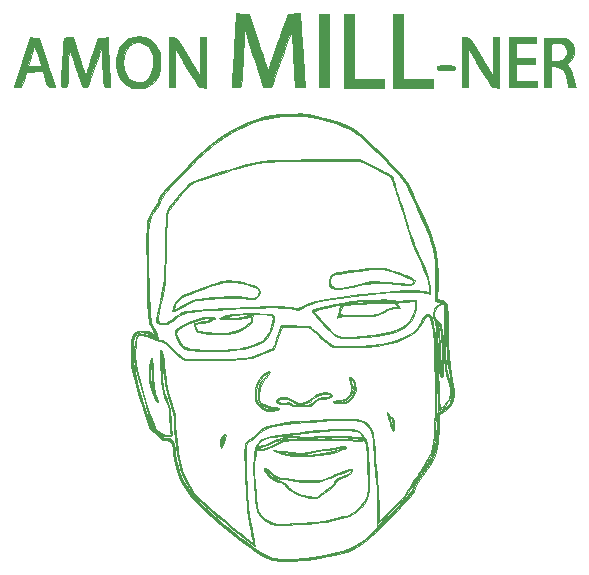
<source format=gbr>
G04 #@! TF.GenerationSoftware,KiCad,Pcbnew,(5.0.0)*
G04 #@! TF.CreationDate,2018-12-17T10:24:25-05:00*
G04 #@! TF.ProjectId,secret,7365637265742E6B696361645F706362,rev?*
G04 #@! TF.SameCoordinates,Original*
G04 #@! TF.FileFunction,Legend,Top*
G04 #@! TF.FilePolarity,Positive*
%FSLAX46Y46*%
G04 Gerber Fmt 4.6, Leading zero omitted, Abs format (unit mm)*
G04 Created by KiCad (PCBNEW (5.0.0)) date 12/17/18 10:24:25*
%MOMM*%
%LPD*%
G01*
G04 APERTURE LIST*
%ADD10C,0.010000*%
G04 APERTURE END LIST*
D10*
G04 #@! TO.C,G\002A\002A\002A*
G36*
X34497844Y-23734687D02*
X34700501Y-23777865D01*
X35024140Y-23865417D01*
X35429826Y-23986045D01*
X35878623Y-24128449D01*
X36049792Y-24185059D01*
X36522848Y-24346170D01*
X36858507Y-24469384D01*
X37081228Y-24566559D01*
X37215475Y-24649549D01*
X37285709Y-24730211D01*
X37311110Y-24796391D01*
X37306639Y-25014680D01*
X37160611Y-25150665D01*
X36869858Y-25205962D01*
X36533666Y-25193460D01*
X35749836Y-25119487D01*
X35105648Y-25065641D01*
X34572495Y-25032930D01*
X34121768Y-25022361D01*
X33724859Y-25034940D01*
X33353160Y-25071675D01*
X32978064Y-25133571D01*
X32570963Y-25221637D01*
X32103247Y-25336879D01*
X32046333Y-25351395D01*
X31431491Y-25489967D01*
X30953575Y-25554551D01*
X30597698Y-25546171D01*
X30353000Y-25468161D01*
X30169326Y-25332141D01*
X30081444Y-25156554D01*
X30072986Y-25056288D01*
X30166294Y-25056288D01*
X30285693Y-25282583D01*
X30462709Y-25387552D01*
X30613229Y-25436197D01*
X30761931Y-25462101D01*
X30937721Y-25461956D01*
X31169505Y-25432456D01*
X31486187Y-25370293D01*
X31916674Y-25272159D01*
X32325746Y-25174378D01*
X33621160Y-24862072D01*
X35140470Y-24972286D01*
X35762327Y-25016897D01*
X36236558Y-25048782D01*
X36584390Y-25067957D01*
X36827048Y-25074437D01*
X36985761Y-25068237D01*
X37081754Y-25049374D01*
X37136254Y-25017862D01*
X37170462Y-24973761D01*
X37211133Y-24868008D01*
X37176566Y-24773404D01*
X37046603Y-24676526D01*
X36801085Y-24563946D01*
X36419857Y-24422239D01*
X36257378Y-24365602D01*
X35719208Y-24179409D01*
X35293308Y-24036818D01*
X34945468Y-23934608D01*
X34641476Y-23869558D01*
X34347122Y-23838450D01*
X34028196Y-23838061D01*
X33650485Y-23865172D01*
X33179780Y-23916563D01*
X32581870Y-23989013D01*
X32439849Y-24006250D01*
X31780283Y-24087843D01*
X31268998Y-24157777D01*
X30885911Y-24222489D01*
X30610939Y-24288410D01*
X30424000Y-24361975D01*
X30305011Y-24449618D01*
X30233888Y-24557773D01*
X30190549Y-24692874D01*
X30182156Y-24729544D01*
X30166294Y-25056288D01*
X30072986Y-25056288D01*
X30057975Y-24878371D01*
X30057963Y-24875555D01*
X30131353Y-24525152D01*
X30247166Y-24352027D01*
X30319769Y-24281811D01*
X30411453Y-24224301D01*
X30545076Y-24174624D01*
X30743492Y-24127909D01*
X31029557Y-24079283D01*
X31426126Y-24023873D01*
X31956056Y-23956808D01*
X32296511Y-23915150D01*
X32860942Y-23850400D01*
X33388620Y-23797149D01*
X33849436Y-23757867D01*
X34213284Y-23735019D01*
X34450057Y-23731076D01*
X34497844Y-23734687D01*
X34497844Y-23734687D01*
G37*
X34497844Y-23734687D02*
X34700501Y-23777865D01*
X35024140Y-23865417D01*
X35429826Y-23986045D01*
X35878623Y-24128449D01*
X36049792Y-24185059D01*
X36522848Y-24346170D01*
X36858507Y-24469384D01*
X37081228Y-24566559D01*
X37215475Y-24649549D01*
X37285709Y-24730211D01*
X37311110Y-24796391D01*
X37306639Y-25014680D01*
X37160611Y-25150665D01*
X36869858Y-25205962D01*
X36533666Y-25193460D01*
X35749836Y-25119487D01*
X35105648Y-25065641D01*
X34572495Y-25032930D01*
X34121768Y-25022361D01*
X33724859Y-25034940D01*
X33353160Y-25071675D01*
X32978064Y-25133571D01*
X32570963Y-25221637D01*
X32103247Y-25336879D01*
X32046333Y-25351395D01*
X31431491Y-25489967D01*
X30953575Y-25554551D01*
X30597698Y-25546171D01*
X30353000Y-25468161D01*
X30169326Y-25332141D01*
X30081444Y-25156554D01*
X30072986Y-25056288D01*
X30166294Y-25056288D01*
X30285693Y-25282583D01*
X30462709Y-25387552D01*
X30613229Y-25436197D01*
X30761931Y-25462101D01*
X30937721Y-25461956D01*
X31169505Y-25432456D01*
X31486187Y-25370293D01*
X31916674Y-25272159D01*
X32325746Y-25174378D01*
X33621160Y-24862072D01*
X35140470Y-24972286D01*
X35762327Y-25016897D01*
X36236558Y-25048782D01*
X36584390Y-25067957D01*
X36827048Y-25074437D01*
X36985761Y-25068237D01*
X37081754Y-25049374D01*
X37136254Y-25017862D01*
X37170462Y-24973761D01*
X37211133Y-24868008D01*
X37176566Y-24773404D01*
X37046603Y-24676526D01*
X36801085Y-24563946D01*
X36419857Y-24422239D01*
X36257378Y-24365602D01*
X35719208Y-24179409D01*
X35293308Y-24036818D01*
X34945468Y-23934608D01*
X34641476Y-23869558D01*
X34347122Y-23838450D01*
X34028196Y-23838061D01*
X33650485Y-23865172D01*
X33179780Y-23916563D01*
X32581870Y-23989013D01*
X32439849Y-24006250D01*
X31780283Y-24087843D01*
X31268998Y-24157777D01*
X30885911Y-24222489D01*
X30610939Y-24288410D01*
X30424000Y-24361975D01*
X30305011Y-24449618D01*
X30233888Y-24557773D01*
X30190549Y-24692874D01*
X30182156Y-24729544D01*
X30166294Y-25056288D01*
X30072986Y-25056288D01*
X30057975Y-24878371D01*
X30057963Y-24875555D01*
X30131353Y-24525152D01*
X30247166Y-24352027D01*
X30319769Y-24281811D01*
X30411453Y-24224301D01*
X30545076Y-24174624D01*
X30743492Y-24127909D01*
X31029557Y-24079283D01*
X31426126Y-24023873D01*
X31956056Y-23956808D01*
X32296511Y-23915150D01*
X32860942Y-23850400D01*
X33388620Y-23797149D01*
X33849436Y-23757867D01*
X34213284Y-23735019D01*
X34450057Y-23731076D01*
X34497844Y-23734687D01*
G36*
X21949739Y-24819620D02*
X22353549Y-24882690D01*
X22797858Y-24973554D01*
X23236759Y-25081371D01*
X23624347Y-25195302D01*
X23914715Y-25304507D01*
X24015104Y-25357812D01*
X24180239Y-25554035D01*
X24211519Y-25808969D01*
X24109809Y-26078736D01*
X23998151Y-26216879D01*
X23813767Y-26363114D01*
X23619663Y-26399825D01*
X23468984Y-26383102D01*
X22649301Y-26297244D01*
X21687138Y-26279144D01*
X20595239Y-26328886D01*
X20194979Y-26361422D01*
X18757625Y-26490343D01*
X17824312Y-26962206D01*
X17462379Y-27142810D01*
X17155807Y-27291307D01*
X16935733Y-27392932D01*
X16833292Y-27432919D01*
X16831549Y-27433035D01*
X16819023Y-27360215D01*
X16840635Y-27242737D01*
X16945589Y-27242737D01*
X16962881Y-27262667D01*
X17052816Y-27225871D01*
X17260178Y-27126106D01*
X17552569Y-26979308D01*
X17844232Y-26829202D01*
X18235591Y-26631391D01*
X18537166Y-26499631D01*
X18806302Y-26416145D01*
X19100342Y-26363155D01*
X19476629Y-26322884D01*
X19477792Y-26322778D01*
X20274688Y-26252049D01*
X20926068Y-26199422D01*
X21454702Y-26164188D01*
X21883358Y-26145636D01*
X22234807Y-26143058D01*
X22531818Y-26155745D01*
X22797159Y-26182987D01*
X22993257Y-26213268D01*
X23338695Y-26268319D01*
X23563876Y-26286777D01*
X23714010Y-26268039D01*
X23834305Y-26211502D01*
X23849331Y-26201855D01*
X24041540Y-26003906D01*
X24110532Y-25772156D01*
X24047488Y-25556604D01*
X23976542Y-25480497D01*
X23771260Y-25368489D01*
X23441635Y-25248172D01*
X23031507Y-25130954D01*
X22584714Y-25028244D01*
X22145096Y-24951449D01*
X21801666Y-24914537D01*
X21587336Y-24904529D01*
X21394207Y-24909272D01*
X21192786Y-24935705D01*
X20953583Y-24990764D01*
X20647106Y-25081388D01*
X20243862Y-25214514D01*
X19714360Y-25397080D01*
X19639234Y-25423232D01*
X19135856Y-25600756D01*
X18671839Y-25768493D01*
X18277042Y-25915327D01*
X17981324Y-26030146D01*
X17814545Y-26101835D01*
X17810303Y-26103997D01*
X17620743Y-26232838D01*
X17405556Y-26422442D01*
X17206045Y-26630271D01*
X17063514Y-26813784D01*
X17018000Y-26920022D01*
X16990188Y-27058901D01*
X16966608Y-27128742D01*
X16945589Y-27242737D01*
X16840635Y-27242737D01*
X16852985Y-27175607D01*
X16890223Y-27039504D01*
X17111672Y-26579693D01*
X17458737Y-26199052D01*
X17734234Y-26016096D01*
X17891259Y-25947830D01*
X18178853Y-25835838D01*
X18567352Y-25691157D01*
X19027093Y-25524825D01*
X19528411Y-25347880D01*
X19554568Y-25338767D01*
X20141591Y-25137886D01*
X20598578Y-24990891D01*
X20953389Y-24890495D01*
X21233884Y-24829407D01*
X21467922Y-24800340D01*
X21632333Y-24795182D01*
X21949739Y-24819620D01*
X21949739Y-24819620D01*
G37*
X21949739Y-24819620D02*
X22353549Y-24882690D01*
X22797858Y-24973554D01*
X23236759Y-25081371D01*
X23624347Y-25195302D01*
X23914715Y-25304507D01*
X24015104Y-25357812D01*
X24180239Y-25554035D01*
X24211519Y-25808969D01*
X24109809Y-26078736D01*
X23998151Y-26216879D01*
X23813767Y-26363114D01*
X23619663Y-26399825D01*
X23468984Y-26383102D01*
X22649301Y-26297244D01*
X21687138Y-26279144D01*
X20595239Y-26328886D01*
X20194979Y-26361422D01*
X18757625Y-26490343D01*
X17824312Y-26962206D01*
X17462379Y-27142810D01*
X17155807Y-27291307D01*
X16935733Y-27392932D01*
X16833292Y-27432919D01*
X16831549Y-27433035D01*
X16819023Y-27360215D01*
X16840635Y-27242737D01*
X16945589Y-27242737D01*
X16962881Y-27262667D01*
X17052816Y-27225871D01*
X17260178Y-27126106D01*
X17552569Y-26979308D01*
X17844232Y-26829202D01*
X18235591Y-26631391D01*
X18537166Y-26499631D01*
X18806302Y-26416145D01*
X19100342Y-26363155D01*
X19476629Y-26322884D01*
X19477792Y-26322778D01*
X20274688Y-26252049D01*
X20926068Y-26199422D01*
X21454702Y-26164188D01*
X21883358Y-26145636D01*
X22234807Y-26143058D01*
X22531818Y-26155745D01*
X22797159Y-26182987D01*
X22993257Y-26213268D01*
X23338695Y-26268319D01*
X23563876Y-26286777D01*
X23714010Y-26268039D01*
X23834305Y-26211502D01*
X23849331Y-26201855D01*
X24041540Y-26003906D01*
X24110532Y-25772156D01*
X24047488Y-25556604D01*
X23976542Y-25480497D01*
X23771260Y-25368489D01*
X23441635Y-25248172D01*
X23031507Y-25130954D01*
X22584714Y-25028244D01*
X22145096Y-24951449D01*
X21801666Y-24914537D01*
X21587336Y-24904529D01*
X21394207Y-24909272D01*
X21192786Y-24935705D01*
X20953583Y-24990764D01*
X20647106Y-25081388D01*
X20243862Y-25214514D01*
X19714360Y-25397080D01*
X19639234Y-25423232D01*
X19135856Y-25600756D01*
X18671839Y-25768493D01*
X18277042Y-25915327D01*
X17981324Y-26030146D01*
X17814545Y-26101835D01*
X17810303Y-26103997D01*
X17620743Y-26232838D01*
X17405556Y-26422442D01*
X17206045Y-26630271D01*
X17063514Y-26813784D01*
X17018000Y-26920022D01*
X16990188Y-27058901D01*
X16966608Y-27128742D01*
X16945589Y-27242737D01*
X16840635Y-27242737D01*
X16852985Y-27175607D01*
X16890223Y-27039504D01*
X17111672Y-26579693D01*
X17458737Y-26199052D01*
X17734234Y-26016096D01*
X17891259Y-25947830D01*
X18178853Y-25835838D01*
X18567352Y-25691157D01*
X19027093Y-25524825D01*
X19528411Y-25347880D01*
X19554568Y-25338767D01*
X20141591Y-25137886D01*
X20598578Y-24990891D01*
X20953389Y-24890495D01*
X21233884Y-24829407D01*
X21467922Y-24800340D01*
X21632333Y-24795182D01*
X21949739Y-24819620D01*
G36*
X31432794Y-38853566D02*
X31438759Y-38855576D01*
X31516328Y-38901920D01*
X31479783Y-38960417D01*
X31310087Y-39052633D01*
X31232707Y-39089014D01*
X30671513Y-39296152D01*
X29987540Y-39464667D01*
X29223945Y-39589682D01*
X28423885Y-39666319D01*
X27630518Y-39689702D01*
X26887001Y-39654953D01*
X26563655Y-39616657D01*
X26463236Y-39595713D01*
X27877699Y-39595713D01*
X27943520Y-39606418D01*
X28155600Y-39590845D01*
X28194000Y-39586773D01*
X28501997Y-39553932D01*
X28872823Y-39515255D01*
X29083000Y-39493700D01*
X29524995Y-39435198D01*
X29983035Y-39351847D01*
X30410813Y-39254199D01*
X30762026Y-39152807D01*
X30988000Y-39059584D01*
X31119650Y-38980462D01*
X31116236Y-38955792D01*
X30963200Y-38971940D01*
X30903333Y-38980271D01*
X30461086Y-39046545D01*
X30003446Y-39122729D01*
X29548373Y-39204800D01*
X29113829Y-39288739D01*
X28717776Y-39370524D01*
X28378175Y-39446135D01*
X28112988Y-39511550D01*
X27940175Y-39562750D01*
X27877699Y-39595713D01*
X26463236Y-39595713D01*
X26214554Y-39543847D01*
X25868301Y-39437877D01*
X25716989Y-39376085D01*
X25599877Y-39320935D01*
X26017052Y-39320935D01*
X26039233Y-39362831D01*
X26212620Y-39446764D01*
X26508104Y-39504977D01*
X26754666Y-39524489D01*
X26874336Y-39522400D01*
X26857464Y-39491072D01*
X26693841Y-39414409D01*
X26681446Y-39409019D01*
X26463551Y-39334840D01*
X26251114Y-39293342D01*
X26087744Y-39287662D01*
X26017052Y-39320935D01*
X25599877Y-39320935D01*
X25357666Y-39206875D01*
X25992666Y-39235995D01*
X26383492Y-39266203D01*
X26779189Y-39316428D01*
X27070953Y-39370870D01*
X27316893Y-39418472D01*
X27552227Y-39431458D01*
X27831810Y-39408000D01*
X28210497Y-39346272D01*
X28298620Y-39329984D01*
X29144190Y-39173691D01*
X29836409Y-39049943D01*
X30387720Y-38956860D01*
X30810569Y-38892560D01*
X31117401Y-38855165D01*
X31320661Y-38842794D01*
X31432794Y-38853566D01*
X31432794Y-38853566D01*
G37*
X31432794Y-38853566D02*
X31438759Y-38855576D01*
X31516328Y-38901920D01*
X31479783Y-38960417D01*
X31310087Y-39052633D01*
X31232707Y-39089014D01*
X30671513Y-39296152D01*
X29987540Y-39464667D01*
X29223945Y-39589682D01*
X28423885Y-39666319D01*
X27630518Y-39689702D01*
X26887001Y-39654953D01*
X26563655Y-39616657D01*
X26463236Y-39595713D01*
X27877699Y-39595713D01*
X27943520Y-39606418D01*
X28155600Y-39590845D01*
X28194000Y-39586773D01*
X28501997Y-39553932D01*
X28872823Y-39515255D01*
X29083000Y-39493700D01*
X29524995Y-39435198D01*
X29983035Y-39351847D01*
X30410813Y-39254199D01*
X30762026Y-39152807D01*
X30988000Y-39059584D01*
X31119650Y-38980462D01*
X31116236Y-38955792D01*
X30963200Y-38971940D01*
X30903333Y-38980271D01*
X30461086Y-39046545D01*
X30003446Y-39122729D01*
X29548373Y-39204800D01*
X29113829Y-39288739D01*
X28717776Y-39370524D01*
X28378175Y-39446135D01*
X28112988Y-39511550D01*
X27940175Y-39562750D01*
X27877699Y-39595713D01*
X26463236Y-39595713D01*
X26214554Y-39543847D01*
X25868301Y-39437877D01*
X25716989Y-39376085D01*
X25599877Y-39320935D01*
X26017052Y-39320935D01*
X26039233Y-39362831D01*
X26212620Y-39446764D01*
X26508104Y-39504977D01*
X26754666Y-39524489D01*
X26874336Y-39522400D01*
X26857464Y-39491072D01*
X26693841Y-39414409D01*
X26681446Y-39409019D01*
X26463551Y-39334840D01*
X26251114Y-39293342D01*
X26087744Y-39287662D01*
X26017052Y-39320935D01*
X25599877Y-39320935D01*
X25357666Y-39206875D01*
X25992666Y-39235995D01*
X26383492Y-39266203D01*
X26779189Y-39316428D01*
X27070953Y-39370870D01*
X27316893Y-39418472D01*
X27552227Y-39431458D01*
X27831810Y-39408000D01*
X28210497Y-39346272D01*
X28298620Y-39329984D01*
X29144190Y-39173691D01*
X29836409Y-39049943D01*
X30387720Y-38956860D01*
X30810569Y-38892560D01*
X31117401Y-38855165D01*
X31320661Y-38842794D01*
X31432794Y-38853566D01*
G36*
X24735941Y-40713623D02*
X24959465Y-40861177D01*
X25088729Y-40973938D01*
X25349886Y-41188181D01*
X25618920Y-41368269D01*
X25759352Y-41440745D01*
X26004017Y-41510150D01*
X26380736Y-41576868D01*
X26852231Y-41636998D01*
X27381225Y-41686639D01*
X27930444Y-41721892D01*
X28462610Y-41738856D01*
X28617333Y-41739793D01*
X28898278Y-41736034D01*
X29133301Y-41719077D01*
X29359378Y-41679436D01*
X29613483Y-41607627D01*
X29932593Y-41494163D01*
X30353681Y-41329558D01*
X30597254Y-41231863D01*
X31121228Y-41022887D01*
X31507654Y-40874943D01*
X31775062Y-40783393D01*
X31941984Y-40743594D01*
X32026950Y-40750906D01*
X32048490Y-40800688D01*
X32030806Y-40872834D01*
X31912781Y-41090319D01*
X31711041Y-41264639D01*
X31390146Y-41422861D01*
X31230399Y-41484100D01*
X30931150Y-41606681D01*
X30749086Y-41725762D01*
X30636675Y-41877109D01*
X30598525Y-41959558D01*
X30501312Y-42148049D01*
X30415176Y-42245133D01*
X30401873Y-42248667D01*
X30307618Y-42299790D01*
X30117713Y-42436926D01*
X29864936Y-42635728D01*
X29718000Y-42756667D01*
X29427371Y-42994667D01*
X29205782Y-43145813D01*
X29003983Y-43221960D01*
X28772723Y-43234963D01*
X28462754Y-43196675D01*
X28132148Y-43138377D01*
X27493278Y-42978752D01*
X26987172Y-42749732D01*
X26586647Y-42437517D01*
X26447271Y-42283030D01*
X26264705Y-42079226D01*
X26113345Y-41943536D01*
X26045967Y-41909528D01*
X25670878Y-41832460D01*
X25274469Y-41618686D01*
X24946532Y-41340624D01*
X24745217Y-41121728D01*
X24603436Y-40939489D01*
X24567150Y-40866154D01*
X24706699Y-40866154D01*
X24806061Y-41029082D01*
X24867223Y-41109681D01*
X25259606Y-41491498D01*
X25712099Y-41724605D01*
X25897836Y-41771978D01*
X26163359Y-41885036D01*
X26479310Y-42139049D01*
X26618326Y-42277523D01*
X26960706Y-42585037D01*
X27331487Y-42807054D01*
X27774163Y-42962719D01*
X28332228Y-43071177D01*
X28461652Y-43088906D01*
X28738905Y-43126237D01*
X28936083Y-43155379D01*
X29007686Y-43169264D01*
X29072591Y-43124255D01*
X29239387Y-42994500D01*
X29479130Y-42802751D01*
X29640316Y-42672000D01*
X29915941Y-42452343D01*
X30143243Y-42280485D01*
X30290247Y-42180130D01*
X30325490Y-42164000D01*
X30398515Y-42095236D01*
X30499831Y-41925485D01*
X30521211Y-41881989D01*
X30697708Y-41651788D01*
X30961977Y-41453551D01*
X31244688Y-41333553D01*
X31367151Y-41317334D01*
X31491643Y-41272068D01*
X31657304Y-41163282D01*
X31814351Y-41031491D01*
X31913006Y-40917211D01*
X31919333Y-40867918D01*
X31830503Y-40884154D01*
X31613041Y-40955430D01*
X31294675Y-41071777D01*
X30903129Y-41223226D01*
X30656279Y-41322066D01*
X30196131Y-41500557D01*
X29754184Y-41657734D01*
X29370631Y-41780291D01*
X29085662Y-41854918D01*
X29005279Y-41868739D01*
X28704595Y-41882687D01*
X28292123Y-41871330D01*
X27806939Y-41838953D01*
X27288114Y-41789840D01*
X26774725Y-41728276D01*
X26305843Y-41658546D01*
X25920543Y-41584933D01*
X25657900Y-41511723D01*
X25624728Y-41498050D01*
X25337585Y-41331932D01*
X25071327Y-41121329D01*
X25024326Y-41074340D01*
X24828705Y-40885887D01*
X24718538Y-40817457D01*
X24706699Y-40866154D01*
X24567150Y-40866154D01*
X24553333Y-40838232D01*
X24599511Y-40705708D01*
X24735941Y-40713623D01*
X24735941Y-40713623D01*
G37*
X24735941Y-40713623D02*
X24959465Y-40861177D01*
X25088729Y-40973938D01*
X25349886Y-41188181D01*
X25618920Y-41368269D01*
X25759352Y-41440745D01*
X26004017Y-41510150D01*
X26380736Y-41576868D01*
X26852231Y-41636998D01*
X27381225Y-41686639D01*
X27930444Y-41721892D01*
X28462610Y-41738856D01*
X28617333Y-41739793D01*
X28898278Y-41736034D01*
X29133301Y-41719077D01*
X29359378Y-41679436D01*
X29613483Y-41607627D01*
X29932593Y-41494163D01*
X30353681Y-41329558D01*
X30597254Y-41231863D01*
X31121228Y-41022887D01*
X31507654Y-40874943D01*
X31775062Y-40783393D01*
X31941984Y-40743594D01*
X32026950Y-40750906D01*
X32048490Y-40800688D01*
X32030806Y-40872834D01*
X31912781Y-41090319D01*
X31711041Y-41264639D01*
X31390146Y-41422861D01*
X31230399Y-41484100D01*
X30931150Y-41606681D01*
X30749086Y-41725762D01*
X30636675Y-41877109D01*
X30598525Y-41959558D01*
X30501312Y-42148049D01*
X30415176Y-42245133D01*
X30401873Y-42248667D01*
X30307618Y-42299790D01*
X30117713Y-42436926D01*
X29864936Y-42635728D01*
X29718000Y-42756667D01*
X29427371Y-42994667D01*
X29205782Y-43145813D01*
X29003983Y-43221960D01*
X28772723Y-43234963D01*
X28462754Y-43196675D01*
X28132148Y-43138377D01*
X27493278Y-42978752D01*
X26987172Y-42749732D01*
X26586647Y-42437517D01*
X26447271Y-42283030D01*
X26264705Y-42079226D01*
X26113345Y-41943536D01*
X26045967Y-41909528D01*
X25670878Y-41832460D01*
X25274469Y-41618686D01*
X24946532Y-41340624D01*
X24745217Y-41121728D01*
X24603436Y-40939489D01*
X24567150Y-40866154D01*
X24706699Y-40866154D01*
X24806061Y-41029082D01*
X24867223Y-41109681D01*
X25259606Y-41491498D01*
X25712099Y-41724605D01*
X25897836Y-41771978D01*
X26163359Y-41885036D01*
X26479310Y-42139049D01*
X26618326Y-42277523D01*
X26960706Y-42585037D01*
X27331487Y-42807054D01*
X27774163Y-42962719D01*
X28332228Y-43071177D01*
X28461652Y-43088906D01*
X28738905Y-43126237D01*
X28936083Y-43155379D01*
X29007686Y-43169264D01*
X29072591Y-43124255D01*
X29239387Y-42994500D01*
X29479130Y-42802751D01*
X29640316Y-42672000D01*
X29915941Y-42452343D01*
X30143243Y-42280485D01*
X30290247Y-42180130D01*
X30325490Y-42164000D01*
X30398515Y-42095236D01*
X30499831Y-41925485D01*
X30521211Y-41881989D01*
X30697708Y-41651788D01*
X30961977Y-41453551D01*
X31244688Y-41333553D01*
X31367151Y-41317334D01*
X31491643Y-41272068D01*
X31657304Y-41163282D01*
X31814351Y-41031491D01*
X31913006Y-40917211D01*
X31919333Y-40867918D01*
X31830503Y-40884154D01*
X31613041Y-40955430D01*
X31294675Y-41071777D01*
X30903129Y-41223226D01*
X30656279Y-41322066D01*
X30196131Y-41500557D01*
X29754184Y-41657734D01*
X29370631Y-41780291D01*
X29085662Y-41854918D01*
X29005279Y-41868739D01*
X28704595Y-41882687D01*
X28292123Y-41871330D01*
X27806939Y-41838953D01*
X27288114Y-41789840D01*
X26774725Y-41728276D01*
X26305843Y-41658546D01*
X25920543Y-41584933D01*
X25657900Y-41511723D01*
X25624728Y-41498050D01*
X25337585Y-41331932D01*
X25071327Y-41121329D01*
X25024326Y-41074340D01*
X24828705Y-40885887D01*
X24718538Y-40817457D01*
X24706699Y-40866154D01*
X24567150Y-40866154D01*
X24553333Y-40838232D01*
X24599511Y-40705708D01*
X24735941Y-40713623D01*
G36*
X33929247Y-15184250D02*
X34364715Y-15397430D01*
X34752376Y-15591882D01*
X35063918Y-15753037D01*
X35271028Y-15866326D01*
X35339216Y-15909767D01*
X35447774Y-16065288D01*
X35520303Y-16268006D01*
X35564630Y-16430918D01*
X35652309Y-16722336D01*
X35773322Y-17110063D01*
X35917652Y-17561901D01*
X36038726Y-17934323D01*
X36219885Y-18494013D01*
X36409578Y-19091496D01*
X36589862Y-19669525D01*
X36742795Y-20170852D01*
X36799650Y-20362090D01*
X36953228Y-20834146D01*
X37157642Y-21391338D01*
X37387466Y-21967609D01*
X37617276Y-22496907D01*
X37642155Y-22550920D01*
X37946321Y-23222066D01*
X38178570Y-23774428D01*
X38348817Y-24237467D01*
X38466975Y-24640649D01*
X38542959Y-25013436D01*
X38583620Y-25348917D01*
X38634641Y-25932833D01*
X38388487Y-25874841D01*
X37888219Y-25797112D01*
X37227872Y-25762047D01*
X36406856Y-25769679D01*
X35424580Y-25820041D01*
X34280454Y-25913168D01*
X32973886Y-26049092D01*
X31504287Y-26227848D01*
X30988000Y-26295634D01*
X30277876Y-26394743D01*
X29706311Y-26486230D01*
X29243195Y-26577443D01*
X28858417Y-26675731D01*
X28521864Y-26788443D01*
X28203427Y-26922928D01*
X27986759Y-27028092D01*
X27474333Y-27287053D01*
X26712333Y-27176087D01*
X26379784Y-27137569D01*
X25985776Y-27111317D01*
X25517987Y-27097638D01*
X24964093Y-27096835D01*
X24311773Y-27109215D01*
X23548702Y-27135082D01*
X22662558Y-27174741D01*
X21641019Y-27228497D01*
X20471760Y-27296655D01*
X19558000Y-27353147D01*
X18924643Y-27398730D01*
X18428099Y-27451956D01*
X18035856Y-27522234D01*
X17715403Y-27618976D01*
X17434229Y-27751593D01*
X17159821Y-27929494D01*
X16913509Y-28118608D01*
X16625395Y-28337985D01*
X16409953Y-28464313D01*
X16217135Y-28521223D01*
X16036505Y-28532667D01*
X15749010Y-28498680D01*
X15552535Y-28409062D01*
X15542304Y-28399543D01*
X15449977Y-28212185D01*
X15449563Y-28176985D01*
X15596865Y-28176985D01*
X15636400Y-28337760D01*
X15745674Y-28417534D01*
X15935615Y-28444392D01*
X16051624Y-28446704D01*
X16265933Y-28401553D01*
X16534040Y-28253879D01*
X16823130Y-28038526D01*
X17048282Y-27860601D01*
X17249911Y-27715069D01*
X17448325Y-27597586D01*
X17663833Y-27503807D01*
X17916743Y-27429386D01*
X18227364Y-27369980D01*
X18616004Y-27321243D01*
X19102972Y-27278831D01*
X19708577Y-27238400D01*
X20453127Y-27195605D01*
X20870333Y-27172701D01*
X22009494Y-27112364D01*
X22993808Y-27064631D01*
X23837276Y-27029262D01*
X24553897Y-27006019D01*
X25157669Y-26994665D01*
X25662594Y-26994960D01*
X26082669Y-27006667D01*
X26431895Y-27029547D01*
X26724271Y-27063362D01*
X26781255Y-27072069D01*
X27442844Y-27177804D01*
X28051255Y-26883360D01*
X28351612Y-26746574D01*
X28652209Y-26631344D01*
X28978782Y-26532007D01*
X29357066Y-26442902D01*
X29812797Y-26358364D01*
X30371711Y-26272730D01*
X31059543Y-26180338D01*
X31496000Y-26125349D01*
X32762107Y-25972984D01*
X33872673Y-25849669D01*
X34838858Y-25754724D01*
X35671823Y-25687468D01*
X36382728Y-25647223D01*
X36982736Y-25633309D01*
X37483007Y-25645045D01*
X37894701Y-25681752D01*
X38132302Y-25721149D01*
X38545605Y-25805633D01*
X38495002Y-25327650D01*
X38420957Y-24893083D01*
X38280315Y-24389903D01*
X38066082Y-23798132D01*
X37771259Y-23097795D01*
X37524250Y-22555937D01*
X37294492Y-22028988D01*
X37052671Y-21416290D01*
X36828487Y-20796197D01*
X36660697Y-20277667D01*
X36493424Y-19726321D01*
X36296159Y-19091507D01*
X36093059Y-18450196D01*
X35908283Y-17879362D01*
X35901400Y-17858429D01*
X35754755Y-17407182D01*
X35623631Y-16993236D01*
X35519113Y-16652371D01*
X35452289Y-16420368D01*
X35437563Y-16361446D01*
X35359950Y-16143224D01*
X35259812Y-15998801D01*
X35145514Y-15928067D01*
X34908321Y-15797799D01*
X34577203Y-15623365D01*
X34181134Y-15420128D01*
X33931754Y-15294451D01*
X32723666Y-14689667D01*
X29506333Y-14663760D01*
X28358477Y-14658220D01*
X27362855Y-14662049D01*
X26502574Y-14676213D01*
X25760744Y-14701681D01*
X25120472Y-14739420D01*
X24564868Y-14790398D01*
X24077039Y-14855581D01*
X23640095Y-14935938D01*
X23283333Y-15020215D01*
X22917876Y-15120909D01*
X22463269Y-15254232D01*
X21944023Y-15412197D01*
X21384651Y-15586820D01*
X20809665Y-15770114D01*
X20243579Y-15954094D01*
X19710904Y-16130774D01*
X19236154Y-16292167D01*
X18843840Y-16430289D01*
X18558475Y-16537153D01*
X18404572Y-16604774D01*
X18389633Y-16614510D01*
X18197111Y-16795391D01*
X17943070Y-17066203D01*
X17651077Y-17398111D01*
X17344698Y-17762282D01*
X17047503Y-18129883D01*
X16783057Y-18472078D01*
X16574928Y-18760035D01*
X16446683Y-18964920D01*
X16421142Y-19022886D01*
X16390132Y-19205598D01*
X16359517Y-19545122D01*
X16329950Y-20028935D01*
X16302085Y-20644517D01*
X16276575Y-21379346D01*
X16254075Y-22220899D01*
X16253979Y-22225000D01*
X16233913Y-23036280D01*
X16214294Y-23700373D01*
X16193632Y-24239411D01*
X16170438Y-24675530D01*
X16143222Y-25030863D01*
X16110496Y-25327545D01*
X16070769Y-25587710D01*
X16022553Y-25833492D01*
X16006149Y-25908000D01*
X15903338Y-26384192D01*
X15794318Y-26918879D01*
X15699565Y-27411095D01*
X15683307Y-27500103D01*
X15616144Y-27907128D01*
X15596865Y-28176985D01*
X15449563Y-28176985D01*
X15448443Y-28082043D01*
X15617265Y-27287696D01*
X15754704Y-26628828D01*
X15864385Y-26075245D01*
X15949936Y-25596752D01*
X16014983Y-25163153D01*
X16063153Y-24744254D01*
X16098074Y-24309860D01*
X16123372Y-23829776D01*
X16142673Y-23273806D01*
X16159605Y-22611756D01*
X16172292Y-22055667D01*
X16192440Y-21286704D01*
X16215973Y-20596736D01*
X16241998Y-20003169D01*
X16269622Y-19523410D01*
X16297953Y-19174866D01*
X16326097Y-18974946D01*
X16331336Y-18955242D01*
X16432695Y-18755409D01*
X16636005Y-18456338D01*
X16924370Y-18079417D01*
X17280899Y-17646031D01*
X17688698Y-17177565D01*
X18038724Y-16793812D01*
X18156633Y-16674041D01*
X18279213Y-16573166D01*
X18430801Y-16480419D01*
X18635735Y-16385031D01*
X18918351Y-16276231D01*
X19302986Y-16143252D01*
X19813977Y-15975323D01*
X20090752Y-15885766D01*
X21034438Y-15584039D01*
X21837302Y-15334264D01*
X22517983Y-15131418D01*
X23095118Y-14970476D01*
X23587347Y-14846416D01*
X24013307Y-14754212D01*
X24391637Y-14688842D01*
X24661679Y-14653691D01*
X24929509Y-14633503D01*
X25344060Y-14614939D01*
X25882722Y-14598467D01*
X26522886Y-14584554D01*
X27241943Y-14573669D01*
X28017283Y-14566279D01*
X28826298Y-14562853D01*
X29061251Y-14562667D01*
X32644510Y-14562667D01*
X33929247Y-15184250D01*
X33929247Y-15184250D01*
G37*
X33929247Y-15184250D02*
X34364715Y-15397430D01*
X34752376Y-15591882D01*
X35063918Y-15753037D01*
X35271028Y-15866326D01*
X35339216Y-15909767D01*
X35447774Y-16065288D01*
X35520303Y-16268006D01*
X35564630Y-16430918D01*
X35652309Y-16722336D01*
X35773322Y-17110063D01*
X35917652Y-17561901D01*
X36038726Y-17934323D01*
X36219885Y-18494013D01*
X36409578Y-19091496D01*
X36589862Y-19669525D01*
X36742795Y-20170852D01*
X36799650Y-20362090D01*
X36953228Y-20834146D01*
X37157642Y-21391338D01*
X37387466Y-21967609D01*
X37617276Y-22496907D01*
X37642155Y-22550920D01*
X37946321Y-23222066D01*
X38178570Y-23774428D01*
X38348817Y-24237467D01*
X38466975Y-24640649D01*
X38542959Y-25013436D01*
X38583620Y-25348917D01*
X38634641Y-25932833D01*
X38388487Y-25874841D01*
X37888219Y-25797112D01*
X37227872Y-25762047D01*
X36406856Y-25769679D01*
X35424580Y-25820041D01*
X34280454Y-25913168D01*
X32973886Y-26049092D01*
X31504287Y-26227848D01*
X30988000Y-26295634D01*
X30277876Y-26394743D01*
X29706311Y-26486230D01*
X29243195Y-26577443D01*
X28858417Y-26675731D01*
X28521864Y-26788443D01*
X28203427Y-26922928D01*
X27986759Y-27028092D01*
X27474333Y-27287053D01*
X26712333Y-27176087D01*
X26379784Y-27137569D01*
X25985776Y-27111317D01*
X25517987Y-27097638D01*
X24964093Y-27096835D01*
X24311773Y-27109215D01*
X23548702Y-27135082D01*
X22662558Y-27174741D01*
X21641019Y-27228497D01*
X20471760Y-27296655D01*
X19558000Y-27353147D01*
X18924643Y-27398730D01*
X18428099Y-27451956D01*
X18035856Y-27522234D01*
X17715403Y-27618976D01*
X17434229Y-27751593D01*
X17159821Y-27929494D01*
X16913509Y-28118608D01*
X16625395Y-28337985D01*
X16409953Y-28464313D01*
X16217135Y-28521223D01*
X16036505Y-28532667D01*
X15749010Y-28498680D01*
X15552535Y-28409062D01*
X15542304Y-28399543D01*
X15449977Y-28212185D01*
X15449563Y-28176985D01*
X15596865Y-28176985D01*
X15636400Y-28337760D01*
X15745674Y-28417534D01*
X15935615Y-28444392D01*
X16051624Y-28446704D01*
X16265933Y-28401553D01*
X16534040Y-28253879D01*
X16823130Y-28038526D01*
X17048282Y-27860601D01*
X17249911Y-27715069D01*
X17448325Y-27597586D01*
X17663833Y-27503807D01*
X17916743Y-27429386D01*
X18227364Y-27369980D01*
X18616004Y-27321243D01*
X19102972Y-27278831D01*
X19708577Y-27238400D01*
X20453127Y-27195605D01*
X20870333Y-27172701D01*
X22009494Y-27112364D01*
X22993808Y-27064631D01*
X23837276Y-27029262D01*
X24553897Y-27006019D01*
X25157669Y-26994665D01*
X25662594Y-26994960D01*
X26082669Y-27006667D01*
X26431895Y-27029547D01*
X26724271Y-27063362D01*
X26781255Y-27072069D01*
X27442844Y-27177804D01*
X28051255Y-26883360D01*
X28351612Y-26746574D01*
X28652209Y-26631344D01*
X28978782Y-26532007D01*
X29357066Y-26442902D01*
X29812797Y-26358364D01*
X30371711Y-26272730D01*
X31059543Y-26180338D01*
X31496000Y-26125349D01*
X32762107Y-25972984D01*
X33872673Y-25849669D01*
X34838858Y-25754724D01*
X35671823Y-25687468D01*
X36382728Y-25647223D01*
X36982736Y-25633309D01*
X37483007Y-25645045D01*
X37894701Y-25681752D01*
X38132302Y-25721149D01*
X38545605Y-25805633D01*
X38495002Y-25327650D01*
X38420957Y-24893083D01*
X38280315Y-24389903D01*
X38066082Y-23798132D01*
X37771259Y-23097795D01*
X37524250Y-22555937D01*
X37294492Y-22028988D01*
X37052671Y-21416290D01*
X36828487Y-20796197D01*
X36660697Y-20277667D01*
X36493424Y-19726321D01*
X36296159Y-19091507D01*
X36093059Y-18450196D01*
X35908283Y-17879362D01*
X35901400Y-17858429D01*
X35754755Y-17407182D01*
X35623631Y-16993236D01*
X35519113Y-16652371D01*
X35452289Y-16420368D01*
X35437563Y-16361446D01*
X35359950Y-16143224D01*
X35259812Y-15998801D01*
X35145514Y-15928067D01*
X34908321Y-15797799D01*
X34577203Y-15623365D01*
X34181134Y-15420128D01*
X33931754Y-15294451D01*
X32723666Y-14689667D01*
X29506333Y-14663760D01*
X28358477Y-14658220D01*
X27362855Y-14662049D01*
X26502574Y-14676213D01*
X25760744Y-14701681D01*
X25120472Y-14739420D01*
X24564868Y-14790398D01*
X24077039Y-14855581D01*
X23640095Y-14935938D01*
X23283333Y-15020215D01*
X22917876Y-15120909D01*
X22463269Y-15254232D01*
X21944023Y-15412197D01*
X21384651Y-15586820D01*
X20809665Y-15770114D01*
X20243579Y-15954094D01*
X19710904Y-16130774D01*
X19236154Y-16292167D01*
X18843840Y-16430289D01*
X18558475Y-16537153D01*
X18404572Y-16604774D01*
X18389633Y-16614510D01*
X18197111Y-16795391D01*
X17943070Y-17066203D01*
X17651077Y-17398111D01*
X17344698Y-17762282D01*
X17047503Y-18129883D01*
X16783057Y-18472078D01*
X16574928Y-18760035D01*
X16446683Y-18964920D01*
X16421142Y-19022886D01*
X16390132Y-19205598D01*
X16359517Y-19545122D01*
X16329950Y-20028935D01*
X16302085Y-20644517D01*
X16276575Y-21379346D01*
X16254075Y-22220899D01*
X16253979Y-22225000D01*
X16233913Y-23036280D01*
X16214294Y-23700373D01*
X16193632Y-24239411D01*
X16170438Y-24675530D01*
X16143222Y-25030863D01*
X16110496Y-25327545D01*
X16070769Y-25587710D01*
X16022553Y-25833492D01*
X16006149Y-25908000D01*
X15903338Y-26384192D01*
X15794318Y-26918879D01*
X15699565Y-27411095D01*
X15683307Y-27500103D01*
X15616144Y-27907128D01*
X15596865Y-28176985D01*
X15449563Y-28176985D01*
X15448443Y-28082043D01*
X15617265Y-27287696D01*
X15754704Y-26628828D01*
X15864385Y-26075245D01*
X15949936Y-25596752D01*
X16014983Y-25163153D01*
X16063153Y-24744254D01*
X16098074Y-24309860D01*
X16123372Y-23829776D01*
X16142673Y-23273806D01*
X16159605Y-22611756D01*
X16172292Y-22055667D01*
X16192440Y-21286704D01*
X16215973Y-20596736D01*
X16241998Y-20003169D01*
X16269622Y-19523410D01*
X16297953Y-19174866D01*
X16326097Y-18974946D01*
X16331336Y-18955242D01*
X16432695Y-18755409D01*
X16636005Y-18456338D01*
X16924370Y-18079417D01*
X17280899Y-17646031D01*
X17688698Y-17177565D01*
X18038724Y-16793812D01*
X18156633Y-16674041D01*
X18279213Y-16573166D01*
X18430801Y-16480419D01*
X18635735Y-16385031D01*
X18918351Y-16276231D01*
X19302986Y-16143252D01*
X19813977Y-15975323D01*
X20090752Y-15885766D01*
X21034438Y-15584039D01*
X21837302Y-15334264D01*
X22517983Y-15131418D01*
X23095118Y-14970476D01*
X23587347Y-14846416D01*
X24013307Y-14754212D01*
X24391637Y-14688842D01*
X24661679Y-14653691D01*
X24929509Y-14633503D01*
X25344060Y-14614939D01*
X25882722Y-14598467D01*
X26522886Y-14584554D01*
X27241943Y-14573669D01*
X28017283Y-14566279D01*
X28826298Y-14562853D01*
X29061251Y-14562667D01*
X32644510Y-14562667D01*
X33929247Y-15184250D01*
G36*
X35112079Y-26431318D02*
X35405093Y-26452750D01*
X35531643Y-26477282D01*
X35742270Y-26511514D01*
X36077389Y-26521091D01*
X36493832Y-26505105D01*
X36576000Y-26499299D01*
X36924964Y-26475362D01*
X37203637Y-26460895D01*
X37373762Y-26457635D01*
X37407547Y-26461498D01*
X37445283Y-26584155D01*
X37446920Y-26821539D01*
X37418147Y-27124280D01*
X37364652Y-27443009D01*
X37292123Y-27728354D01*
X37247582Y-27849936D01*
X37011501Y-28260144D01*
X36676213Y-28610060D01*
X36230952Y-28904092D01*
X35664951Y-29146651D01*
X34967443Y-29342145D01*
X34127662Y-29494983D01*
X33134840Y-29609574D01*
X32901871Y-29629518D01*
X32328272Y-29673153D01*
X31890454Y-29698154D01*
X31555868Y-29704269D01*
X31291964Y-29691248D01*
X31066190Y-29658838D01*
X30872244Y-29613826D01*
X30750280Y-29575775D01*
X30632265Y-29519736D01*
X30500757Y-29429837D01*
X30338313Y-29290207D01*
X30127493Y-29084973D01*
X29850853Y-28798264D01*
X29490953Y-28414208D01*
X29151518Y-28048001D01*
X28846497Y-27705281D01*
X28665747Y-27470499D01*
X28640085Y-27413894D01*
X28786666Y-27413894D01*
X28840282Y-27492677D01*
X28984042Y-27664894D01*
X29192312Y-27900412D01*
X29315833Y-28035977D01*
X29601317Y-28349441D01*
X29888649Y-28670118D01*
X30126093Y-28940146D01*
X30174319Y-28996140D01*
X30496943Y-29304055D01*
X30844578Y-29485192D01*
X30893986Y-29501321D01*
X31112998Y-29563100D01*
X31317662Y-29602318D01*
X31543835Y-29619820D01*
X31827377Y-29616453D01*
X32204146Y-29593063D01*
X32710001Y-29550496D01*
X32766000Y-29545492D01*
X33837181Y-29425450D01*
X34745295Y-29271598D01*
X35493353Y-29083148D01*
X36084370Y-28859313D01*
X36521359Y-28599305D01*
X36585373Y-28547334D01*
X36934794Y-28155881D01*
X37190091Y-27682552D01*
X37323840Y-27184251D01*
X37337172Y-26987500D01*
X37338000Y-26585334D01*
X36978166Y-26586069D01*
X36668515Y-26597483D01*
X36310783Y-26625371D01*
X36176260Y-26639909D01*
X35734188Y-26693012D01*
X36079530Y-27178000D01*
X35642619Y-27178000D01*
X35271230Y-27214477D01*
X35011455Y-27331229D01*
X34994827Y-27343879D01*
X34797797Y-27465882D01*
X34514002Y-27604199D01*
X34304139Y-27690546D01*
X34108890Y-27758316D01*
X33919480Y-27805663D01*
X33702365Y-27835286D01*
X33424000Y-27849883D01*
X33050841Y-27852152D01*
X32549344Y-27844792D01*
X32419331Y-27842166D01*
X31878590Y-27833527D01*
X31481874Y-27834448D01*
X31204061Y-27846504D01*
X31020030Y-27871270D01*
X30904662Y-27910324D01*
X30859482Y-27940000D01*
X30748419Y-28019796D01*
X30733108Y-27974206D01*
X30752873Y-27897667D01*
X30811278Y-27719520D01*
X30856558Y-27593746D01*
X30988000Y-27593746D01*
X31067258Y-27649250D01*
X31284008Y-27694096D01*
X31606714Y-27727773D01*
X32003838Y-27749768D01*
X32443844Y-27759572D01*
X32895194Y-27756673D01*
X33326353Y-27740560D01*
X33705782Y-27710721D01*
X34001945Y-27666646D01*
X34092885Y-27644073D01*
X34416276Y-27523381D01*
X34730300Y-27368022D01*
X34831679Y-27305407D01*
X35225403Y-27125751D01*
X35479093Y-27093334D01*
X35720059Y-27073827D01*
X35801934Y-27007362D01*
X35731297Y-26882019D01*
X35643303Y-26795767D01*
X35580758Y-26746933D01*
X35501462Y-26711444D01*
X35383369Y-26688798D01*
X35204430Y-26678491D01*
X34942598Y-26680023D01*
X34575827Y-26692890D01*
X34082070Y-26716591D01*
X33505470Y-26747060D01*
X32937752Y-26779060D01*
X32420666Y-26811000D01*
X31980227Y-26841046D01*
X31642454Y-26867367D01*
X31433364Y-26888130D01*
X31382437Y-26896574D01*
X31257656Y-26997453D01*
X31125285Y-27194789D01*
X31023058Y-27421883D01*
X30988000Y-27593746D01*
X30856558Y-27593746D01*
X30904266Y-27461231D01*
X30954029Y-27329196D01*
X31031386Y-27090622D01*
X31060778Y-26920239D01*
X31050894Y-26874006D01*
X30955728Y-26874012D01*
X30735927Y-26909461D01*
X30428154Y-26971612D01*
X30069069Y-27051722D01*
X29695335Y-27141050D01*
X29343613Y-27230854D01*
X29050564Y-27312393D01*
X28852850Y-27376925D01*
X28786666Y-27413894D01*
X28640085Y-27413894D01*
X28606446Y-27339696D01*
X28625926Y-27310139D01*
X28800931Y-27258002D01*
X29089088Y-27181763D01*
X29451586Y-27090687D01*
X29849611Y-26994037D01*
X30244351Y-26901075D01*
X30596992Y-26821064D01*
X30868723Y-26763268D01*
X31020730Y-26736950D01*
X31030333Y-26736302D01*
X31208284Y-26710076D01*
X31287756Y-26691590D01*
X31985405Y-26691590D01*
X32112314Y-26708538D01*
X32361757Y-26710106D01*
X32710768Y-26697145D01*
X33136380Y-26670505D01*
X33615625Y-26631034D01*
X34120666Y-26580120D01*
X34328358Y-26554719D01*
X34404106Y-26537908D01*
X34339715Y-26529168D01*
X34126991Y-26527978D01*
X33757739Y-26533818D01*
X33485666Y-26539821D01*
X33022043Y-26556136D01*
X32604322Y-26580951D01*
X32268634Y-26611375D01*
X32051111Y-26644515D01*
X32004000Y-26658414D01*
X31985405Y-26691590D01*
X31287756Y-26691590D01*
X31471662Y-26648812D01*
X31623000Y-26606903D01*
X31856970Y-26561611D01*
X32215876Y-26520761D01*
X32666131Y-26485467D01*
X33174147Y-26456842D01*
X33706338Y-26436001D01*
X34229115Y-26424057D01*
X34708891Y-26422125D01*
X35112079Y-26431318D01*
X35112079Y-26431318D01*
G37*
X35112079Y-26431318D02*
X35405093Y-26452750D01*
X35531643Y-26477282D01*
X35742270Y-26511514D01*
X36077389Y-26521091D01*
X36493832Y-26505105D01*
X36576000Y-26499299D01*
X36924964Y-26475362D01*
X37203637Y-26460895D01*
X37373762Y-26457635D01*
X37407547Y-26461498D01*
X37445283Y-26584155D01*
X37446920Y-26821539D01*
X37418147Y-27124280D01*
X37364652Y-27443009D01*
X37292123Y-27728354D01*
X37247582Y-27849936D01*
X37011501Y-28260144D01*
X36676213Y-28610060D01*
X36230952Y-28904092D01*
X35664951Y-29146651D01*
X34967443Y-29342145D01*
X34127662Y-29494983D01*
X33134840Y-29609574D01*
X32901871Y-29629518D01*
X32328272Y-29673153D01*
X31890454Y-29698154D01*
X31555868Y-29704269D01*
X31291964Y-29691248D01*
X31066190Y-29658838D01*
X30872244Y-29613826D01*
X30750280Y-29575775D01*
X30632265Y-29519736D01*
X30500757Y-29429837D01*
X30338313Y-29290207D01*
X30127493Y-29084973D01*
X29850853Y-28798264D01*
X29490953Y-28414208D01*
X29151518Y-28048001D01*
X28846497Y-27705281D01*
X28665747Y-27470499D01*
X28640085Y-27413894D01*
X28786666Y-27413894D01*
X28840282Y-27492677D01*
X28984042Y-27664894D01*
X29192312Y-27900412D01*
X29315833Y-28035977D01*
X29601317Y-28349441D01*
X29888649Y-28670118D01*
X30126093Y-28940146D01*
X30174319Y-28996140D01*
X30496943Y-29304055D01*
X30844578Y-29485192D01*
X30893986Y-29501321D01*
X31112998Y-29563100D01*
X31317662Y-29602318D01*
X31543835Y-29619820D01*
X31827377Y-29616453D01*
X32204146Y-29593063D01*
X32710001Y-29550496D01*
X32766000Y-29545492D01*
X33837181Y-29425450D01*
X34745295Y-29271598D01*
X35493353Y-29083148D01*
X36084370Y-28859313D01*
X36521359Y-28599305D01*
X36585373Y-28547334D01*
X36934794Y-28155881D01*
X37190091Y-27682552D01*
X37323840Y-27184251D01*
X37337172Y-26987500D01*
X37338000Y-26585334D01*
X36978166Y-26586069D01*
X36668515Y-26597483D01*
X36310783Y-26625371D01*
X36176260Y-26639909D01*
X35734188Y-26693012D01*
X36079530Y-27178000D01*
X35642619Y-27178000D01*
X35271230Y-27214477D01*
X35011455Y-27331229D01*
X34994827Y-27343879D01*
X34797797Y-27465882D01*
X34514002Y-27604199D01*
X34304139Y-27690546D01*
X34108890Y-27758316D01*
X33919480Y-27805663D01*
X33702365Y-27835286D01*
X33424000Y-27849883D01*
X33050841Y-27852152D01*
X32549344Y-27844792D01*
X32419331Y-27842166D01*
X31878590Y-27833527D01*
X31481874Y-27834448D01*
X31204061Y-27846504D01*
X31020030Y-27871270D01*
X30904662Y-27910324D01*
X30859482Y-27940000D01*
X30748419Y-28019796D01*
X30733108Y-27974206D01*
X30752873Y-27897667D01*
X30811278Y-27719520D01*
X30856558Y-27593746D01*
X30988000Y-27593746D01*
X31067258Y-27649250D01*
X31284008Y-27694096D01*
X31606714Y-27727773D01*
X32003838Y-27749768D01*
X32443844Y-27759572D01*
X32895194Y-27756673D01*
X33326353Y-27740560D01*
X33705782Y-27710721D01*
X34001945Y-27666646D01*
X34092885Y-27644073D01*
X34416276Y-27523381D01*
X34730300Y-27368022D01*
X34831679Y-27305407D01*
X35225403Y-27125751D01*
X35479093Y-27093334D01*
X35720059Y-27073827D01*
X35801934Y-27007362D01*
X35731297Y-26882019D01*
X35643303Y-26795767D01*
X35580758Y-26746933D01*
X35501462Y-26711444D01*
X35383369Y-26688798D01*
X35204430Y-26678491D01*
X34942598Y-26680023D01*
X34575827Y-26692890D01*
X34082070Y-26716591D01*
X33505470Y-26747060D01*
X32937752Y-26779060D01*
X32420666Y-26811000D01*
X31980227Y-26841046D01*
X31642454Y-26867367D01*
X31433364Y-26888130D01*
X31382437Y-26896574D01*
X31257656Y-26997453D01*
X31125285Y-27194789D01*
X31023058Y-27421883D01*
X30988000Y-27593746D01*
X30856558Y-27593746D01*
X30904266Y-27461231D01*
X30954029Y-27329196D01*
X31031386Y-27090622D01*
X31060778Y-26920239D01*
X31050894Y-26874006D01*
X30955728Y-26874012D01*
X30735927Y-26909461D01*
X30428154Y-26971612D01*
X30069069Y-27051722D01*
X29695335Y-27141050D01*
X29343613Y-27230854D01*
X29050564Y-27312393D01*
X28852850Y-27376925D01*
X28786666Y-27413894D01*
X28640085Y-27413894D01*
X28606446Y-27339696D01*
X28625926Y-27310139D01*
X28800931Y-27258002D01*
X29089088Y-27181763D01*
X29451586Y-27090687D01*
X29849611Y-26994037D01*
X30244351Y-26901075D01*
X30596992Y-26821064D01*
X30868723Y-26763268D01*
X31020730Y-26736950D01*
X31030333Y-26736302D01*
X31208284Y-26710076D01*
X31287756Y-26691590D01*
X31985405Y-26691590D01*
X32112314Y-26708538D01*
X32361757Y-26710106D01*
X32710768Y-26697145D01*
X33136380Y-26670505D01*
X33615625Y-26631034D01*
X34120666Y-26580120D01*
X34328358Y-26554719D01*
X34404106Y-26537908D01*
X34339715Y-26529168D01*
X34126991Y-26527978D01*
X33757739Y-26533818D01*
X33485666Y-26539821D01*
X33022043Y-26556136D01*
X32604322Y-26580951D01*
X32268634Y-26611375D01*
X32051111Y-26644515D01*
X32004000Y-26658414D01*
X31985405Y-26691590D01*
X31287756Y-26691590D01*
X31471662Y-26648812D01*
X31623000Y-26606903D01*
X31856970Y-26561611D01*
X32215876Y-26520761D01*
X32666131Y-26485467D01*
X33174147Y-26456842D01*
X33706338Y-26436001D01*
X34229115Y-26424057D01*
X34708891Y-26422125D01*
X35112079Y-26431318D01*
G36*
X23919214Y-27603926D02*
X24377496Y-27615576D01*
X24775326Y-27633474D01*
X25081322Y-27657399D01*
X25264101Y-27687132D01*
X25298400Y-27702934D01*
X25380697Y-27888655D01*
X25396850Y-28180312D01*
X25350796Y-28529691D01*
X25246472Y-28888575D01*
X25190761Y-29020882D01*
X24994981Y-29407042D01*
X24793656Y-29708782D01*
X24558568Y-29945310D01*
X24261499Y-30135837D01*
X23874229Y-30299573D01*
X23368540Y-30455727D01*
X22905249Y-30576758D01*
X22509417Y-30649956D01*
X21983923Y-30709520D01*
X21368003Y-30753964D01*
X20700892Y-30781800D01*
X20021826Y-30791542D01*
X19370039Y-30781702D01*
X18784768Y-30750793D01*
X18640501Y-30738384D01*
X18172277Y-30674465D01*
X17851159Y-30583310D01*
X17709168Y-30505303D01*
X17473310Y-30266901D01*
X17261939Y-29942368D01*
X17106514Y-29592506D01*
X17038492Y-29278115D01*
X17038510Y-29275493D01*
X17122423Y-29275493D01*
X17180532Y-29526928D01*
X17335477Y-29838079D01*
X17523039Y-30138901D01*
X17715809Y-30347137D01*
X17953437Y-30484620D01*
X18275571Y-30573181D01*
X18721860Y-30634653D01*
X18796000Y-30642290D01*
X19319788Y-30678501D01*
X19927558Y-30694199D01*
X20575833Y-30690710D01*
X21221140Y-30669360D01*
X21820003Y-30631477D01*
X22328948Y-30578388D01*
X22647246Y-30524753D01*
X23382253Y-30340922D01*
X23959400Y-30144807D01*
X24374610Y-29937994D01*
X24581299Y-29772570D01*
X24826622Y-29454876D01*
X25034057Y-29083486D01*
X25191052Y-28696198D01*
X25285055Y-28330809D01*
X25303515Y-28025116D01*
X25233879Y-27816917D01*
X25231646Y-27814180D01*
X25128012Y-27747201D01*
X24932703Y-27706781D01*
X24615508Y-27688380D01*
X24378820Y-27686000D01*
X23632375Y-27686000D01*
X23575858Y-28062886D01*
X23526971Y-28287804D01*
X23435982Y-28452070D01*
X23263447Y-28609792D01*
X23083836Y-28737895D01*
X22773748Y-28928643D01*
X22446459Y-29097446D01*
X22267333Y-29172485D01*
X21912813Y-29259412D01*
X21440325Y-29319025D01*
X20899317Y-29349430D01*
X20339236Y-29348731D01*
X19809530Y-29315032D01*
X19523630Y-29277656D01*
X18854260Y-29167667D01*
X18700144Y-28804403D01*
X18613231Y-28565560D01*
X18610174Y-28443163D01*
X18649848Y-28412956D01*
X18782553Y-28383601D01*
X19026838Y-28334700D01*
X19304000Y-28281718D01*
X19674694Y-28203244D01*
X19912204Y-28133732D01*
X20007944Y-28078002D01*
X19953326Y-28040874D01*
X19757418Y-28027241D01*
X19348802Y-28073219D01*
X18847213Y-28207083D01*
X18295105Y-28415071D01*
X17737666Y-28681963D01*
X17388773Y-28888129D01*
X17187765Y-29074266D01*
X17122423Y-29275493D01*
X17038510Y-29275493D01*
X17038982Y-29210000D01*
X17065191Y-29042775D01*
X17138426Y-28917500D01*
X17294021Y-28796134D01*
X17567307Y-28640638D01*
X17568333Y-28640086D01*
X18364813Y-28261928D01*
X19107618Y-28011433D01*
X19473333Y-27933228D01*
X19789294Y-27898678D01*
X20076863Y-27897181D01*
X20300496Y-27924554D01*
X20424647Y-27976612D01*
X20418689Y-28044510D01*
X20287099Y-28114860D01*
X20040381Y-28202662D01*
X19729786Y-28293873D01*
X19406566Y-28374453D01*
X19121972Y-28430360D01*
X18945999Y-28448000D01*
X18784673Y-28455085D01*
X18725253Y-28503948D01*
X18754559Y-28636002D01*
X18828268Y-28817972D01*
X18945204Y-29097838D01*
X19861856Y-29210928D01*
X20367313Y-29263953D01*
X20774123Y-29281042D01*
X21148984Y-29262783D01*
X21457911Y-29224994D01*
X21921103Y-29130366D01*
X22362580Y-28991804D01*
X22742860Y-28825767D01*
X23022464Y-28648714D01*
X23138933Y-28524205D01*
X23262178Y-28395488D01*
X23346032Y-28363334D01*
X23424353Y-28289524D01*
X23452666Y-28125250D01*
X23452666Y-27887166D01*
X22838833Y-27994889D01*
X22471781Y-28046125D01*
X22067316Y-28081535D01*
X21662875Y-28100501D01*
X21295894Y-28102404D01*
X21003810Y-28086624D01*
X20824058Y-28052543D01*
X20788219Y-28028798D01*
X20816580Y-27983587D01*
X21161062Y-27983587D01*
X21270299Y-28014529D01*
X21496548Y-28022945D01*
X21814464Y-28009290D01*
X22198701Y-27974018D01*
X22623913Y-27917583D01*
X22721008Y-27902281D01*
X23059089Y-27843257D01*
X23329472Y-27788275D01*
X23491492Y-27745956D01*
X23518285Y-27733270D01*
X23460628Y-27713281D01*
X23267275Y-27697476D01*
X22971853Y-27687906D01*
X22742906Y-27686000D01*
X22220603Y-27701965D01*
X21856662Y-27750480D01*
X21681196Y-27809623D01*
X21502880Y-27882049D01*
X21397734Y-27888488D01*
X21395417Y-27886529D01*
X21294873Y-27885573D01*
X21194183Y-27929665D01*
X21161062Y-27983587D01*
X20816580Y-27983587D01*
X20830458Y-27961464D01*
X20994615Y-27883777D01*
X21100722Y-27850958D01*
X21374810Y-27771882D01*
X21610256Y-27695052D01*
X21657483Y-27677494D01*
X21819434Y-27647057D01*
X22109231Y-27624182D01*
X22495490Y-27608651D01*
X22946829Y-27600244D01*
X23431864Y-27598743D01*
X23919214Y-27603926D01*
X23919214Y-27603926D01*
G37*
X23919214Y-27603926D02*
X24377496Y-27615576D01*
X24775326Y-27633474D01*
X25081322Y-27657399D01*
X25264101Y-27687132D01*
X25298400Y-27702934D01*
X25380697Y-27888655D01*
X25396850Y-28180312D01*
X25350796Y-28529691D01*
X25246472Y-28888575D01*
X25190761Y-29020882D01*
X24994981Y-29407042D01*
X24793656Y-29708782D01*
X24558568Y-29945310D01*
X24261499Y-30135837D01*
X23874229Y-30299573D01*
X23368540Y-30455727D01*
X22905249Y-30576758D01*
X22509417Y-30649956D01*
X21983923Y-30709520D01*
X21368003Y-30753964D01*
X20700892Y-30781800D01*
X20021826Y-30791542D01*
X19370039Y-30781702D01*
X18784768Y-30750793D01*
X18640501Y-30738384D01*
X18172277Y-30674465D01*
X17851159Y-30583310D01*
X17709168Y-30505303D01*
X17473310Y-30266901D01*
X17261939Y-29942368D01*
X17106514Y-29592506D01*
X17038492Y-29278115D01*
X17038510Y-29275493D01*
X17122423Y-29275493D01*
X17180532Y-29526928D01*
X17335477Y-29838079D01*
X17523039Y-30138901D01*
X17715809Y-30347137D01*
X17953437Y-30484620D01*
X18275571Y-30573181D01*
X18721860Y-30634653D01*
X18796000Y-30642290D01*
X19319788Y-30678501D01*
X19927558Y-30694199D01*
X20575833Y-30690710D01*
X21221140Y-30669360D01*
X21820003Y-30631477D01*
X22328948Y-30578388D01*
X22647246Y-30524753D01*
X23382253Y-30340922D01*
X23959400Y-30144807D01*
X24374610Y-29937994D01*
X24581299Y-29772570D01*
X24826622Y-29454876D01*
X25034057Y-29083486D01*
X25191052Y-28696198D01*
X25285055Y-28330809D01*
X25303515Y-28025116D01*
X25233879Y-27816917D01*
X25231646Y-27814180D01*
X25128012Y-27747201D01*
X24932703Y-27706781D01*
X24615508Y-27688380D01*
X24378820Y-27686000D01*
X23632375Y-27686000D01*
X23575858Y-28062886D01*
X23526971Y-28287804D01*
X23435982Y-28452070D01*
X23263447Y-28609792D01*
X23083836Y-28737895D01*
X22773748Y-28928643D01*
X22446459Y-29097446D01*
X22267333Y-29172485D01*
X21912813Y-29259412D01*
X21440325Y-29319025D01*
X20899317Y-29349430D01*
X20339236Y-29348731D01*
X19809530Y-29315032D01*
X19523630Y-29277656D01*
X18854260Y-29167667D01*
X18700144Y-28804403D01*
X18613231Y-28565560D01*
X18610174Y-28443163D01*
X18649848Y-28412956D01*
X18782553Y-28383601D01*
X19026838Y-28334700D01*
X19304000Y-28281718D01*
X19674694Y-28203244D01*
X19912204Y-28133732D01*
X20007944Y-28078002D01*
X19953326Y-28040874D01*
X19757418Y-28027241D01*
X19348802Y-28073219D01*
X18847213Y-28207083D01*
X18295105Y-28415071D01*
X17737666Y-28681963D01*
X17388773Y-28888129D01*
X17187765Y-29074266D01*
X17122423Y-29275493D01*
X17038510Y-29275493D01*
X17038982Y-29210000D01*
X17065191Y-29042775D01*
X17138426Y-28917500D01*
X17294021Y-28796134D01*
X17567307Y-28640638D01*
X17568333Y-28640086D01*
X18364813Y-28261928D01*
X19107618Y-28011433D01*
X19473333Y-27933228D01*
X19789294Y-27898678D01*
X20076863Y-27897181D01*
X20300496Y-27924554D01*
X20424647Y-27976612D01*
X20418689Y-28044510D01*
X20287099Y-28114860D01*
X20040381Y-28202662D01*
X19729786Y-28293873D01*
X19406566Y-28374453D01*
X19121972Y-28430360D01*
X18945999Y-28448000D01*
X18784673Y-28455085D01*
X18725253Y-28503948D01*
X18754559Y-28636002D01*
X18828268Y-28817972D01*
X18945204Y-29097838D01*
X19861856Y-29210928D01*
X20367313Y-29263953D01*
X20774123Y-29281042D01*
X21148984Y-29262783D01*
X21457911Y-29224994D01*
X21921103Y-29130366D01*
X22362580Y-28991804D01*
X22742860Y-28825767D01*
X23022464Y-28648714D01*
X23138933Y-28524205D01*
X23262178Y-28395488D01*
X23346032Y-28363334D01*
X23424353Y-28289524D01*
X23452666Y-28125250D01*
X23452666Y-27887166D01*
X22838833Y-27994889D01*
X22471781Y-28046125D01*
X22067316Y-28081535D01*
X21662875Y-28100501D01*
X21295894Y-28102404D01*
X21003810Y-28086624D01*
X20824058Y-28052543D01*
X20788219Y-28028798D01*
X20816580Y-27983587D01*
X21161062Y-27983587D01*
X21270299Y-28014529D01*
X21496548Y-28022945D01*
X21814464Y-28009290D01*
X22198701Y-27974018D01*
X22623913Y-27917583D01*
X22721008Y-27902281D01*
X23059089Y-27843257D01*
X23329472Y-27788275D01*
X23491492Y-27745956D01*
X23518285Y-27733270D01*
X23460628Y-27713281D01*
X23267275Y-27697476D01*
X22971853Y-27687906D01*
X22742906Y-27686000D01*
X22220603Y-27701965D01*
X21856662Y-27750480D01*
X21681196Y-27809623D01*
X21502880Y-27882049D01*
X21397734Y-27888488D01*
X21395417Y-27886529D01*
X21294873Y-27885573D01*
X21194183Y-27929665D01*
X21161062Y-27983587D01*
X20816580Y-27983587D01*
X20830458Y-27961464D01*
X20994615Y-27883777D01*
X21100722Y-27850958D01*
X21374810Y-27771882D01*
X21610256Y-27695052D01*
X21657483Y-27677494D01*
X21819434Y-27647057D01*
X22109231Y-27624182D01*
X22495490Y-27608651D01*
X22946829Y-27600244D01*
X23431864Y-27598743D01*
X23919214Y-27603926D01*
G36*
X15073137Y-31347203D02*
X15099157Y-31435255D01*
X15120166Y-31628609D01*
X15139079Y-31946907D01*
X15158807Y-32409794D01*
X15164357Y-32554334D01*
X15189030Y-33136415D01*
X15216259Y-33580929D01*
X15251086Y-33919624D01*
X15298554Y-34184247D01*
X15363704Y-34406547D01*
X15451579Y-34618271D01*
X15511920Y-34742705D01*
X15615736Y-34983065D01*
X15629145Y-35101047D01*
X15553956Y-35087690D01*
X15458960Y-35004865D01*
X15238387Y-34698370D01*
X15047591Y-34266081D01*
X14905345Y-33751178D01*
X14897921Y-33714326D01*
X14850465Y-33352350D01*
X14829976Y-32922717D01*
X14832090Y-32713822D01*
X14917199Y-32713822D01*
X14929856Y-33100773D01*
X14958713Y-33471517D01*
X15001061Y-33768468D01*
X15034807Y-33895342D01*
X15087506Y-34006589D01*
X15104978Y-34018485D01*
X15106573Y-33929501D01*
X15101429Y-33703700D01*
X15090508Y-33373421D01*
X15074772Y-32971003D01*
X15071485Y-32893000D01*
X15050648Y-32454680D01*
X15030959Y-32171006D01*
X15010137Y-32027327D01*
X14985900Y-32008990D01*
X14955964Y-32101343D01*
X14951328Y-32121644D01*
X14923453Y-32368251D01*
X14917199Y-32713822D01*
X14832090Y-32713822D01*
X14834550Y-32470944D01*
X14862280Y-32042549D01*
X14911264Y-31683049D01*
X14979595Y-31437963D01*
X14994413Y-31408430D01*
X15039193Y-31344809D01*
X15073137Y-31347203D01*
X15073137Y-31347203D01*
G37*
X15073137Y-31347203D02*
X15099157Y-31435255D01*
X15120166Y-31628609D01*
X15139079Y-31946907D01*
X15158807Y-32409794D01*
X15164357Y-32554334D01*
X15189030Y-33136415D01*
X15216259Y-33580929D01*
X15251086Y-33919624D01*
X15298554Y-34184247D01*
X15363704Y-34406547D01*
X15451579Y-34618271D01*
X15511920Y-34742705D01*
X15615736Y-34983065D01*
X15629145Y-35101047D01*
X15553956Y-35087690D01*
X15458960Y-35004865D01*
X15238387Y-34698370D01*
X15047591Y-34266081D01*
X14905345Y-33751178D01*
X14897921Y-33714326D01*
X14850465Y-33352350D01*
X14829976Y-32922717D01*
X14832090Y-32713822D01*
X14917199Y-32713822D01*
X14929856Y-33100773D01*
X14958713Y-33471517D01*
X15001061Y-33768468D01*
X15034807Y-33895342D01*
X15087506Y-34006589D01*
X15104978Y-34018485D01*
X15106573Y-33929501D01*
X15101429Y-33703700D01*
X15090508Y-33373421D01*
X15074772Y-32971003D01*
X15071485Y-32893000D01*
X15050648Y-32454680D01*
X15030959Y-32171006D01*
X15010137Y-32027327D01*
X14985900Y-32008990D01*
X14955964Y-32101343D01*
X14951328Y-32121644D01*
X14923453Y-32368251D01*
X14917199Y-32713822D01*
X14832090Y-32713822D01*
X14834550Y-32470944D01*
X14862280Y-32042549D01*
X14911264Y-31683049D01*
X14979595Y-31437963D01*
X14994413Y-31408430D01*
X15039193Y-31344809D01*
X15073137Y-31347203D01*
G36*
X32033148Y-33061480D02*
X32205693Y-33242897D01*
X32298348Y-33530450D01*
X32304641Y-33569554D01*
X32314102Y-34074215D01*
X32192956Y-34520021D01*
X31952985Y-34878956D01*
X31662862Y-35095611D01*
X31396965Y-35175934D01*
X31047303Y-35209694D01*
X30694226Y-35192055D01*
X30543500Y-35162971D01*
X30436890Y-35112734D01*
X31039437Y-35112734D01*
X31157333Y-35129666D01*
X31372915Y-35090023D01*
X31616203Y-34984832D01*
X31639566Y-34971059D01*
X31943766Y-34728234D01*
X32122717Y-34428712D01*
X32196703Y-34032548D01*
X32201555Y-33864503D01*
X32183154Y-33560644D01*
X32135016Y-33324700D01*
X32092410Y-33236178D01*
X31960949Y-33114684D01*
X31902092Y-33137472D01*
X31926100Y-33291385D01*
X31965986Y-33398281D01*
X32079336Y-33846397D01*
X32031613Y-34250220D01*
X31827189Y-34601529D01*
X31470438Y-34892106D01*
X31072666Y-35077362D01*
X31039437Y-35112734D01*
X30436890Y-35112734D01*
X30405885Y-35098124D01*
X30416521Y-35030911D01*
X30555788Y-34981194D01*
X30736719Y-34967334D01*
X31192514Y-34902370D01*
X31559021Y-34723148D01*
X31819646Y-34453167D01*
X31957794Y-34115928D01*
X31956872Y-33734933D01*
X31839952Y-33404906D01*
X31737719Y-33148852D01*
X31745368Y-33001896D01*
X31856291Y-32975783D01*
X32033148Y-33061480D01*
X32033148Y-33061480D01*
G37*
X32033148Y-33061480D02*
X32205693Y-33242897D01*
X32298348Y-33530450D01*
X32304641Y-33569554D01*
X32314102Y-34074215D01*
X32192956Y-34520021D01*
X31952985Y-34878956D01*
X31662862Y-35095611D01*
X31396965Y-35175934D01*
X31047303Y-35209694D01*
X30694226Y-35192055D01*
X30543500Y-35162971D01*
X30436890Y-35112734D01*
X31039437Y-35112734D01*
X31157333Y-35129666D01*
X31372915Y-35090023D01*
X31616203Y-34984832D01*
X31639566Y-34971059D01*
X31943766Y-34728234D01*
X32122717Y-34428712D01*
X32196703Y-34032548D01*
X32201555Y-33864503D01*
X32183154Y-33560644D01*
X32135016Y-33324700D01*
X32092410Y-33236178D01*
X31960949Y-33114684D01*
X31902092Y-33137472D01*
X31926100Y-33291385D01*
X31965986Y-33398281D01*
X32079336Y-33846397D01*
X32031613Y-34250220D01*
X31827189Y-34601529D01*
X31470438Y-34892106D01*
X31072666Y-35077362D01*
X31039437Y-35112734D01*
X30436890Y-35112734D01*
X30405885Y-35098124D01*
X30416521Y-35030911D01*
X30555788Y-34981194D01*
X30736719Y-34967334D01*
X31192514Y-34902370D01*
X31559021Y-34723148D01*
X31819646Y-34453167D01*
X31957794Y-34115928D01*
X31956872Y-33734933D01*
X31839952Y-33404906D01*
X31737719Y-33148852D01*
X31745368Y-33001896D01*
X31856291Y-32975783D01*
X32033148Y-33061480D01*
G36*
X30046400Y-34317309D02*
X30265857Y-34416535D01*
X30322040Y-34477737D01*
X30336255Y-34578366D01*
X30230017Y-34662382D01*
X29986763Y-34737519D01*
X29616324Y-34807293D01*
X29254349Y-34888726D01*
X28983249Y-35016565D01*
X28770661Y-35183387D01*
X28603369Y-35326917D01*
X28459187Y-35413508D01*
X28287609Y-35457526D01*
X28038127Y-35473338D01*
X27744271Y-35475334D01*
X27310380Y-35460970D01*
X27022927Y-35415893D01*
X26876682Y-35349957D01*
X26706662Y-35274164D01*
X26448002Y-35258439D01*
X26243274Y-35274215D01*
X25887273Y-35278627D01*
X25668217Y-35204989D01*
X25593078Y-35057004D01*
X25603740Y-35005574D01*
X25738666Y-35005574D01*
X25811523Y-35131578D01*
X26003609Y-35189953D01*
X26275199Y-35171443D01*
X26361729Y-35150767D01*
X26607521Y-35114230D01*
X26814003Y-35181124D01*
X26893804Y-35230093D01*
X27098287Y-35325720D01*
X27375974Y-35376044D01*
X27749256Y-35390109D01*
X28075195Y-35385092D01*
X28290165Y-35356947D01*
X28452470Y-35287127D01*
X28620411Y-35157087D01*
X28697266Y-35088537D01*
X28941157Y-34898336D01*
X29192948Y-34785547D01*
X29530864Y-34715910D01*
X29556408Y-34712239D01*
X29907374Y-34647756D01*
X30121287Y-34576048D01*
X30188777Y-34503174D01*
X30100473Y-34435187D01*
X30021983Y-34411355D01*
X29609313Y-34389306D01*
X29189310Y-34509282D01*
X28898998Y-34688121D01*
X28659592Y-34880187D01*
X28435779Y-35059742D01*
X28392659Y-35094334D01*
X28124156Y-35222599D01*
X27777568Y-35274766D01*
X27417915Y-35251965D01*
X27110220Y-35155331D01*
X26985295Y-35069814D01*
X26770516Y-34931797D01*
X26500090Y-34843027D01*
X26217919Y-34805768D01*
X25967909Y-34822282D01*
X25793961Y-34894830D01*
X25738666Y-35005574D01*
X25603740Y-35005574D01*
X25616994Y-34941648D01*
X25760898Y-34782441D01*
X26011356Y-34702347D01*
X26325558Y-34700702D01*
X26660695Y-34776840D01*
X26973957Y-34930097D01*
X27021527Y-34963454D01*
X27412359Y-35160985D01*
X27819470Y-35191827D01*
X28235897Y-35057024D01*
X28654682Y-34757618D01*
X28704055Y-34711359D01*
X29094364Y-34423137D01*
X29402669Y-34309855D01*
X29740953Y-34278513D01*
X30046400Y-34317309D01*
X30046400Y-34317309D01*
G37*
X30046400Y-34317309D02*
X30265857Y-34416535D01*
X30322040Y-34477737D01*
X30336255Y-34578366D01*
X30230017Y-34662382D01*
X29986763Y-34737519D01*
X29616324Y-34807293D01*
X29254349Y-34888726D01*
X28983249Y-35016565D01*
X28770661Y-35183387D01*
X28603369Y-35326917D01*
X28459187Y-35413508D01*
X28287609Y-35457526D01*
X28038127Y-35473338D01*
X27744271Y-35475334D01*
X27310380Y-35460970D01*
X27022927Y-35415893D01*
X26876682Y-35349957D01*
X26706662Y-35274164D01*
X26448002Y-35258439D01*
X26243274Y-35274215D01*
X25887273Y-35278627D01*
X25668217Y-35204989D01*
X25593078Y-35057004D01*
X25603740Y-35005574D01*
X25738666Y-35005574D01*
X25811523Y-35131578D01*
X26003609Y-35189953D01*
X26275199Y-35171443D01*
X26361729Y-35150767D01*
X26607521Y-35114230D01*
X26814003Y-35181124D01*
X26893804Y-35230093D01*
X27098287Y-35325720D01*
X27375974Y-35376044D01*
X27749256Y-35390109D01*
X28075195Y-35385092D01*
X28290165Y-35356947D01*
X28452470Y-35287127D01*
X28620411Y-35157087D01*
X28697266Y-35088537D01*
X28941157Y-34898336D01*
X29192948Y-34785547D01*
X29530864Y-34715910D01*
X29556408Y-34712239D01*
X29907374Y-34647756D01*
X30121287Y-34576048D01*
X30188777Y-34503174D01*
X30100473Y-34435187D01*
X30021983Y-34411355D01*
X29609313Y-34389306D01*
X29189310Y-34509282D01*
X28898998Y-34688121D01*
X28659592Y-34880187D01*
X28435779Y-35059742D01*
X28392659Y-35094334D01*
X28124156Y-35222599D01*
X27777568Y-35274766D01*
X27417915Y-35251965D01*
X27110220Y-35155331D01*
X26985295Y-35069814D01*
X26770516Y-34931797D01*
X26500090Y-34843027D01*
X26217919Y-34805768D01*
X25967909Y-34822282D01*
X25793961Y-34894830D01*
X25738666Y-35005574D01*
X25603740Y-35005574D01*
X25616994Y-34941648D01*
X25760898Y-34782441D01*
X26011356Y-34702347D01*
X26325558Y-34700702D01*
X26660695Y-34776840D01*
X26973957Y-34930097D01*
X27021527Y-34963454D01*
X27412359Y-35160985D01*
X27819470Y-35191827D01*
X28235897Y-35057024D01*
X28654682Y-34757618D01*
X28704055Y-34711359D01*
X29094364Y-34423137D01*
X29402669Y-34309855D01*
X29740953Y-34278513D01*
X30046400Y-34317309D01*
G36*
X25036531Y-32596677D02*
X24940254Y-32781285D01*
X24717747Y-33062290D01*
X24689421Y-33094434D01*
X24375454Y-33518153D01*
X24197526Y-33952825D01*
X24132118Y-34460494D01*
X24130472Y-34569015D01*
X24155222Y-34870022D01*
X24245599Y-35077227D01*
X24327836Y-35172867D01*
X24542222Y-35311201D01*
X24864842Y-35434097D01*
X25234626Y-35523126D01*
X25590500Y-35559861D01*
X25610837Y-35560000D01*
X25807988Y-35590093D01*
X25852336Y-35663033D01*
X25745778Y-35752814D01*
X25592667Y-35808950D01*
X25306002Y-35876513D01*
X25084679Y-35883137D01*
X24840320Y-35825305D01*
X24686929Y-35772918D01*
X24315763Y-35576329D01*
X24015297Y-35294941D01*
X23828091Y-34971967D01*
X23800211Y-34872619D01*
X23785286Y-34661041D01*
X23882232Y-34661041D01*
X23899391Y-34876667D01*
X23957598Y-35034189D01*
X24050021Y-35167383D01*
X24402602Y-35503627D01*
X24811980Y-35684001D01*
X25188333Y-35722286D01*
X25611666Y-35715872D01*
X25089958Y-35602441D01*
X24773217Y-35518361D01*
X24493891Y-35418277D01*
X24350701Y-35346468D01*
X24135036Y-35106349D01*
X24026274Y-34747226D01*
X24028398Y-34284559D01*
X24045580Y-34161483D01*
X24129225Y-33766183D01*
X24252604Y-33465769D01*
X24452670Y-33185817D01*
X24622859Y-32998834D01*
X24793108Y-32796946D01*
X24833619Y-32695068D01*
X24751777Y-32703273D01*
X24554973Y-32831631D01*
X24520055Y-32858670D01*
X24221547Y-33197344D01*
X24013039Y-33663566D01*
X23903478Y-34236208D01*
X23895979Y-34332334D01*
X23882232Y-34661041D01*
X23785286Y-34661041D01*
X23768297Y-34420233D01*
X23835619Y-33937191D01*
X23986085Y-33468643D01*
X24203602Y-33059740D01*
X24472076Y-32755630D01*
X24582513Y-32677876D01*
X24856207Y-32539308D01*
X25008031Y-32514130D01*
X25036531Y-32596677D01*
X25036531Y-32596677D01*
G37*
X25036531Y-32596677D02*
X24940254Y-32781285D01*
X24717747Y-33062290D01*
X24689421Y-33094434D01*
X24375454Y-33518153D01*
X24197526Y-33952825D01*
X24132118Y-34460494D01*
X24130472Y-34569015D01*
X24155222Y-34870022D01*
X24245599Y-35077227D01*
X24327836Y-35172867D01*
X24542222Y-35311201D01*
X24864842Y-35434097D01*
X25234626Y-35523126D01*
X25590500Y-35559861D01*
X25610837Y-35560000D01*
X25807988Y-35590093D01*
X25852336Y-35663033D01*
X25745778Y-35752814D01*
X25592667Y-35808950D01*
X25306002Y-35876513D01*
X25084679Y-35883137D01*
X24840320Y-35825305D01*
X24686929Y-35772918D01*
X24315763Y-35576329D01*
X24015297Y-35294941D01*
X23828091Y-34971967D01*
X23800211Y-34872619D01*
X23785286Y-34661041D01*
X23882232Y-34661041D01*
X23899391Y-34876667D01*
X23957598Y-35034189D01*
X24050021Y-35167383D01*
X24402602Y-35503627D01*
X24811980Y-35684001D01*
X25188333Y-35722286D01*
X25611666Y-35715872D01*
X25089958Y-35602441D01*
X24773217Y-35518361D01*
X24493891Y-35418277D01*
X24350701Y-35346468D01*
X24135036Y-35106349D01*
X24026274Y-34747226D01*
X24028398Y-34284559D01*
X24045580Y-34161483D01*
X24129225Y-33766183D01*
X24252604Y-33465769D01*
X24452670Y-33185817D01*
X24622859Y-32998834D01*
X24793108Y-32796946D01*
X24833619Y-32695068D01*
X24751777Y-32703273D01*
X24554973Y-32831631D01*
X24520055Y-32858670D01*
X24221547Y-33197344D01*
X24013039Y-33663566D01*
X23903478Y-34236208D01*
X23895979Y-34332334D01*
X23882232Y-34661041D01*
X23785286Y-34661041D01*
X23768297Y-34420233D01*
X23835619Y-33937191D01*
X23986085Y-33468643D01*
X24203602Y-33059740D01*
X24472076Y-32755630D01*
X24582513Y-32677876D01*
X24856207Y-32539308D01*
X25008031Y-32514130D01*
X25036531Y-32596677D01*
G36*
X35268936Y-36257257D02*
X35447200Y-36474627D01*
X35533040Y-36671570D01*
X35558188Y-36931536D01*
X35558703Y-37019257D01*
X35545564Y-37365110D01*
X35509079Y-37543701D01*
X35449892Y-37555395D01*
X35368650Y-37400555D01*
X35266000Y-37079545D01*
X35196407Y-36815358D01*
X35105346Y-36451020D01*
X35251879Y-36451020D01*
X35258581Y-36594972D01*
X35317912Y-36842620D01*
X35384166Y-37054333D01*
X35422265Y-37116812D01*
X35446658Y-37044707D01*
X35455696Y-36982354D01*
X35443238Y-36738366D01*
X35389026Y-36572936D01*
X35296794Y-36438240D01*
X35251879Y-36451020D01*
X35105346Y-36451020D01*
X34977873Y-35941000D01*
X35268936Y-36257257D01*
X35268936Y-36257257D01*
G37*
X35268936Y-36257257D02*
X35447200Y-36474627D01*
X35533040Y-36671570D01*
X35558188Y-36931536D01*
X35558703Y-37019257D01*
X35545564Y-37365110D01*
X35509079Y-37543701D01*
X35449892Y-37555395D01*
X35368650Y-37400555D01*
X35266000Y-37079545D01*
X35196407Y-36815358D01*
X35105346Y-36451020D01*
X35251879Y-36451020D01*
X35258581Y-36594972D01*
X35317912Y-36842620D01*
X35384166Y-37054333D01*
X35422265Y-37116812D01*
X35446658Y-37044707D01*
X35455696Y-36982354D01*
X35443238Y-36738366D01*
X35389026Y-36572936D01*
X35296794Y-36438240D01*
X35251879Y-36451020D01*
X35105346Y-36451020D01*
X34977873Y-35941000D01*
X35268936Y-36257257D01*
G36*
X21318109Y-37900858D02*
X21262615Y-38174430D01*
X21169543Y-38476578D01*
X21048765Y-38811634D01*
X20962006Y-38991879D01*
X20903899Y-39027193D01*
X20885817Y-38998820D01*
X20822836Y-38657834D01*
X20838413Y-38518349D01*
X20919543Y-38518349D01*
X20928061Y-38657770D01*
X20956287Y-38658511D01*
X21027879Y-38513396D01*
X21042724Y-38481000D01*
X21124816Y-38265533D01*
X21160138Y-38101250D01*
X21160155Y-38100000D01*
X21137853Y-38035628D01*
X21055838Y-38112883D01*
X21036973Y-38137349D01*
X20941178Y-38352415D01*
X20919543Y-38518349D01*
X20838413Y-38518349D01*
X20862772Y-38300244D01*
X20995340Y-38002643D01*
X21024536Y-37965622D01*
X21198587Y-37794755D01*
X21296606Y-37773733D01*
X21318109Y-37900858D01*
X21318109Y-37900858D01*
G37*
X21318109Y-37900858D02*
X21262615Y-38174430D01*
X21169543Y-38476578D01*
X21048765Y-38811634D01*
X20962006Y-38991879D01*
X20903899Y-39027193D01*
X20885817Y-38998820D01*
X20822836Y-38657834D01*
X20838413Y-38518349D01*
X20919543Y-38518349D01*
X20928061Y-38657770D01*
X20956287Y-38658511D01*
X21027879Y-38513396D01*
X21042724Y-38481000D01*
X21124816Y-38265533D01*
X21160138Y-38101250D01*
X21160155Y-38100000D01*
X21137853Y-38035628D01*
X21055838Y-38112883D01*
X21036973Y-38137349D01*
X20941178Y-38352415D01*
X20919543Y-38518349D01*
X20838413Y-38518349D01*
X20862772Y-38300244D01*
X20995340Y-38002643D01*
X21024536Y-37965622D01*
X21198587Y-37794755D01*
X21296606Y-37773733D01*
X21318109Y-37900858D01*
G36*
X31623877Y-37368274D02*
X31863153Y-37390895D01*
X31992912Y-37407856D01*
X32331730Y-37463984D01*
X32557185Y-37531087D01*
X32724744Y-37633198D01*
X32889872Y-37794353D01*
X32893176Y-37797956D01*
X33073884Y-38030186D01*
X33203080Y-38259178D01*
X33229202Y-38332664D01*
X33292880Y-38679388D01*
X33346610Y-39171791D01*
X33388871Y-39786429D01*
X33418138Y-40499856D01*
X33432889Y-41288629D01*
X33434101Y-41486667D01*
X33431923Y-42105507D01*
X33415129Y-42585657D01*
X33376123Y-42957613D01*
X33307309Y-43251872D01*
X33201090Y-43498930D01*
X33049872Y-43729286D01*
X32846057Y-43973435D01*
X32802671Y-44021785D01*
X32336072Y-44440994D01*
X31798268Y-44730988D01*
X31153765Y-44910787D01*
X31138561Y-44913567D01*
X30770224Y-44989954D01*
X30411681Y-45080163D01*
X30156749Y-45159199D01*
X29887158Y-45226934D01*
X29461449Y-45292121D01*
X28892834Y-45353524D01*
X28194524Y-45409909D01*
X27379729Y-45460039D01*
X26500666Y-45501114D01*
X26041406Y-45516443D01*
X25711607Y-45516705D01*
X25471791Y-45498388D01*
X25282480Y-45457983D01*
X25104198Y-45391980D01*
X25061333Y-45373137D01*
X24670431Y-45145828D01*
X24313245Y-44845841D01*
X24047729Y-44523927D01*
X24002350Y-44445752D01*
X23935524Y-44235563D01*
X23872804Y-43884935D01*
X23815813Y-43422745D01*
X23766175Y-42877869D01*
X23725514Y-42279183D01*
X23695455Y-41655565D01*
X23677619Y-41035889D01*
X23675555Y-40732029D01*
X23732003Y-40732029D01*
X23746432Y-41141476D01*
X23810587Y-42007489D01*
X23866636Y-42716466D01*
X23915786Y-43280449D01*
X23959242Y-43711480D01*
X23998213Y-44021600D01*
X24033905Y-44222850D01*
X24065282Y-44323000D01*
X24322404Y-44685310D01*
X24692603Y-45017794D01*
X25120234Y-45276256D01*
X25399451Y-45382723D01*
X25597172Y-45409412D01*
X25940363Y-45417309D01*
X26433977Y-45406263D01*
X27082968Y-45376119D01*
X27892286Y-45326725D01*
X28448000Y-45288419D01*
X29089328Y-45232568D01*
X29600613Y-45163444D01*
X30021000Y-45074812D01*
X30291282Y-44994776D01*
X30630769Y-44892862D01*
X30944926Y-44818591D01*
X31169342Y-44787030D01*
X31180282Y-44786807D01*
X31579691Y-44711266D01*
X32008581Y-44508841D01*
X32429605Y-44208239D01*
X32805415Y-43838166D01*
X33098663Y-43427327D01*
X33192176Y-43240432D01*
X33251871Y-43096293D01*
X33296794Y-42960637D01*
X33328245Y-42809010D01*
X33347522Y-42616959D01*
X33355924Y-42360030D01*
X33354748Y-42013769D01*
X33345293Y-41553722D01*
X33328859Y-40955435D01*
X33323433Y-40768410D01*
X33298629Y-40034025D01*
X33270140Y-39453951D01*
X33235517Y-39013168D01*
X33192313Y-38696659D01*
X33138079Y-38489404D01*
X33070365Y-38376386D01*
X32986723Y-38342585D01*
X32929681Y-38353451D01*
X32796998Y-38367239D01*
X32538206Y-38370496D01*
X32196202Y-38363224D01*
X31961666Y-38353451D01*
X31472684Y-38335059D01*
X30927256Y-38323381D01*
X30424818Y-38320356D01*
X30310666Y-38321260D01*
X29797721Y-38326696D01*
X29219351Y-38331708D01*
X28615375Y-38336059D01*
X28025616Y-38339515D01*
X27489892Y-38341837D01*
X27048025Y-38342791D01*
X26764692Y-38342290D01*
X26473181Y-38360260D01*
X26196912Y-38430208D01*
X25872173Y-38570959D01*
X25708854Y-38654221D01*
X25169369Y-38918359D01*
X24718439Y-39101105D01*
X24371182Y-39197454D01*
X24142713Y-39202402D01*
X24101460Y-39186378D01*
X24017745Y-39149468D01*
X23957692Y-39168456D01*
X23908871Y-39270548D01*
X23858854Y-39482952D01*
X23795211Y-39832875D01*
X23788489Y-39871476D01*
X23745793Y-40263028D01*
X23732003Y-40732029D01*
X23675555Y-40732029D01*
X23673632Y-40449034D01*
X23685117Y-39923874D01*
X23713698Y-39489287D01*
X23720199Y-39428035D01*
X23802437Y-39055319D01*
X24130000Y-39055319D01*
X24200244Y-39108928D01*
X24400727Y-39080944D01*
X24716069Y-38976202D01*
X25130891Y-38799535D01*
X25484666Y-38629445D01*
X26232586Y-38255226D01*
X28490333Y-38255226D01*
X28871333Y-38258592D01*
X29208226Y-38243931D01*
X29550098Y-38203472D01*
X29605789Y-38193514D01*
X29775423Y-38182216D01*
X30075687Y-38182535D01*
X30468415Y-38192582D01*
X30915444Y-38210466D01*
X31378608Y-38234297D01*
X31819744Y-38262184D01*
X32200687Y-38292237D01*
X32483273Y-38322566D01*
X32596666Y-38341656D01*
X32695759Y-38311267D01*
X32753576Y-38278804D01*
X32753556Y-38240002D01*
X32622525Y-38202890D01*
X32352955Y-38166689D01*
X31937318Y-38130621D01*
X31368089Y-38093906D01*
X30637738Y-38055765D01*
X30564666Y-38052275D01*
X30015858Y-38034623D01*
X29591534Y-38042430D01*
X29248462Y-38077804D01*
X28998333Y-38128640D01*
X28490333Y-38255226D01*
X26232586Y-38255226D01*
X26289000Y-38227000D01*
X28067000Y-38242338D01*
X27516666Y-38134034D01*
X27100249Y-38072388D01*
X26729822Y-38072475D01*
X26354137Y-38142318D01*
X25921946Y-38289945D01*
X25569333Y-38438986D01*
X25201044Y-38596502D01*
X24844919Y-38739068D01*
X24561173Y-38842881D01*
X24489833Y-38865736D01*
X24272677Y-38947449D01*
X24144597Y-39027913D01*
X24130000Y-39055319D01*
X23802437Y-39055319D01*
X23821584Y-38968544D01*
X23906500Y-38788436D01*
X24021867Y-38788436D01*
X24042495Y-38853249D01*
X24173905Y-38847843D01*
X24433639Y-38773796D01*
X24645912Y-38701454D01*
X24962814Y-38580054D01*
X25345984Y-38418844D01*
X25696333Y-38260206D01*
X26060861Y-38109016D01*
X26415256Y-38016405D01*
X26802506Y-37978310D01*
X27265597Y-37990663D01*
X27847518Y-38049401D01*
X27881241Y-38053574D01*
X28565486Y-38076411D01*
X29042922Y-38014908D01*
X29311851Y-37974217D01*
X29615305Y-37950847D01*
X29984865Y-37944436D01*
X30452110Y-37954622D01*
X31048622Y-37981042D01*
X31218347Y-37989964D01*
X31718169Y-38015616D01*
X32156557Y-38035769D01*
X32506801Y-38049386D01*
X32742191Y-38055433D01*
X32836017Y-38052876D01*
X32836359Y-38052661D01*
X32835801Y-37961096D01*
X32741482Y-37817798D01*
X32594932Y-37672866D01*
X32443352Y-37578577D01*
X32181424Y-37521137D01*
X31765426Y-37491204D01*
X31208282Y-37488247D01*
X30522918Y-37511739D01*
X29722259Y-37561148D01*
X28819231Y-37635946D01*
X27826758Y-37735604D01*
X27373498Y-37786223D01*
X26587304Y-37878175D01*
X25951054Y-37957919D01*
X25446223Y-38030346D01*
X25054287Y-38100344D01*
X24756722Y-38172805D01*
X24535003Y-38252619D01*
X24370606Y-38344675D01*
X24245006Y-38453863D01*
X24139680Y-38585074D01*
X24094475Y-38651825D01*
X24021867Y-38788436D01*
X23906500Y-38788436D01*
X23988153Y-38615249D01*
X24106484Y-38452784D01*
X24238397Y-38317847D01*
X24402507Y-38205353D01*
X24617425Y-38110220D01*
X24901766Y-38027364D01*
X25274143Y-37951701D01*
X25753170Y-37878146D01*
X26357458Y-37801617D01*
X27105623Y-37717030D01*
X27389666Y-37686223D01*
X28315279Y-37587646D01*
X29091057Y-37508092D01*
X29735298Y-37446453D01*
X30266301Y-37401624D01*
X30702362Y-37372498D01*
X31061780Y-37357969D01*
X31362852Y-37356930D01*
X31623877Y-37368274D01*
X31623877Y-37368274D01*
G37*
X31623877Y-37368274D02*
X31863153Y-37390895D01*
X31992912Y-37407856D01*
X32331730Y-37463984D01*
X32557185Y-37531087D01*
X32724744Y-37633198D01*
X32889872Y-37794353D01*
X32893176Y-37797956D01*
X33073884Y-38030186D01*
X33203080Y-38259178D01*
X33229202Y-38332664D01*
X33292880Y-38679388D01*
X33346610Y-39171791D01*
X33388871Y-39786429D01*
X33418138Y-40499856D01*
X33432889Y-41288629D01*
X33434101Y-41486667D01*
X33431923Y-42105507D01*
X33415129Y-42585657D01*
X33376123Y-42957613D01*
X33307309Y-43251872D01*
X33201090Y-43498930D01*
X33049872Y-43729286D01*
X32846057Y-43973435D01*
X32802671Y-44021785D01*
X32336072Y-44440994D01*
X31798268Y-44730988D01*
X31153765Y-44910787D01*
X31138561Y-44913567D01*
X30770224Y-44989954D01*
X30411681Y-45080163D01*
X30156749Y-45159199D01*
X29887158Y-45226934D01*
X29461449Y-45292121D01*
X28892834Y-45353524D01*
X28194524Y-45409909D01*
X27379729Y-45460039D01*
X26500666Y-45501114D01*
X26041406Y-45516443D01*
X25711607Y-45516705D01*
X25471791Y-45498388D01*
X25282480Y-45457983D01*
X25104198Y-45391980D01*
X25061333Y-45373137D01*
X24670431Y-45145828D01*
X24313245Y-44845841D01*
X24047729Y-44523927D01*
X24002350Y-44445752D01*
X23935524Y-44235563D01*
X23872804Y-43884935D01*
X23815813Y-43422745D01*
X23766175Y-42877869D01*
X23725514Y-42279183D01*
X23695455Y-41655565D01*
X23677619Y-41035889D01*
X23675555Y-40732029D01*
X23732003Y-40732029D01*
X23746432Y-41141476D01*
X23810587Y-42007489D01*
X23866636Y-42716466D01*
X23915786Y-43280449D01*
X23959242Y-43711480D01*
X23998213Y-44021600D01*
X24033905Y-44222850D01*
X24065282Y-44323000D01*
X24322404Y-44685310D01*
X24692603Y-45017794D01*
X25120234Y-45276256D01*
X25399451Y-45382723D01*
X25597172Y-45409412D01*
X25940363Y-45417309D01*
X26433977Y-45406263D01*
X27082968Y-45376119D01*
X27892286Y-45326725D01*
X28448000Y-45288419D01*
X29089328Y-45232568D01*
X29600613Y-45163444D01*
X30021000Y-45074812D01*
X30291282Y-44994776D01*
X30630769Y-44892862D01*
X30944926Y-44818591D01*
X31169342Y-44787030D01*
X31180282Y-44786807D01*
X31579691Y-44711266D01*
X32008581Y-44508841D01*
X32429605Y-44208239D01*
X32805415Y-43838166D01*
X33098663Y-43427327D01*
X33192176Y-43240432D01*
X33251871Y-43096293D01*
X33296794Y-42960637D01*
X33328245Y-42809010D01*
X33347522Y-42616959D01*
X33355924Y-42360030D01*
X33354748Y-42013769D01*
X33345293Y-41553722D01*
X33328859Y-40955435D01*
X33323433Y-40768410D01*
X33298629Y-40034025D01*
X33270140Y-39453951D01*
X33235517Y-39013168D01*
X33192313Y-38696659D01*
X33138079Y-38489404D01*
X33070365Y-38376386D01*
X32986723Y-38342585D01*
X32929681Y-38353451D01*
X32796998Y-38367239D01*
X32538206Y-38370496D01*
X32196202Y-38363224D01*
X31961666Y-38353451D01*
X31472684Y-38335059D01*
X30927256Y-38323381D01*
X30424818Y-38320356D01*
X30310666Y-38321260D01*
X29797721Y-38326696D01*
X29219351Y-38331708D01*
X28615375Y-38336059D01*
X28025616Y-38339515D01*
X27489892Y-38341837D01*
X27048025Y-38342791D01*
X26764692Y-38342290D01*
X26473181Y-38360260D01*
X26196912Y-38430208D01*
X25872173Y-38570959D01*
X25708854Y-38654221D01*
X25169369Y-38918359D01*
X24718439Y-39101105D01*
X24371182Y-39197454D01*
X24142713Y-39202402D01*
X24101460Y-39186378D01*
X24017745Y-39149468D01*
X23957692Y-39168456D01*
X23908871Y-39270548D01*
X23858854Y-39482952D01*
X23795211Y-39832875D01*
X23788489Y-39871476D01*
X23745793Y-40263028D01*
X23732003Y-40732029D01*
X23675555Y-40732029D01*
X23673632Y-40449034D01*
X23685117Y-39923874D01*
X23713698Y-39489287D01*
X23720199Y-39428035D01*
X23802437Y-39055319D01*
X24130000Y-39055319D01*
X24200244Y-39108928D01*
X24400727Y-39080944D01*
X24716069Y-38976202D01*
X25130891Y-38799535D01*
X25484666Y-38629445D01*
X26232586Y-38255226D01*
X28490333Y-38255226D01*
X28871333Y-38258592D01*
X29208226Y-38243931D01*
X29550098Y-38203472D01*
X29605789Y-38193514D01*
X29775423Y-38182216D01*
X30075687Y-38182535D01*
X30468415Y-38192582D01*
X30915444Y-38210466D01*
X31378608Y-38234297D01*
X31819744Y-38262184D01*
X32200687Y-38292237D01*
X32483273Y-38322566D01*
X32596666Y-38341656D01*
X32695759Y-38311267D01*
X32753576Y-38278804D01*
X32753556Y-38240002D01*
X32622525Y-38202890D01*
X32352955Y-38166689D01*
X31937318Y-38130621D01*
X31368089Y-38093906D01*
X30637738Y-38055765D01*
X30564666Y-38052275D01*
X30015858Y-38034623D01*
X29591534Y-38042430D01*
X29248462Y-38077804D01*
X28998333Y-38128640D01*
X28490333Y-38255226D01*
X26232586Y-38255226D01*
X26289000Y-38227000D01*
X28067000Y-38242338D01*
X27516666Y-38134034D01*
X27100249Y-38072388D01*
X26729822Y-38072475D01*
X26354137Y-38142318D01*
X25921946Y-38289945D01*
X25569333Y-38438986D01*
X25201044Y-38596502D01*
X24844919Y-38739068D01*
X24561173Y-38842881D01*
X24489833Y-38865736D01*
X24272677Y-38947449D01*
X24144597Y-39027913D01*
X24130000Y-39055319D01*
X23802437Y-39055319D01*
X23821584Y-38968544D01*
X23906500Y-38788436D01*
X24021867Y-38788436D01*
X24042495Y-38853249D01*
X24173905Y-38847843D01*
X24433639Y-38773796D01*
X24645912Y-38701454D01*
X24962814Y-38580054D01*
X25345984Y-38418844D01*
X25696333Y-38260206D01*
X26060861Y-38109016D01*
X26415256Y-38016405D01*
X26802506Y-37978310D01*
X27265597Y-37990663D01*
X27847518Y-38049401D01*
X27881241Y-38053574D01*
X28565486Y-38076411D01*
X29042922Y-38014908D01*
X29311851Y-37974217D01*
X29615305Y-37950847D01*
X29984865Y-37944436D01*
X30452110Y-37954622D01*
X31048622Y-37981042D01*
X31218347Y-37989964D01*
X31718169Y-38015616D01*
X32156557Y-38035769D01*
X32506801Y-38049386D01*
X32742191Y-38055433D01*
X32836017Y-38052876D01*
X32836359Y-38052661D01*
X32835801Y-37961096D01*
X32741482Y-37817798D01*
X32594932Y-37672866D01*
X32443352Y-37578577D01*
X32181424Y-37521137D01*
X31765426Y-37491204D01*
X31208282Y-37488247D01*
X30522918Y-37511739D01*
X29722259Y-37561148D01*
X28819231Y-37635946D01*
X27826758Y-37735604D01*
X27373498Y-37786223D01*
X26587304Y-37878175D01*
X25951054Y-37957919D01*
X25446223Y-38030346D01*
X25054287Y-38100344D01*
X24756722Y-38172805D01*
X24535003Y-38252619D01*
X24370606Y-38344675D01*
X24245006Y-38453863D01*
X24139680Y-38585074D01*
X24094475Y-38651825D01*
X24021867Y-38788436D01*
X23906500Y-38788436D01*
X23988153Y-38615249D01*
X24106484Y-38452784D01*
X24238397Y-38317847D01*
X24402507Y-38205353D01*
X24617425Y-38110220D01*
X24901766Y-38027364D01*
X25274143Y-37951701D01*
X25753170Y-37878146D01*
X26357458Y-37801617D01*
X27105623Y-37717030D01*
X27389666Y-37686223D01*
X28315279Y-37587646D01*
X29091057Y-37508092D01*
X29735298Y-37446453D01*
X30266301Y-37401624D01*
X30702362Y-37372498D01*
X31061780Y-37357969D01*
X31362852Y-37356930D01*
X31623877Y-37368274D01*
G36*
X40323383Y-6605686D02*
X40547353Y-6616776D01*
X40667160Y-6646323D01*
X40715390Y-6703379D01*
X40724629Y-6796994D01*
X40724666Y-6815667D01*
X40718599Y-6915866D01*
X40678673Y-6978080D01*
X40572303Y-7011360D01*
X40366904Y-7024757D01*
X40029890Y-7027323D01*
X39962666Y-7027334D01*
X39601949Y-7025648D01*
X39377980Y-7014558D01*
X39258172Y-6985010D01*
X39209942Y-6927955D01*
X39200703Y-6834340D01*
X39200666Y-6815667D01*
X39206734Y-6715468D01*
X39246660Y-6653254D01*
X39353030Y-6619974D01*
X39558429Y-6606577D01*
X39895443Y-6604010D01*
X39962666Y-6604000D01*
X40323383Y-6605686D01*
X40323383Y-6605686D01*
G37*
X40323383Y-6605686D02*
X40547353Y-6616776D01*
X40667160Y-6646323D01*
X40715390Y-6703379D01*
X40724629Y-6796994D01*
X40724666Y-6815667D01*
X40718599Y-6915866D01*
X40678673Y-6978080D01*
X40572303Y-7011360D01*
X40366904Y-7024757D01*
X40029890Y-7027323D01*
X39962666Y-7027334D01*
X39601949Y-7025648D01*
X39377980Y-7014558D01*
X39258172Y-6985010D01*
X39209942Y-6927955D01*
X39200703Y-6834340D01*
X39200666Y-6815667D01*
X39206734Y-6715468D01*
X39246660Y-6653254D01*
X39353030Y-6619974D01*
X39558429Y-6606577D01*
X39895443Y-6604010D01*
X39962666Y-6604000D01*
X40323383Y-6605686D01*
G36*
X49888955Y-4263676D02*
X50157558Y-4321594D01*
X50362491Y-4422123D01*
X50487556Y-4522152D01*
X50692303Y-4808907D01*
X50818734Y-5181390D01*
X50844795Y-5565611D01*
X50829985Y-5670904D01*
X50733744Y-5907278D01*
X50562623Y-6154077D01*
X50509158Y-6211864D01*
X50243364Y-6477658D01*
X50425619Y-6748106D01*
X50541170Y-6973102D01*
X50661375Y-7291004D01*
X50749954Y-7594444D01*
X50828304Y-7907415D01*
X50896161Y-8170400D01*
X50938152Y-8324056D01*
X50945259Y-8422612D01*
X50859409Y-8458376D01*
X50664214Y-8451056D01*
X50344157Y-8424334D01*
X50195971Y-7835243D01*
X50107118Y-7511548D01*
X50017120Y-7231154D01*
X49946087Y-7056127D01*
X49761151Y-6869612D01*
X49463480Y-6739487D01*
X49106339Y-6688724D01*
X49094032Y-6688667D01*
X48852666Y-6688667D01*
X48852666Y-8466667D01*
X48257041Y-8466667D01*
X48297155Y-4754788D01*
X48852666Y-4754788D01*
X48852666Y-6265334D01*
X49170166Y-6265202D01*
X49469441Y-6224475D01*
X49765937Y-6125740D01*
X49783902Y-6117035D01*
X50071394Y-5904236D01*
X50220177Y-5646021D01*
X50243898Y-5370876D01*
X50156204Y-5107289D01*
X49970742Y-4883746D01*
X49701158Y-4728731D01*
X49361100Y-4670733D01*
X49104764Y-4699418D01*
X48852666Y-4754788D01*
X48297155Y-4754788D01*
X48302333Y-4275667D01*
X49022000Y-4249906D01*
X49521997Y-4241928D01*
X49888955Y-4263676D01*
X49888955Y-4263676D01*
G37*
X49888955Y-4263676D02*
X50157558Y-4321594D01*
X50362491Y-4422123D01*
X50487556Y-4522152D01*
X50692303Y-4808907D01*
X50818734Y-5181390D01*
X50844795Y-5565611D01*
X50829985Y-5670904D01*
X50733744Y-5907278D01*
X50562623Y-6154077D01*
X50509158Y-6211864D01*
X50243364Y-6477658D01*
X50425619Y-6748106D01*
X50541170Y-6973102D01*
X50661375Y-7291004D01*
X50749954Y-7594444D01*
X50828304Y-7907415D01*
X50896161Y-8170400D01*
X50938152Y-8324056D01*
X50945259Y-8422612D01*
X50859409Y-8458376D01*
X50664214Y-8451056D01*
X50344157Y-8424334D01*
X50195971Y-7835243D01*
X50107118Y-7511548D01*
X50017120Y-7231154D01*
X49946087Y-7056127D01*
X49761151Y-6869612D01*
X49463480Y-6739487D01*
X49106339Y-6688724D01*
X49094032Y-6688667D01*
X48852666Y-6688667D01*
X48852666Y-8466667D01*
X48257041Y-8466667D01*
X48297155Y-4754788D01*
X48852666Y-4754788D01*
X48852666Y-6265334D01*
X49170166Y-6265202D01*
X49469441Y-6224475D01*
X49765937Y-6125740D01*
X49783902Y-6117035D01*
X50071394Y-5904236D01*
X50220177Y-5646021D01*
X50243898Y-5370876D01*
X50156204Y-5107289D01*
X49970742Y-4883746D01*
X49701158Y-4728731D01*
X49361100Y-4670733D01*
X49104764Y-4699418D01*
X48852666Y-4754788D01*
X48297155Y-4754788D01*
X48302333Y-4275667D01*
X49022000Y-4249906D01*
X49521997Y-4241928D01*
X49888955Y-4263676D01*
G36*
X47582666Y-4741334D02*
X45889333Y-4741334D01*
X45889333Y-6011334D01*
X47498000Y-6011334D01*
X47498000Y-6519334D01*
X45889333Y-6519334D01*
X45889333Y-7958667D01*
X47667333Y-7958667D01*
X47667333Y-8466667D01*
X45296666Y-8466667D01*
X45296666Y-4233334D01*
X47582666Y-4233334D01*
X47582666Y-4741334D01*
X47582666Y-4741334D01*
G37*
X47582666Y-4741334D02*
X45889333Y-4741334D01*
X45889333Y-6011334D01*
X47498000Y-6011334D01*
X47498000Y-6519334D01*
X45889333Y-6519334D01*
X45889333Y-7958667D01*
X47667333Y-7958667D01*
X47667333Y-8466667D01*
X45296666Y-8466667D01*
X45296666Y-4233334D01*
X47582666Y-4233334D01*
X47582666Y-4741334D01*
G36*
X41814653Y-4241830D02*
X41893815Y-4275303D01*
X41981459Y-4348571D01*
X42089260Y-4476868D01*
X42228895Y-4675429D01*
X42412038Y-4959489D01*
X42650365Y-5344281D01*
X42955552Y-5845040D01*
X43280693Y-6380561D01*
X43942000Y-7469454D01*
X43942000Y-4233334D01*
X44450000Y-4233334D01*
X44450000Y-8476889D01*
X44138989Y-8450611D01*
X44047323Y-8443977D01*
X43970253Y-8431269D01*
X43896446Y-8397240D01*
X43814568Y-8326641D01*
X43713287Y-8204223D01*
X43581271Y-8014737D01*
X43407185Y-7742934D01*
X43179698Y-7373566D01*
X42887476Y-6891385D01*
X42519186Y-6281141D01*
X42486984Y-6227800D01*
X41825333Y-5131933D01*
X41825333Y-8466667D01*
X41317333Y-8466667D01*
X41317333Y-4233334D01*
X41635073Y-4233334D01*
X41732298Y-4232919D01*
X41814653Y-4241830D01*
X41814653Y-4241830D01*
G37*
X41814653Y-4241830D02*
X41893815Y-4275303D01*
X41981459Y-4348571D01*
X42089260Y-4476868D01*
X42228895Y-4675429D01*
X42412038Y-4959489D01*
X42650365Y-5344281D01*
X42955552Y-5845040D01*
X43280693Y-6380561D01*
X43942000Y-7469454D01*
X43942000Y-4233334D01*
X44450000Y-4233334D01*
X44450000Y-8476889D01*
X44138989Y-8450611D01*
X44047323Y-8443977D01*
X43970253Y-8431269D01*
X43896446Y-8397240D01*
X43814568Y-8326641D01*
X43713287Y-8204223D01*
X43581271Y-8014737D01*
X43407185Y-7742934D01*
X43179698Y-7373566D01*
X42887476Y-6891385D01*
X42519186Y-6281141D01*
X42486984Y-6227800D01*
X41825333Y-5131933D01*
X41825333Y-8466667D01*
X41317333Y-8466667D01*
X41317333Y-4233334D01*
X41635073Y-4233334D01*
X41732298Y-4232919D01*
X41814653Y-4241830D01*
G36*
X30056666Y-8466667D02*
X29210000Y-8466667D01*
X29210000Y-2286000D01*
X30056666Y-2286000D01*
X30056666Y-8466667D01*
X30056666Y-8466667D01*
G37*
X30056666Y-8466667D02*
X29210000Y-8466667D01*
X29210000Y-2286000D01*
X30056666Y-2286000D01*
X30056666Y-8466667D01*
G36*
X27800550Y-4801348D02*
X27839620Y-5477504D01*
X27878169Y-6123976D01*
X27914539Y-6714490D01*
X27947073Y-7222769D01*
X27974113Y-7622538D01*
X27994001Y-7887520D01*
X27998390Y-7937500D01*
X28048050Y-8466667D01*
X27613025Y-8466667D01*
X27367463Y-8455525D01*
X27209266Y-8426966D01*
X27177014Y-8403167D01*
X27172144Y-8304749D01*
X27158936Y-8060308D01*
X27138667Y-7692882D01*
X27112616Y-7225507D01*
X27082059Y-6681222D01*
X27051405Y-6138334D01*
X27017435Y-5534179D01*
X26986543Y-4976910D01*
X26960084Y-4491637D01*
X26939416Y-4103467D01*
X26925896Y-3837509D01*
X26921011Y-3725334D01*
X26893446Y-3748961D01*
X26817740Y-3916383D01*
X26699973Y-4210977D01*
X26546228Y-4616119D01*
X26362583Y-5115186D01*
X26155122Y-5691555D01*
X25929924Y-6328604D01*
X25693072Y-7009709D01*
X25450645Y-7718248D01*
X25333651Y-8064500D01*
X25245686Y-8302927D01*
X25158388Y-8421597D01*
X25021522Y-8462256D01*
X24849681Y-8466667D01*
X24501018Y-8466667D01*
X23766955Y-6201834D01*
X23571859Y-5598035D01*
X23390560Y-5033406D01*
X23230679Y-4531965D01*
X23099839Y-4117729D01*
X23005664Y-3814715D01*
X22955775Y-3646939D01*
X22954081Y-3640667D01*
X22915400Y-3516156D01*
X22890835Y-3506760D01*
X22876682Y-3628779D01*
X22869233Y-3898514D01*
X22867635Y-4020899D01*
X22859984Y-4348873D01*
X22844161Y-4783040D01*
X22821915Y-5291282D01*
X22794998Y-5841483D01*
X22765160Y-6401525D01*
X22734151Y-6939292D01*
X22703722Y-7422666D01*
X22675623Y-7819531D01*
X22651605Y-8097769D01*
X22640331Y-8191500D01*
X22602468Y-8361684D01*
X22523613Y-8441656D01*
X22352093Y-8465335D01*
X22221163Y-8466667D01*
X21986133Y-8456508D01*
X21874777Y-8410947D01*
X21841917Y-8307362D01*
X21840761Y-8276167D01*
X21845362Y-8149011D01*
X21859900Y-7873733D01*
X21883123Y-7471174D01*
X21913780Y-6962175D01*
X21950621Y-6367577D01*
X21992393Y-5708222D01*
X22029044Y-5140064D01*
X22220564Y-2194461D01*
X22768245Y-2219064D01*
X23315925Y-2243667D01*
X24073441Y-4572000D01*
X24268972Y-5173333D01*
X24448405Y-5725813D01*
X24604767Y-6207913D01*
X24731084Y-6598110D01*
X24820381Y-6874879D01*
X24865684Y-7016694D01*
X24868961Y-7027334D01*
X24907226Y-7011808D01*
X24976964Y-6861817D01*
X25065709Y-6606429D01*
X25104988Y-6477000D01*
X25193931Y-6190514D01*
X25328335Y-5780331D01*
X25496181Y-5282037D01*
X25685449Y-4731214D01*
X25884121Y-4163445D01*
X25934332Y-4021667D01*
X26565654Y-2243667D01*
X27652368Y-2194363D01*
X27800550Y-4801348D01*
X27800550Y-4801348D01*
G37*
X27800550Y-4801348D02*
X27839620Y-5477504D01*
X27878169Y-6123976D01*
X27914539Y-6714490D01*
X27947073Y-7222769D01*
X27974113Y-7622538D01*
X27994001Y-7887520D01*
X27998390Y-7937500D01*
X28048050Y-8466667D01*
X27613025Y-8466667D01*
X27367463Y-8455525D01*
X27209266Y-8426966D01*
X27177014Y-8403167D01*
X27172144Y-8304749D01*
X27158936Y-8060308D01*
X27138667Y-7692882D01*
X27112616Y-7225507D01*
X27082059Y-6681222D01*
X27051405Y-6138334D01*
X27017435Y-5534179D01*
X26986543Y-4976910D01*
X26960084Y-4491637D01*
X26939416Y-4103467D01*
X26925896Y-3837509D01*
X26921011Y-3725334D01*
X26893446Y-3748961D01*
X26817740Y-3916383D01*
X26699973Y-4210977D01*
X26546228Y-4616119D01*
X26362583Y-5115186D01*
X26155122Y-5691555D01*
X25929924Y-6328604D01*
X25693072Y-7009709D01*
X25450645Y-7718248D01*
X25333651Y-8064500D01*
X25245686Y-8302927D01*
X25158388Y-8421597D01*
X25021522Y-8462256D01*
X24849681Y-8466667D01*
X24501018Y-8466667D01*
X23766955Y-6201834D01*
X23571859Y-5598035D01*
X23390560Y-5033406D01*
X23230679Y-4531965D01*
X23099839Y-4117729D01*
X23005664Y-3814715D01*
X22955775Y-3646939D01*
X22954081Y-3640667D01*
X22915400Y-3516156D01*
X22890835Y-3506760D01*
X22876682Y-3628779D01*
X22869233Y-3898514D01*
X22867635Y-4020899D01*
X22859984Y-4348873D01*
X22844161Y-4783040D01*
X22821915Y-5291282D01*
X22794998Y-5841483D01*
X22765160Y-6401525D01*
X22734151Y-6939292D01*
X22703722Y-7422666D01*
X22675623Y-7819531D01*
X22651605Y-8097769D01*
X22640331Y-8191500D01*
X22602468Y-8361684D01*
X22523613Y-8441656D01*
X22352093Y-8465335D01*
X22221163Y-8466667D01*
X21986133Y-8456508D01*
X21874777Y-8410947D01*
X21841917Y-8307362D01*
X21840761Y-8276167D01*
X21845362Y-8149011D01*
X21859900Y-7873733D01*
X21883123Y-7471174D01*
X21913780Y-6962175D01*
X21950621Y-6367577D01*
X21992393Y-5708222D01*
X22029044Y-5140064D01*
X22220564Y-2194461D01*
X22768245Y-2219064D01*
X23315925Y-2243667D01*
X24073441Y-4572000D01*
X24268972Y-5173333D01*
X24448405Y-5725813D01*
X24604767Y-6207913D01*
X24731084Y-6598110D01*
X24820381Y-6874879D01*
X24865684Y-7016694D01*
X24868961Y-7027334D01*
X24907226Y-7011808D01*
X24976964Y-6861817D01*
X25065709Y-6606429D01*
X25104988Y-6477000D01*
X25193931Y-6190514D01*
X25328335Y-5780331D01*
X25496181Y-5282037D01*
X25685449Y-4731214D01*
X25884121Y-4163445D01*
X25934332Y-4021667D01*
X26565654Y-2243667D01*
X27652368Y-2194363D01*
X27800550Y-4801348D01*
G36*
X17007320Y-4241830D02*
X17086482Y-4275303D01*
X17174126Y-4348571D01*
X17281927Y-4476868D01*
X17421562Y-4675429D01*
X17604705Y-4959489D01*
X17843032Y-5344281D01*
X18148218Y-5845040D01*
X18473360Y-6380561D01*
X19134666Y-7469454D01*
X19134666Y-4233334D01*
X19642666Y-4233334D01*
X19642666Y-8476889D01*
X19331656Y-8450611D01*
X19239990Y-8443977D01*
X19162920Y-8431269D01*
X19089112Y-8397240D01*
X19007235Y-8326641D01*
X18905954Y-8204223D01*
X18773937Y-8014737D01*
X18599852Y-7742934D01*
X18372365Y-7373566D01*
X18080143Y-6891385D01*
X17711853Y-6281141D01*
X17679650Y-6227800D01*
X17018000Y-5131933D01*
X17018000Y-8466667D01*
X16510000Y-8466667D01*
X16510000Y-4233334D01*
X16827740Y-4233334D01*
X16924964Y-4232919D01*
X17007320Y-4241830D01*
X17007320Y-4241830D01*
G37*
X17007320Y-4241830D02*
X17086482Y-4275303D01*
X17174126Y-4348571D01*
X17281927Y-4476868D01*
X17421562Y-4675429D01*
X17604705Y-4959489D01*
X17843032Y-5344281D01*
X18148218Y-5845040D01*
X18473360Y-6380561D01*
X19134666Y-7469454D01*
X19134666Y-4233334D01*
X19642666Y-4233334D01*
X19642666Y-8476889D01*
X19331656Y-8450611D01*
X19239990Y-8443977D01*
X19162920Y-8431269D01*
X19089112Y-8397240D01*
X19007235Y-8326641D01*
X18905954Y-8204223D01*
X18773937Y-8014737D01*
X18599852Y-7742934D01*
X18372365Y-7373566D01*
X18080143Y-6891385D01*
X17711853Y-6281141D01*
X17679650Y-6227800D01*
X17018000Y-5131933D01*
X17018000Y-8466667D01*
X16510000Y-8466667D01*
X16510000Y-4233334D01*
X16827740Y-4233334D01*
X16924964Y-4232919D01*
X17007320Y-4241830D01*
G36*
X11345333Y-4533462D02*
X11350453Y-4721901D01*
X11364490Y-5044165D01*
X11385460Y-5465099D01*
X11411381Y-5949545D01*
X11440269Y-6462346D01*
X11470140Y-6968347D01*
X11499011Y-7432389D01*
X11524899Y-7819318D01*
X11545819Y-8093976D01*
X11546936Y-8106834D01*
X11560033Y-8332049D01*
X11524998Y-8435792D01*
X11409801Y-8465157D01*
X11302213Y-8466667D01*
X11127096Y-8453589D01*
X11037733Y-8383099D01*
X10991767Y-8208308D01*
X10977145Y-8106834D01*
X10956566Y-7897118D01*
X10932133Y-7557438D01*
X10906296Y-7127046D01*
X10881509Y-6645194D01*
X10870063Y-6392334D01*
X10811728Y-5037667D01*
X10613887Y-5630334D01*
X10509052Y-5940519D01*
X10366211Y-6357874D01*
X10203448Y-6829791D01*
X10038848Y-7303665D01*
X10024485Y-7344834D01*
X9867568Y-7789218D01*
X9751134Y-8097772D01*
X9661622Y-8295140D01*
X9585471Y-8405970D01*
X9509118Y-8454907D01*
X9419003Y-8466597D01*
X9407192Y-8466667D01*
X9314754Y-8458024D01*
X9238492Y-8415540D01*
X9165143Y-8314379D01*
X9081444Y-8129709D01*
X8974133Y-7836695D01*
X8829946Y-7410502D01*
X8808072Y-7344834D01*
X8651369Y-6868375D01*
X8495705Y-6385275D01*
X8358432Y-5949974D01*
X8256902Y-5616915D01*
X8251710Y-5599274D01*
X8068738Y-4975548D01*
X8007625Y-6603020D01*
X7986285Y-7116727D01*
X7963322Y-7576296D01*
X7940467Y-7953334D01*
X7919452Y-8219447D01*
X7902006Y-8346244D01*
X7901197Y-8348579D01*
X7792425Y-8433901D01*
X7610941Y-8466667D01*
X7450248Y-8451040D01*
X7381728Y-8370987D01*
X7367187Y-8176752D01*
X7367231Y-8149167D01*
X7373606Y-7968436D01*
X7390659Y-7650228D01*
X7416470Y-7225929D01*
X7449114Y-6726924D01*
X7486670Y-6184600D01*
X7493000Y-6096000D01*
X7530567Y-5570264D01*
X7563710Y-5102307D01*
X7590601Y-4718298D01*
X7609410Y-4444405D01*
X7618308Y-4306797D01*
X7618768Y-4296834D01*
X7695209Y-4258728D01*
X7886887Y-4236069D01*
X7995861Y-4233334D01*
X8371723Y-4233334D01*
X8884861Y-5790903D01*
X9044980Y-6284087D01*
X9185169Y-6729557D01*
X9297045Y-7099542D01*
X9372222Y-7366271D01*
X9402315Y-7501973D01*
X9402506Y-7505403D01*
X9425982Y-7503807D01*
X9484920Y-7366251D01*
X9568573Y-7119682D01*
X9610022Y-6985000D01*
X9723506Y-6625147D01*
X9875295Y-6169608D01*
X10044116Y-5681202D01*
X10183463Y-5291667D01*
X10553895Y-4275667D01*
X10949614Y-4249861D01*
X11345333Y-4224056D01*
X11345333Y-4533462D01*
X11345333Y-4533462D01*
G37*
X11345333Y-4533462D02*
X11350453Y-4721901D01*
X11364490Y-5044165D01*
X11385460Y-5465099D01*
X11411381Y-5949545D01*
X11440269Y-6462346D01*
X11470140Y-6968347D01*
X11499011Y-7432389D01*
X11524899Y-7819318D01*
X11545819Y-8093976D01*
X11546936Y-8106834D01*
X11560033Y-8332049D01*
X11524998Y-8435792D01*
X11409801Y-8465157D01*
X11302213Y-8466667D01*
X11127096Y-8453589D01*
X11037733Y-8383099D01*
X10991767Y-8208308D01*
X10977145Y-8106834D01*
X10956566Y-7897118D01*
X10932133Y-7557438D01*
X10906296Y-7127046D01*
X10881509Y-6645194D01*
X10870063Y-6392334D01*
X10811728Y-5037667D01*
X10613887Y-5630334D01*
X10509052Y-5940519D01*
X10366211Y-6357874D01*
X10203448Y-6829791D01*
X10038848Y-7303665D01*
X10024485Y-7344834D01*
X9867568Y-7789218D01*
X9751134Y-8097772D01*
X9661622Y-8295140D01*
X9585471Y-8405970D01*
X9509118Y-8454907D01*
X9419003Y-8466597D01*
X9407192Y-8466667D01*
X9314754Y-8458024D01*
X9238492Y-8415540D01*
X9165143Y-8314379D01*
X9081444Y-8129709D01*
X8974133Y-7836695D01*
X8829946Y-7410502D01*
X8808072Y-7344834D01*
X8651369Y-6868375D01*
X8495705Y-6385275D01*
X8358432Y-5949974D01*
X8256902Y-5616915D01*
X8251710Y-5599274D01*
X8068738Y-4975548D01*
X8007625Y-6603020D01*
X7986285Y-7116727D01*
X7963322Y-7576296D01*
X7940467Y-7953334D01*
X7919452Y-8219447D01*
X7902006Y-8346244D01*
X7901197Y-8348579D01*
X7792425Y-8433901D01*
X7610941Y-8466667D01*
X7450248Y-8451040D01*
X7381728Y-8370987D01*
X7367187Y-8176752D01*
X7367231Y-8149167D01*
X7373606Y-7968436D01*
X7390659Y-7650228D01*
X7416470Y-7225929D01*
X7449114Y-6726924D01*
X7486670Y-6184600D01*
X7493000Y-6096000D01*
X7530567Y-5570264D01*
X7563710Y-5102307D01*
X7590601Y-4718298D01*
X7609410Y-4444405D01*
X7618308Y-4306797D01*
X7618768Y-4296834D01*
X7695209Y-4258728D01*
X7886887Y-4236069D01*
X7995861Y-4233334D01*
X8371723Y-4233334D01*
X8884861Y-5790903D01*
X9044980Y-6284087D01*
X9185169Y-6729557D01*
X9297045Y-7099542D01*
X9372222Y-7366271D01*
X9402315Y-7501973D01*
X9402506Y-7505403D01*
X9425982Y-7503807D01*
X9484920Y-7366251D01*
X9568573Y-7119682D01*
X9610022Y-6985000D01*
X9723506Y-6625147D01*
X9875295Y-6169608D01*
X10044116Y-5681202D01*
X10183463Y-5291667D01*
X10553895Y-4275667D01*
X10949614Y-4249861D01*
X11345333Y-4224056D01*
X11345333Y-4533462D01*
G36*
X5156936Y-4251802D02*
X5530206Y-4275667D01*
X6192091Y-6307667D01*
X6372855Y-6864996D01*
X6534963Y-7369366D01*
X6671334Y-7798371D01*
X6774885Y-8129603D01*
X6838536Y-8340657D01*
X6855988Y-8408278D01*
X6783099Y-8446181D01*
X6599818Y-8454237D01*
X6542691Y-8450611D01*
X6385707Y-8432042D01*
X6280291Y-8385527D01*
X6200704Y-8277010D01*
X6121205Y-8072437D01*
X6024413Y-7764909D01*
X5821445Y-7105484D01*
X4454907Y-7154334D01*
X4242246Y-7810500D01*
X4029584Y-8466667D01*
X3409173Y-8466667D01*
X3992589Y-6667500D01*
X4572920Y-6667500D01*
X4649678Y-6678280D01*
X4851404Y-6685903D01*
X5122333Y-6688667D01*
X5402612Y-6680365D01*
X5600831Y-6658644D01*
X5672666Y-6629513D01*
X5647790Y-6528864D01*
X5580690Y-6304485D01*
X5482654Y-5993296D01*
X5403271Y-5748475D01*
X5133877Y-4926591D01*
X4853859Y-5786462D01*
X4739456Y-6139374D01*
X4647448Y-6426261D01*
X4588690Y-6613078D01*
X4572920Y-6667500D01*
X3992589Y-6667500D01*
X4096420Y-6347302D01*
X4783666Y-4227938D01*
X5156936Y-4251802D01*
X5156936Y-4251802D01*
G37*
X5156936Y-4251802D02*
X5530206Y-4275667D01*
X6192091Y-6307667D01*
X6372855Y-6864996D01*
X6534963Y-7369366D01*
X6671334Y-7798371D01*
X6774885Y-8129603D01*
X6838536Y-8340657D01*
X6855988Y-8408278D01*
X6783099Y-8446181D01*
X6599818Y-8454237D01*
X6542691Y-8450611D01*
X6385707Y-8432042D01*
X6280291Y-8385527D01*
X6200704Y-8277010D01*
X6121205Y-8072437D01*
X6024413Y-7764909D01*
X5821445Y-7105484D01*
X4454907Y-7154334D01*
X4242246Y-7810500D01*
X4029584Y-8466667D01*
X3409173Y-8466667D01*
X3992589Y-6667500D01*
X4572920Y-6667500D01*
X4649678Y-6678280D01*
X4851404Y-6685903D01*
X5122333Y-6688667D01*
X5402612Y-6680365D01*
X5600831Y-6658644D01*
X5672666Y-6629513D01*
X5647790Y-6528864D01*
X5580690Y-6304485D01*
X5482654Y-5993296D01*
X5403271Y-5748475D01*
X5133877Y-4926591D01*
X4853859Y-5786462D01*
X4739456Y-6139374D01*
X4647448Y-6426261D01*
X4588690Y-6613078D01*
X4572920Y-6667500D01*
X3992589Y-6667500D01*
X4096420Y-6347302D01*
X4783666Y-4227938D01*
X5156936Y-4251802D01*
G36*
X36322000Y-7789334D02*
X38862000Y-7789334D01*
X38862000Y-8551334D01*
X35475333Y-8551334D01*
X35475333Y-2286000D01*
X36322000Y-2286000D01*
X36322000Y-7789334D01*
X36322000Y-7789334D01*
G37*
X36322000Y-7789334D02*
X38862000Y-7789334D01*
X38862000Y-8551334D01*
X35475333Y-8551334D01*
X35475333Y-2286000D01*
X36322000Y-2286000D01*
X36322000Y-7789334D01*
G36*
X32173333Y-7789334D02*
X34713333Y-7789334D01*
X34713333Y-8551334D01*
X31326666Y-8551334D01*
X31326666Y-2286000D01*
X32173333Y-2286000D01*
X32173333Y-7789334D01*
X32173333Y-7789334D01*
G37*
X32173333Y-7789334D02*
X34713333Y-7789334D01*
X34713333Y-8551334D01*
X31326666Y-8551334D01*
X31326666Y-2286000D01*
X32173333Y-2286000D01*
X32173333Y-7789334D01*
G36*
X14498934Y-4217863D02*
X14968339Y-4417941D01*
X15343390Y-4757246D01*
X15631599Y-5240871D01*
X15670968Y-5334000D01*
X15740563Y-5619400D01*
X15778313Y-6011030D01*
X15784160Y-6448795D01*
X15758046Y-6872601D01*
X15699912Y-7222354D01*
X15672896Y-7313567D01*
X15501927Y-7648348D01*
X15241917Y-7985412D01*
X14942228Y-8269385D01*
X14671219Y-8437277D01*
X14394403Y-8506789D01*
X14029444Y-8540074D01*
X13649466Y-8535950D01*
X13327595Y-8493234D01*
X13220290Y-8460745D01*
X12777354Y-8195042D01*
X12426216Y-7799295D01*
X12180193Y-7293508D01*
X12053702Y-6708397D01*
X12051627Y-6339361D01*
X12670260Y-6339361D01*
X12722496Y-6897610D01*
X12882216Y-7363175D01*
X13137482Y-7719883D01*
X13476355Y-7951561D01*
X13886896Y-8042036D01*
X13927666Y-8042701D01*
X14225436Y-8000390D01*
X14503763Y-7897015D01*
X14529942Y-7881957D01*
X14814090Y-7616335D01*
X15023641Y-7234914D01*
X15151257Y-6777295D01*
X15189601Y-6283082D01*
X15131337Y-5791875D01*
X14991886Y-5388494D01*
X14726236Y-4993701D01*
X14385497Y-4749712D01*
X13971862Y-4658033D01*
X13927666Y-4657300D01*
X13510472Y-4733842D01*
X13165224Y-4953728D01*
X12902846Y-5302343D01*
X12734261Y-5765077D01*
X12670393Y-6327315D01*
X12670260Y-6339361D01*
X12051627Y-6339361D01*
X12050058Y-6060545D01*
X12172275Y-5480197D01*
X12408104Y-4984063D01*
X12745294Y-4588858D01*
X13171593Y-4311292D01*
X13674752Y-4168080D01*
X13927666Y-4151919D01*
X14498934Y-4217863D01*
X14498934Y-4217863D01*
G37*
X14498934Y-4217863D02*
X14968339Y-4417941D01*
X15343390Y-4757246D01*
X15631599Y-5240871D01*
X15670968Y-5334000D01*
X15740563Y-5619400D01*
X15778313Y-6011030D01*
X15784160Y-6448795D01*
X15758046Y-6872601D01*
X15699912Y-7222354D01*
X15672896Y-7313567D01*
X15501927Y-7648348D01*
X15241917Y-7985412D01*
X14942228Y-8269385D01*
X14671219Y-8437277D01*
X14394403Y-8506789D01*
X14029444Y-8540074D01*
X13649466Y-8535950D01*
X13327595Y-8493234D01*
X13220290Y-8460745D01*
X12777354Y-8195042D01*
X12426216Y-7799295D01*
X12180193Y-7293508D01*
X12053702Y-6708397D01*
X12051627Y-6339361D01*
X12670260Y-6339361D01*
X12722496Y-6897610D01*
X12882216Y-7363175D01*
X13137482Y-7719883D01*
X13476355Y-7951561D01*
X13886896Y-8042036D01*
X13927666Y-8042701D01*
X14225436Y-8000390D01*
X14503763Y-7897015D01*
X14529942Y-7881957D01*
X14814090Y-7616335D01*
X15023641Y-7234914D01*
X15151257Y-6777295D01*
X15189601Y-6283082D01*
X15131337Y-5791875D01*
X14991886Y-5388494D01*
X14726236Y-4993701D01*
X14385497Y-4749712D01*
X13971862Y-4658033D01*
X13927666Y-4657300D01*
X13510472Y-4733842D01*
X13165224Y-4953728D01*
X12902846Y-5302343D01*
X12734261Y-5765077D01*
X12670393Y-6327315D01*
X12670260Y-6339361D01*
X12051627Y-6339361D01*
X12050058Y-6060545D01*
X12172275Y-5480197D01*
X12408104Y-4984063D01*
X12745294Y-4588858D01*
X13171593Y-4311292D01*
X13674752Y-4168080D01*
X13927666Y-4151919D01*
X14498934Y-4217863D01*
G36*
X27955648Y-10678108D02*
X28260516Y-10709284D01*
X28602077Y-10770666D01*
X29018930Y-10869471D01*
X29549672Y-11012917D01*
X29680873Y-11049858D01*
X30351016Y-11243370D01*
X30884869Y-11408198D01*
X31310718Y-11555524D01*
X31656847Y-11696533D01*
X31951540Y-11842406D01*
X32223082Y-12004326D01*
X32406170Y-12127376D01*
X32649292Y-12318056D01*
X32983186Y-12610300D01*
X33386382Y-12982585D01*
X33837411Y-13413390D01*
X34314806Y-13881192D01*
X34797097Y-14364471D01*
X35262816Y-14841703D01*
X35690494Y-15291368D01*
X36058662Y-15691944D01*
X36345852Y-16021908D01*
X36530595Y-16259738D01*
X36535446Y-16266876D01*
X36734115Y-16593304D01*
X36958964Y-17012385D01*
X37175828Y-17458555D01*
X37285462Y-17706209D01*
X37466691Y-18127487D01*
X37691702Y-18639936D01*
X37932879Y-19181182D01*
X38162611Y-19688850D01*
X38180212Y-19727334D01*
X38585008Y-20677462D01*
X38887640Y-21554132D01*
X39097487Y-22404594D01*
X39223926Y-23276100D01*
X39276335Y-24215901D01*
X39266565Y-25201231D01*
X39225686Y-26405343D01*
X39544303Y-26459173D01*
X39704340Y-26488649D01*
X39831281Y-26529196D01*
X39929342Y-26599205D01*
X40002736Y-26717068D01*
X40055678Y-26901176D01*
X40092383Y-27169922D01*
X40117065Y-27541696D01*
X40133938Y-28034890D01*
X40147218Y-28667896D01*
X40155264Y-29125334D01*
X40169943Y-29867226D01*
X40187026Y-30472028D01*
X40208861Y-30971982D01*
X40237799Y-31399330D01*
X40276190Y-31786315D01*
X40326384Y-32165179D01*
X40390730Y-32568165D01*
X40417517Y-32723667D01*
X40496785Y-33204239D01*
X40563578Y-33660122D01*
X40612328Y-34049327D01*
X40637466Y-34329866D01*
X40639668Y-34398553D01*
X40565032Y-34950862D01*
X40345739Y-35423599D01*
X39990156Y-35802633D01*
X39698959Y-35987448D01*
X39392918Y-36144416D01*
X39347464Y-37439708D01*
X39293360Y-38276113D01*
X39185681Y-38987813D01*
X39010352Y-39614763D01*
X38753302Y-40196921D01*
X38400456Y-40774242D01*
X37972394Y-41343830D01*
X37752853Y-41634419D01*
X37574788Y-41903354D01*
X37467817Y-42104746D01*
X37453261Y-42148163D01*
X37379837Y-42370001D01*
X37264554Y-42641170D01*
X37229167Y-42714334D01*
X37119337Y-42872341D01*
X36904967Y-43128305D01*
X36604366Y-43463640D01*
X36235841Y-43859757D01*
X35817700Y-44298070D01*
X35368250Y-44759993D01*
X34905800Y-45226938D01*
X34448657Y-45680318D01*
X34015127Y-46101547D01*
X33623520Y-46472037D01*
X33292143Y-46773202D01*
X33039304Y-46986455D01*
X32968646Y-47039842D01*
X32269453Y-47476236D01*
X31551938Y-47803149D01*
X30861457Y-48000159D01*
X30818666Y-48007969D01*
X30460272Y-48075096D01*
X30024142Y-48162685D01*
X29597542Y-48253150D01*
X29548666Y-48263910D01*
X29181334Y-48331699D01*
X28705011Y-48400309D01*
X28179823Y-48461965D01*
X27665893Y-48508889D01*
X27638877Y-48510908D01*
X27125664Y-48547867D01*
X26742371Y-48571630D01*
X26450106Y-48582299D01*
X26209980Y-48579974D01*
X25983099Y-48564756D01*
X25730575Y-48536746D01*
X25569333Y-48516269D01*
X25230841Y-48454579D01*
X24902352Y-48350781D01*
X24552416Y-48189506D01*
X24149583Y-47955389D01*
X23662404Y-47633061D01*
X23428980Y-47470435D01*
X22601211Y-46867711D01*
X21780387Y-46232527D01*
X20986817Y-45582867D01*
X20240806Y-44936717D01*
X19562663Y-44312059D01*
X18972693Y-43726878D01*
X18491204Y-43199158D01*
X18212676Y-42850786D01*
X17741959Y-42145804D01*
X17387933Y-41450676D01*
X17130864Y-40715243D01*
X16951016Y-39889345D01*
X16892801Y-39496131D01*
X16822232Y-39023923D01*
X16745979Y-38695778D01*
X16649622Y-38486648D01*
X16518744Y-38371490D01*
X16338925Y-38325257D01*
X16215788Y-38320134D01*
X16045753Y-38300549D01*
X15877604Y-38226237D01*
X15673363Y-38073857D01*
X15491674Y-37908176D01*
X15786178Y-37908176D01*
X15824477Y-37963133D01*
X15964682Y-38046662D01*
X16196171Y-38112946D01*
X16269679Y-38124964D01*
X16516186Y-38174749D01*
X16696695Y-38265538D01*
X16827293Y-38424107D01*
X16924067Y-38677231D01*
X17003105Y-39051687D01*
X17062761Y-39444998D01*
X17154753Y-40036108D01*
X17255821Y-40513487D01*
X17382323Y-40932579D01*
X17550623Y-41348830D01*
X17743043Y-41750347D01*
X18125603Y-42394575D01*
X18647477Y-43079783D01*
X19312807Y-43810345D01*
X20125736Y-44590638D01*
X21090405Y-45425037D01*
X21657477Y-45885022D01*
X22430123Y-46492434D01*
X23091730Y-46995548D01*
X23656956Y-47403529D01*
X24140460Y-47725542D01*
X24556899Y-47970754D01*
X24920932Y-48148329D01*
X25247216Y-48267434D01*
X25550411Y-48337233D01*
X25588628Y-48343124D01*
X25854093Y-48379940D01*
X26079340Y-48403409D01*
X26301952Y-48413458D01*
X26559512Y-48410016D01*
X26889604Y-48393011D01*
X27329812Y-48362371D01*
X27638877Y-48339196D01*
X28097766Y-48300178D01*
X28520441Y-48256488D01*
X28865901Y-48212897D01*
X29093142Y-48174178D01*
X29125333Y-48166197D01*
X29332595Y-48117170D01*
X29656849Y-48050597D01*
X30048007Y-47976451D01*
X30335710Y-47925226D01*
X31233632Y-47711281D01*
X32035492Y-47388434D01*
X32789840Y-46935884D01*
X32996086Y-46785418D01*
X33218246Y-46600022D01*
X33525685Y-46318972D01*
X33899216Y-45961998D01*
X34319647Y-45548830D01*
X34767790Y-45099201D01*
X35224456Y-44632840D01*
X35670454Y-44169479D01*
X36086596Y-43728849D01*
X36453691Y-43330680D01*
X36752550Y-42994704D01*
X36963985Y-42740652D01*
X37057336Y-42609577D01*
X37174018Y-42380638D01*
X37233526Y-42202110D01*
X37234076Y-42148563D01*
X37179128Y-42161298D01*
X37068585Y-42294173D01*
X36933069Y-42507320D01*
X36792404Y-42709440D01*
X36555168Y-43005268D01*
X36244122Y-43368368D01*
X35882024Y-43772304D01*
X35491632Y-44190640D01*
X35414574Y-44271197D01*
X34163000Y-45574061D01*
X34156312Y-44017197D01*
X34148053Y-43449081D01*
X34129486Y-42872782D01*
X34102860Y-42336432D01*
X34070426Y-41888165D01*
X34045916Y-41656000D01*
X34003723Y-41278075D01*
X33958165Y-40785407D01*
X33913795Y-40232403D01*
X33875165Y-39673468D01*
X33862686Y-39466431D01*
X33820312Y-38821323D01*
X33772064Y-38319045D01*
X33711326Y-37933093D01*
X33631481Y-37636965D01*
X33525914Y-37404160D01*
X33388010Y-37208173D01*
X33265975Y-37075976D01*
X33118571Y-36941260D01*
X32959867Y-36830068D01*
X32774870Y-36741584D01*
X32548591Y-36674995D01*
X32266040Y-36629485D01*
X31912226Y-36604238D01*
X31472159Y-36598441D01*
X30930850Y-36611278D01*
X30273306Y-36641934D01*
X29484539Y-36689594D01*
X28549559Y-36753444D01*
X28024666Y-36791032D01*
X27151794Y-36860485D01*
X26428788Y-36933971D01*
X25836182Y-37016284D01*
X25354510Y-37112218D01*
X24964306Y-37226567D01*
X24646106Y-37364123D01*
X24380442Y-37529680D01*
X24147849Y-37728032D01*
X24123903Y-37751605D01*
X23866413Y-37989746D01*
X23605462Y-38202027D01*
X23444082Y-38313176D01*
X23211334Y-38511709D01*
X23071666Y-38743901D01*
X23047794Y-38913373D01*
X23033950Y-39225646D01*
X23029473Y-39654528D01*
X23033704Y-40173824D01*
X23045983Y-40757341D01*
X23065649Y-41378884D01*
X23092042Y-42012260D01*
X23124503Y-42631276D01*
X23162371Y-43209736D01*
X23194113Y-43603334D01*
X23243588Y-44050651D01*
X23319160Y-44601790D01*
X23411592Y-45194964D01*
X23511652Y-45768389D01*
X23540405Y-45920245D01*
X23625885Y-46374568D01*
X23695340Y-46767386D01*
X23744078Y-47070142D01*
X23767407Y-47254275D01*
X23766598Y-47296957D01*
X23694702Y-47255145D01*
X23511115Y-47119681D01*
X23234414Y-46905100D01*
X22883177Y-46625933D01*
X22475981Y-46296714D01*
X22211930Y-46080712D01*
X21725694Y-45682223D01*
X21234358Y-45281282D01*
X20769452Y-44903494D01*
X20362505Y-44574461D01*
X20045047Y-44319788D01*
X19970958Y-44260909D01*
X19227457Y-43591765D01*
X18572603Y-42841177D01*
X18031984Y-42042702D01*
X17631188Y-41229900D01*
X17601293Y-41153101D01*
X17470357Y-40732903D01*
X17341771Y-40182947D01*
X17221913Y-39542758D01*
X17117165Y-38851863D01*
X17033903Y-38149788D01*
X16978508Y-37476060D01*
X16965084Y-37211000D01*
X16941526Y-36709439D01*
X16912235Y-36334236D01*
X16870324Y-36042418D01*
X16808910Y-35791013D01*
X16721107Y-35537049D01*
X16680221Y-35433000D01*
X16489432Y-34893372D01*
X16332400Y-34298910D01*
X16201960Y-33615766D01*
X16090946Y-32810092D01*
X16052883Y-32469667D01*
X15936164Y-31369000D01*
X15928425Y-32258000D01*
X15945032Y-33060297D01*
X16014227Y-33738431D01*
X16142163Y-34331081D01*
X16334994Y-34876926D01*
X16351002Y-34914200D01*
X16464600Y-35193513D01*
X16544535Y-35448226D01*
X16599712Y-35724951D01*
X16639034Y-36070298D01*
X16671405Y-36530880D01*
X16676531Y-36618334D01*
X16702855Y-37041878D01*
X16729324Y-37410496D01*
X16753074Y-37687803D01*
X16771243Y-37837415D01*
X16773152Y-37846000D01*
X16727770Y-37941140D01*
X16563328Y-37995748D01*
X16326418Y-38004400D01*
X16063634Y-37961674D01*
X15985660Y-37937658D01*
X15820384Y-37887956D01*
X15786178Y-37908176D01*
X15491674Y-37908176D01*
X15395053Y-37820069D01*
X15382285Y-37807900D01*
X14845413Y-37295667D01*
X14817621Y-37211000D01*
X15070666Y-37211000D01*
X15113000Y-37253334D01*
X15155333Y-37211000D01*
X15113000Y-37168667D01*
X15070666Y-37211000D01*
X14817621Y-37211000D01*
X14403285Y-35948746D01*
X14216874Y-35362427D01*
X14016453Y-34701381D01*
X13823473Y-34038171D01*
X13659389Y-33445359D01*
X13627333Y-33324079D01*
X13496204Y-32810727D01*
X13404574Y-32410221D01*
X13345446Y-32072584D01*
X13311821Y-31747840D01*
X13296701Y-31386009D01*
X13293088Y-30937134D01*
X13294159Y-30861774D01*
X13462000Y-30861774D01*
X13467308Y-31378004D01*
X13488235Y-31787416D01*
X13532278Y-32152331D01*
X13606938Y-32535073D01*
X13718469Y-32993112D01*
X13854818Y-33505440D01*
X14009602Y-34054402D01*
X14175534Y-34617445D01*
X14345328Y-35172019D01*
X14511697Y-35695573D01*
X14667354Y-36165555D01*
X14805011Y-36559414D01*
X14917383Y-36854598D01*
X14997182Y-37028557D01*
X15033963Y-37064259D01*
X15019722Y-36977653D01*
X14961828Y-36754028D01*
X14867238Y-36417961D01*
X14742910Y-35994026D01*
X14595804Y-35506799D01*
X14558828Y-35386251D01*
X14380568Y-34796245D01*
X14199093Y-34177030D01*
X14028492Y-33577979D01*
X13882856Y-33048468D01*
X13788255Y-32686095D01*
X13675477Y-32219816D01*
X13602723Y-31859839D01*
X13563692Y-31549592D01*
X13552085Y-31232504D01*
X13558383Y-30980673D01*
X13681084Y-30980673D01*
X13683655Y-31378303D01*
X13698890Y-31704567D01*
X13734085Y-32006098D01*
X13796534Y-32329524D01*
X13893533Y-32721477D01*
X14032377Y-33228587D01*
X14033238Y-33231667D01*
X14336440Y-34297506D01*
X14605209Y-35202208D01*
X14841025Y-35950116D01*
X15045367Y-36545575D01*
X15219714Y-36992929D01*
X15365546Y-37296521D01*
X15467744Y-37444316D01*
X15807786Y-37718191D01*
X16193274Y-37888787D01*
X16474369Y-37930667D01*
X16617094Y-37918632D01*
X16666116Y-37850385D01*
X16645413Y-37677714D01*
X16632275Y-37613167D01*
X16602087Y-37388939D01*
X16575913Y-37051537D01*
X16557601Y-36657119D01*
X16552478Y-36449000D01*
X16539304Y-36027215D01*
X16508314Y-35713995D01*
X16447880Y-35448684D01*
X16346372Y-35170626D01*
X16275855Y-35006214D01*
X16129616Y-34637889D01*
X16016854Y-34258852D01*
X15932138Y-33836325D01*
X15870037Y-33337527D01*
X15825119Y-32729680D01*
X15796863Y-32115333D01*
X15779028Y-31675860D01*
X15761088Y-31293768D01*
X15751090Y-31115000D01*
X15849172Y-31115000D01*
X15858323Y-31259596D01*
X15884828Y-31272327D01*
X15888202Y-31264778D01*
X15904951Y-31096699D01*
X15891339Y-31010778D01*
X15864389Y-30976251D01*
X15849730Y-31088708D01*
X15849172Y-31115000D01*
X15751090Y-31115000D01*
X15744802Y-31002584D01*
X15731924Y-30835835D01*
X15728666Y-30813583D01*
X15771272Y-30696338D01*
X15806762Y-30675607D01*
X15881759Y-30702487D01*
X15950200Y-30848914D01*
X16014458Y-31126224D01*
X16076911Y-31545753D01*
X16139934Y-32118836D01*
X16165053Y-32385000D01*
X16254182Y-33215596D01*
X16360909Y-33912745D01*
X16492608Y-34512025D01*
X16656652Y-35049011D01*
X16787916Y-35390667D01*
X16898234Y-35668350D01*
X16973467Y-35904160D01*
X17020974Y-36143748D01*
X17048116Y-36432761D01*
X17062254Y-36816852D01*
X17067769Y-37126334D01*
X17096651Y-37746802D01*
X17161807Y-38432210D01*
X17256287Y-39138671D01*
X17373140Y-39822293D01*
X17505418Y-40439187D01*
X17646171Y-40945464D01*
X17694405Y-41083753D01*
X17936643Y-41618713D01*
X18275951Y-42209622D01*
X18680247Y-42802918D01*
X18879572Y-43062339D01*
X19053275Y-43250106D01*
X19336250Y-43521374D01*
X19704715Y-43854906D01*
X20134886Y-44229465D01*
X20602981Y-44623813D01*
X20911572Y-44876849D01*
X21398397Y-45271847D01*
X21871706Y-45656360D01*
X22305942Y-46009589D01*
X22675546Y-46310734D01*
X22954961Y-46538995D01*
X23071666Y-46634767D01*
X23312861Y-46823114D01*
X23499202Y-46949297D01*
X23598097Y-46991818D01*
X23605364Y-46986793D01*
X23599487Y-46883327D01*
X23565280Y-46646830D01*
X23508076Y-46310228D01*
X23433209Y-45906444D01*
X23415589Y-45815406D01*
X23312123Y-45261446D01*
X23227123Y-44745231D01*
X23157547Y-44235698D01*
X23100354Y-43701784D01*
X23052504Y-43112426D01*
X23010953Y-42436561D01*
X22972662Y-41643126D01*
X22947466Y-41034083D01*
X22920840Y-40305796D01*
X22906876Y-39726734D01*
X22908648Y-39277059D01*
X22929224Y-38936935D01*
X22971678Y-38686524D01*
X23039080Y-38505988D01*
X23134501Y-38375492D01*
X23261013Y-38275198D01*
X23385647Y-38203915D01*
X23602280Y-38058328D01*
X23858542Y-37841959D01*
X24013698Y-37689914D01*
X24234842Y-37493923D01*
X24510024Y-37321723D01*
X24851324Y-37171235D01*
X25270822Y-37040376D01*
X25780600Y-36927065D01*
X26392737Y-36829222D01*
X27119314Y-36744765D01*
X27972412Y-36671613D01*
X28964111Y-36607685D01*
X30106492Y-36550900D01*
X30790506Y-36522464D01*
X31456964Y-36502696D01*
X31981068Y-36505189D01*
X32388896Y-36534754D01*
X32706525Y-36596200D01*
X32960033Y-36694338D01*
X33175498Y-36833979D01*
X33354814Y-36995481D01*
X33523883Y-37188717D01*
X33655118Y-37405705D01*
X33755351Y-37673158D01*
X33831413Y-38017786D01*
X33890135Y-38466302D01*
X33938347Y-39045417D01*
X33958438Y-39355799D01*
X33998192Y-39941870D01*
X34048803Y-40590835D01*
X34104127Y-41228576D01*
X34158018Y-41780974D01*
X34164619Y-41842843D01*
X34215687Y-42408780D01*
X34257557Y-43049000D01*
X34285373Y-43677901D01*
X34294303Y-44128843D01*
X34298607Y-45254334D01*
X35441546Y-44069000D01*
X36011481Y-43459026D01*
X36464121Y-42933574D01*
X36793169Y-42500183D01*
X36926623Y-42291000D01*
X37117685Y-41973451D01*
X37130981Y-41952334D01*
X37253333Y-41952334D01*
X37295666Y-41994667D01*
X37338000Y-41952334D01*
X37295666Y-41910000D01*
X37253333Y-41952334D01*
X37130981Y-41952334D01*
X37369719Y-41573187D01*
X37564052Y-41273944D01*
X37734576Y-41273944D01*
X37761056Y-41278654D01*
X37765276Y-41275000D01*
X37904159Y-41121993D01*
X38093854Y-40874882D01*
X38296249Y-40583672D01*
X38321348Y-40545425D01*
X38536741Y-40170932D01*
X38749792Y-39728969D01*
X38913440Y-39317758D01*
X39004609Y-39030294D01*
X39070326Y-38761933D01*
X39116128Y-38471568D01*
X39147553Y-38118094D01*
X39170139Y-37660405D01*
X39181450Y-37328443D01*
X39222325Y-36006553D01*
X39584317Y-35830684D01*
X39984199Y-35557603D01*
X40273029Y-35195760D01*
X40424455Y-34780292D01*
X40435793Y-34695336D01*
X40450137Y-34494461D01*
X40437623Y-34450675D01*
X40398664Y-34544548D01*
X40169705Y-35047548D01*
X39853780Y-35430675D01*
X39684462Y-35568174D01*
X39327666Y-35827009D01*
X39274805Y-34614005D01*
X39254193Y-34085198D01*
X39233360Y-33453665D01*
X39214293Y-32785997D01*
X39198979Y-32148788D01*
X39194387Y-31919334D01*
X39188173Y-31711757D01*
X39180529Y-31664239D01*
X39171731Y-31767513D01*
X39162056Y-32012314D01*
X39151782Y-32389374D01*
X39141184Y-32889428D01*
X39130540Y-33503210D01*
X39120127Y-34221454D01*
X39115988Y-34544000D01*
X39103451Y-35549381D01*
X39090910Y-36402383D01*
X39075588Y-37119937D01*
X39054706Y-37718975D01*
X39025486Y-38216428D01*
X38985151Y-38629227D01*
X38930922Y-38974305D01*
X38860022Y-39268592D01*
X38769673Y-39529019D01*
X38657097Y-39772520D01*
X38519516Y-40016023D01*
X38354152Y-40276462D01*
X38158227Y-40570768D01*
X38117103Y-40632232D01*
X37923670Y-40930507D01*
X37792471Y-41151153D01*
X37734576Y-41273944D01*
X37564052Y-41273944D01*
X37646874Y-41146413D01*
X37862158Y-40824317D01*
X38217109Y-40284380D01*
X38480801Y-39829620D01*
X38669151Y-39414116D01*
X38798074Y-38991944D01*
X38883488Y-38517183D01*
X38941310Y-37943911D01*
X38961939Y-37651284D01*
X38979482Y-37278392D01*
X38993921Y-36763984D01*
X39004974Y-36135857D01*
X39012359Y-35421803D01*
X39015793Y-34649619D01*
X39014995Y-33847099D01*
X39009681Y-33042038D01*
X39009216Y-32994618D01*
X38999019Y-32090505D01*
X38987574Y-31336717D01*
X38974048Y-30714243D01*
X38957609Y-30204076D01*
X38937424Y-29787207D01*
X38912661Y-29444626D01*
X38882488Y-29157326D01*
X38846072Y-28906296D01*
X38824931Y-28786667D01*
X38715581Y-28289683D01*
X38601295Y-27959821D01*
X38476927Y-27794869D01*
X38337333Y-27792617D01*
X38177367Y-27950852D01*
X37991884Y-28267363D01*
X37926805Y-28400647D01*
X37711912Y-28790811D01*
X37461065Y-29096776D01*
X37136748Y-29351479D01*
X36701442Y-29587854D01*
X36441197Y-29704845D01*
X35704484Y-29984170D01*
X34937978Y-30195951D01*
X34110881Y-30345304D01*
X33192395Y-30437346D01*
X32151724Y-30477194D01*
X31776678Y-30479762D01*
X31307595Y-30474005D01*
X30881736Y-30458006D01*
X30535822Y-30433934D01*
X30306572Y-30403960D01*
X30252678Y-30389673D01*
X30101761Y-30296754D01*
X29864474Y-30109425D01*
X29572735Y-29854439D01*
X29258464Y-29558552D01*
X29242571Y-29543007D01*
X28937579Y-29254956D01*
X28662909Y-29015384D01*
X28446965Y-28847734D01*
X28318151Y-28775446D01*
X28311238Y-28774371D01*
X28167033Y-28767931D01*
X27893101Y-28759535D01*
X27529017Y-28750280D01*
X27122729Y-28741430D01*
X26093792Y-28720785D01*
X25778498Y-29621559D01*
X25618051Y-30069865D01*
X25495552Y-30380756D01*
X25397940Y-30578284D01*
X25312155Y-30686503D01*
X25225134Y-30729464D01*
X25174435Y-30734000D01*
X25041397Y-30768163D01*
X24806455Y-30857871D01*
X24519667Y-30983956D01*
X24510320Y-30988318D01*
X24192208Y-31130867D01*
X23895862Y-31245614D01*
X23597049Y-31335997D01*
X23271532Y-31405452D01*
X22895076Y-31457416D01*
X22443447Y-31495325D01*
X21892407Y-31522617D01*
X21217723Y-31542727D01*
X20497935Y-31557294D01*
X19620464Y-31568993D01*
X18911355Y-31569961D01*
X18369976Y-31560186D01*
X17995695Y-31539656D01*
X17787882Y-31508361D01*
X17786437Y-31507932D01*
X17543341Y-31381571D01*
X17216293Y-31121476D01*
X16800733Y-30723995D01*
X16771183Y-30693961D01*
X16419776Y-30348486D01*
X16157437Y-30121993D01*
X15967382Y-30001290D01*
X15852671Y-29972000D01*
X15680684Y-29937916D01*
X15406510Y-29847168D01*
X15080311Y-29717010D01*
X14969179Y-29668072D01*
X14559831Y-29501496D01*
X14245890Y-29426412D01*
X14015200Y-29455209D01*
X13855604Y-29600273D01*
X13754947Y-29873992D01*
X13701072Y-30288753D01*
X13681823Y-30856944D01*
X13681084Y-30980673D01*
X13558383Y-30980673D01*
X13561602Y-30852003D01*
X13568038Y-30708511D01*
X13613662Y-30141094D01*
X13698450Y-29730454D01*
X13836613Y-29465886D01*
X14042363Y-29336681D01*
X14329909Y-29332133D01*
X14713465Y-29441536D01*
X15058553Y-29585531D01*
X15387647Y-29724179D01*
X15678959Y-29829244D01*
X15883186Y-29883509D01*
X15922727Y-29887334D01*
X16083473Y-29949187D01*
X16338676Y-30136824D01*
X16692320Y-30453359D01*
X16887964Y-30641944D01*
X17242741Y-30980696D01*
X17511810Y-31212865D01*
X17721962Y-31358423D01*
X17899994Y-31437345D01*
X17981917Y-31457424D01*
X18153705Y-31472180D01*
X18468060Y-31481982D01*
X18898283Y-31486687D01*
X19417674Y-31486155D01*
X19999536Y-31480241D01*
X20519690Y-31470954D01*
X21329721Y-31450167D01*
X21995302Y-31423512D01*
X22541304Y-31387406D01*
X22992594Y-31338263D01*
X23374042Y-31272501D01*
X23710516Y-31186534D01*
X24026885Y-31076780D01*
X24348019Y-30939654D01*
X24412074Y-30910000D01*
X24702926Y-30781380D01*
X24943560Y-30688251D01*
X25084824Y-30649519D01*
X25089769Y-30649334D01*
X25182284Y-30631230D01*
X25266762Y-30560942D01*
X25356177Y-30414501D01*
X25463507Y-30167941D01*
X25601727Y-29797293D01*
X25697143Y-29527500D01*
X26015750Y-28617334D01*
X27099363Y-28617334D01*
X27533232Y-28624180D01*
X27925037Y-28642849D01*
X28233118Y-28670534D01*
X28415815Y-28704428D01*
X28421321Y-28706388D01*
X28575012Y-28800201D01*
X28812689Y-28987844D01*
X29100774Y-29241279D01*
X29379333Y-29506334D01*
X29684116Y-29795348D01*
X29969148Y-30044171D01*
X30200850Y-30224762D01*
X30337345Y-30306279D01*
X30543739Y-30347343D01*
X30885279Y-30375182D01*
X31328296Y-30389797D01*
X31839119Y-30391184D01*
X32384078Y-30379343D01*
X32929503Y-30354272D01*
X33441725Y-30315970D01*
X33540195Y-30306421D01*
X34590166Y-30155218D01*
X35540261Y-29919444D01*
X36436619Y-29589057D01*
X36947677Y-29338623D01*
X37327520Y-29070760D01*
X37613447Y-28751398D01*
X37842758Y-28346470D01*
X37875004Y-28275278D01*
X38046583Y-27922788D01*
X38193949Y-27717162D01*
X38337581Y-27641932D01*
X38497957Y-27680633D01*
X38565242Y-27720270D01*
X38718250Y-27851577D01*
X38780360Y-27963119D01*
X38795876Y-28085540D01*
X38835434Y-28334873D01*
X38892549Y-28671471D01*
X38942766Y-28956000D01*
X39102145Y-29845000D01*
X39106307Y-29423680D01*
X39212422Y-29423680D01*
X39231172Y-29685916D01*
X39245258Y-29894439D01*
X39261399Y-30246884D01*
X39278759Y-30717863D01*
X39296505Y-31281989D01*
X39313802Y-31913875D01*
X39329817Y-32588134D01*
X39335837Y-32871834D01*
X39353240Y-33651621D01*
X39370735Y-34276058D01*
X39389170Y-34759126D01*
X39409390Y-35114806D01*
X39432242Y-35357080D01*
X39458575Y-35499929D01*
X39489233Y-35557334D01*
X39498648Y-35560000D01*
X39614281Y-35500737D01*
X39785001Y-35350395D01*
X39874900Y-35254261D01*
X40055248Y-35024213D01*
X40191835Y-34806662D01*
X40222338Y-34740749D01*
X40288351Y-34417732D01*
X40292823Y-34011450D01*
X40238439Y-33595322D01*
X40171519Y-33350692D01*
X40094588Y-33088725D01*
X40008668Y-32728940D01*
X39930115Y-32340945D01*
X39916881Y-32266965D01*
X39854750Y-31936988D01*
X39796820Y-31674964D01*
X39752669Y-31522683D01*
X39741639Y-31502418D01*
X39722381Y-31557834D01*
X39713465Y-31747296D01*
X39715938Y-32035773D01*
X39721110Y-32190181D01*
X39731407Y-32551863D01*
X39723401Y-32777921D01*
X39692385Y-32901521D01*
X39633651Y-32955825D01*
X39611384Y-32963186D01*
X39536181Y-32962116D01*
X39477996Y-32903034D01*
X39434768Y-32768305D01*
X39404435Y-32540292D01*
X39384937Y-32201362D01*
X39374213Y-31733878D01*
X39370202Y-31120205D01*
X39370000Y-30897747D01*
X39365249Y-30246170D01*
X39350858Y-29760021D01*
X39326619Y-29435657D01*
X39292324Y-29269433D01*
X39275753Y-29246413D01*
X39225149Y-29266534D01*
X39212422Y-29423680D01*
X39106307Y-29423680D01*
X39109072Y-29143781D01*
X39091927Y-28652054D01*
X39071454Y-28521244D01*
X39305118Y-28521244D01*
X39320411Y-28715555D01*
X39321930Y-28723167D01*
X39344165Y-28896142D01*
X39371134Y-29204805D01*
X39400415Y-29615661D01*
X39429585Y-30095214D01*
X39452022Y-30522334D01*
X39486685Y-31227740D01*
X39514455Y-31769744D01*
X39536366Y-32154087D01*
X39553456Y-32386515D01*
X39566757Y-32472770D01*
X39577307Y-32418598D01*
X39586140Y-32229742D01*
X39594292Y-31911945D01*
X39602797Y-31470953D01*
X39604622Y-31369000D01*
X39608197Y-30798465D01*
X39599944Y-30236496D01*
X39581284Y-29728108D01*
X39578022Y-29679747D01*
X39895419Y-29679747D01*
X39901153Y-30298154D01*
X39912171Y-30864875D01*
X39927728Y-31348895D01*
X39947080Y-31719202D01*
X39964627Y-31911449D01*
X40015398Y-32237434D01*
X40083430Y-32587847D01*
X40159739Y-32926186D01*
X40235342Y-33215944D01*
X40301255Y-33420618D01*
X40348497Y-33503703D01*
X40355936Y-33501620D01*
X40353733Y-33411288D01*
X40324983Y-33187875D01*
X40274527Y-32864699D01*
X40207206Y-32475078D01*
X40204875Y-32462146D01*
X40142891Y-32081947D01*
X40092815Y-31682470D01*
X40052586Y-31234988D01*
X40020142Y-30710775D01*
X39993423Y-30081103D01*
X39970368Y-29317247D01*
X39965509Y-29125334D01*
X39908199Y-26797000D01*
X39895713Y-29040667D01*
X39895419Y-29679747D01*
X39578022Y-29679747D01*
X39553638Y-29318315D01*
X39534459Y-29146500D01*
X39480518Y-28827442D01*
X39421411Y-28584876D01*
X39367372Y-28457899D01*
X39351645Y-28448000D01*
X39305118Y-28521244D01*
X39071454Y-28521244D01*
X39032675Y-28273485D01*
X38989000Y-28138608D01*
X38903569Y-27875525D01*
X38862615Y-27634172D01*
X38862000Y-27610648D01*
X38946666Y-27610648D01*
X38987275Y-27844843D01*
X39088631Y-28085359D01*
X39220034Y-28276517D01*
X39350779Y-28362637D01*
X39361713Y-28363334D01*
X39435906Y-28370741D01*
X39490114Y-28412495D01*
X39534202Y-28517890D01*
X39578035Y-28716223D01*
X39631475Y-29036789D01*
X39668181Y-29273500D01*
X39709156Y-29492599D01*
X39747055Y-29620121D01*
X39758442Y-29633334D01*
X39770053Y-29553319D01*
X39780029Y-29331878D01*
X39787670Y-28996917D01*
X39792281Y-28576339D01*
X39793333Y-28236334D01*
X39793333Y-26839334D01*
X39584718Y-26839334D01*
X39409136Y-26909493D01*
X39216465Y-27084634D01*
X39050554Y-27311749D01*
X38955252Y-27537830D01*
X38946666Y-27610648D01*
X38862000Y-27610648D01*
X38922290Y-27344776D01*
X39075694Y-27073711D01*
X39281010Y-26852628D01*
X39497033Y-26736702D01*
X39517343Y-26733058D01*
X39646390Y-26709280D01*
X39637097Y-26684807D01*
X39476667Y-26647725D01*
X39412333Y-26635257D01*
X39073666Y-26570471D01*
X39072372Y-24778735D01*
X39064208Y-23965059D01*
X39035512Y-23281159D01*
X38978052Y-22687926D01*
X38883593Y-22146252D01*
X38743900Y-21617025D01*
X38550741Y-21061138D01*
X38295880Y-20439481D01*
X38035587Y-19854334D01*
X37808656Y-19351075D01*
X37556852Y-18786183D01*
X37314899Y-18237845D01*
X37159773Y-17882153D01*
X36966272Y-17454665D01*
X36760635Y-17032447D01*
X36569748Y-16669110D01*
X36442166Y-16451274D01*
X36276021Y-16230134D01*
X36005650Y-15915429D01*
X35651787Y-15527865D01*
X35235171Y-15088147D01*
X34776537Y-14616983D01*
X34296622Y-14135077D01*
X33816162Y-13663136D01*
X33355893Y-13221867D01*
X32936552Y-12831974D01*
X32578875Y-12514166D01*
X32303599Y-12289146D01*
X32201252Y-12216549D01*
X31941069Y-12057326D01*
X31674381Y-11916526D01*
X31372538Y-11782952D01*
X31006892Y-11645408D01*
X30548793Y-11492699D01*
X29969591Y-11313627D01*
X29633333Y-11212996D01*
X29040082Y-11050029D01*
X28506749Y-10937950D01*
X27986669Y-10872639D01*
X27433172Y-10849978D01*
X26799591Y-10865850D01*
X26162000Y-10906653D01*
X25618548Y-10956403D01*
X25140629Y-11023623D01*
X24690544Y-11118884D01*
X24230594Y-11252753D01*
X23723080Y-11435800D01*
X23130305Y-11678594D01*
X22625485Y-11898129D01*
X22185291Y-12098046D01*
X21819566Y-12280876D01*
X21487664Y-12471805D01*
X21148939Y-12696023D01*
X20762747Y-12978717D01*
X20288442Y-13345077D01*
X20280245Y-13351499D01*
X19538243Y-13959686D01*
X18930864Y-14515331D01*
X18469848Y-15007147D01*
X18133963Y-15385417D01*
X17743139Y-15795005D01*
X17363885Y-16167065D01*
X17232447Y-16288052D01*
X16654256Y-16850445D01*
X16206852Y-17379658D01*
X15900227Y-17863069D01*
X15795779Y-18103232D01*
X15658205Y-18401169D01*
X15470580Y-18704023D01*
X15416766Y-18775353D01*
X15185803Y-19089114D01*
X15015830Y-19392844D01*
X14896879Y-19722642D01*
X14818980Y-20114608D01*
X14772164Y-20604841D01*
X14747254Y-21199781D01*
X14740670Y-21645316D01*
X14741505Y-22190094D01*
X14748940Y-22811640D01*
X14762161Y-23487481D01*
X14780350Y-24195142D01*
X14802690Y-24912151D01*
X14828364Y-25616032D01*
X14856557Y-26284312D01*
X14886451Y-26894516D01*
X14917229Y-27424172D01*
X14948076Y-27850805D01*
X14978173Y-28151941D01*
X15005324Y-28301295D01*
X15116666Y-28560769D01*
X15265828Y-28837138D01*
X15286988Y-28871334D01*
X15394270Y-29078092D01*
X15484930Y-29315106D01*
X15544557Y-29532769D01*
X15558742Y-29681476D01*
X15532934Y-29718000D01*
X15442978Y-29679579D01*
X15250976Y-29579706D01*
X15041371Y-29464000D01*
X14581318Y-29258784D01*
X14193718Y-29204758D01*
X13874729Y-29301940D01*
X13681192Y-29470496D01*
X13592490Y-29583476D01*
X13531642Y-29696499D01*
X13493411Y-29842828D01*
X13472554Y-30055723D01*
X13463832Y-30368448D01*
X13462005Y-30814263D01*
X13462000Y-30861774D01*
X13294159Y-30861774D01*
X13301285Y-30360452D01*
X13330034Y-29927227D01*
X13384820Y-29612254D01*
X13471130Y-29390328D01*
X13594450Y-29236246D01*
X13677022Y-29173253D01*
X13964333Y-29068511D01*
X14333482Y-29047967D01*
X14720482Y-29109745D01*
X14989372Y-29211721D01*
X15189416Y-29304762D01*
X15309344Y-29343143D01*
X15324666Y-29337438D01*
X15286139Y-29245689D01*
X15185652Y-29051252D01*
X15060006Y-28823149D01*
X14946891Y-28609310D01*
X14866921Y-28410463D01*
X14810845Y-28184841D01*
X14769411Y-27890679D01*
X14733369Y-27486210D01*
X14718036Y-27279265D01*
X14699477Y-26940023D01*
X14681503Y-26459310D01*
X14664737Y-25864986D01*
X14649803Y-25184914D01*
X14637326Y-24446955D01*
X14627929Y-23678972D01*
X14622863Y-23029334D01*
X14618505Y-22211968D01*
X14616122Y-21545855D01*
X14616581Y-21012919D01*
X14620745Y-20595084D01*
X14629481Y-20274272D01*
X14643654Y-20032407D01*
X14664127Y-19851413D01*
X14691767Y-19713213D01*
X14727439Y-19599730D01*
X14772007Y-19492889D01*
X14794454Y-19443768D01*
X14962408Y-19124147D01*
X15172095Y-18782176D01*
X15270572Y-18639435D01*
X15442588Y-18381901D01*
X15575428Y-18144897D01*
X15622057Y-18034000D01*
X15798607Y-17652210D01*
X16110118Y-17202950D01*
X16544235Y-16702251D01*
X16993293Y-16254872D01*
X17363167Y-15894836D01*
X17754560Y-15494151D01*
X18112930Y-15109557D01*
X18316757Y-14878152D01*
X18736531Y-14429874D01*
X19285374Y-13922430D01*
X19969932Y-13350064D01*
X20796849Y-12707021D01*
X20997333Y-12556393D01*
X21277101Y-12376502D01*
X21679353Y-12156342D01*
X22167219Y-11912911D01*
X22703824Y-11663205D01*
X23252299Y-11424221D01*
X23775770Y-11212955D01*
X24237365Y-11046403D01*
X24354643Y-11008815D01*
X24752384Y-10913849D01*
X25280442Y-10829056D01*
X25899913Y-10758438D01*
X26571891Y-10705999D01*
X27257473Y-10675740D01*
X27648873Y-10669921D01*
X27955648Y-10678108D01*
X27955648Y-10678108D01*
G37*
X27955648Y-10678108D02*
X28260516Y-10709284D01*
X28602077Y-10770666D01*
X29018930Y-10869471D01*
X29549672Y-11012917D01*
X29680873Y-11049858D01*
X30351016Y-11243370D01*
X30884869Y-11408198D01*
X31310718Y-11555524D01*
X31656847Y-11696533D01*
X31951540Y-11842406D01*
X32223082Y-12004326D01*
X32406170Y-12127376D01*
X32649292Y-12318056D01*
X32983186Y-12610300D01*
X33386382Y-12982585D01*
X33837411Y-13413390D01*
X34314806Y-13881192D01*
X34797097Y-14364471D01*
X35262816Y-14841703D01*
X35690494Y-15291368D01*
X36058662Y-15691944D01*
X36345852Y-16021908D01*
X36530595Y-16259738D01*
X36535446Y-16266876D01*
X36734115Y-16593304D01*
X36958964Y-17012385D01*
X37175828Y-17458555D01*
X37285462Y-17706209D01*
X37466691Y-18127487D01*
X37691702Y-18639936D01*
X37932879Y-19181182D01*
X38162611Y-19688850D01*
X38180212Y-19727334D01*
X38585008Y-20677462D01*
X38887640Y-21554132D01*
X39097487Y-22404594D01*
X39223926Y-23276100D01*
X39276335Y-24215901D01*
X39266565Y-25201231D01*
X39225686Y-26405343D01*
X39544303Y-26459173D01*
X39704340Y-26488649D01*
X39831281Y-26529196D01*
X39929342Y-26599205D01*
X40002736Y-26717068D01*
X40055678Y-26901176D01*
X40092383Y-27169922D01*
X40117065Y-27541696D01*
X40133938Y-28034890D01*
X40147218Y-28667896D01*
X40155264Y-29125334D01*
X40169943Y-29867226D01*
X40187026Y-30472028D01*
X40208861Y-30971982D01*
X40237799Y-31399330D01*
X40276190Y-31786315D01*
X40326384Y-32165179D01*
X40390730Y-32568165D01*
X40417517Y-32723667D01*
X40496785Y-33204239D01*
X40563578Y-33660122D01*
X40612328Y-34049327D01*
X40637466Y-34329866D01*
X40639668Y-34398553D01*
X40565032Y-34950862D01*
X40345739Y-35423599D01*
X39990156Y-35802633D01*
X39698959Y-35987448D01*
X39392918Y-36144416D01*
X39347464Y-37439708D01*
X39293360Y-38276113D01*
X39185681Y-38987813D01*
X39010352Y-39614763D01*
X38753302Y-40196921D01*
X38400456Y-40774242D01*
X37972394Y-41343830D01*
X37752853Y-41634419D01*
X37574788Y-41903354D01*
X37467817Y-42104746D01*
X37453261Y-42148163D01*
X37379837Y-42370001D01*
X37264554Y-42641170D01*
X37229167Y-42714334D01*
X37119337Y-42872341D01*
X36904967Y-43128305D01*
X36604366Y-43463640D01*
X36235841Y-43859757D01*
X35817700Y-44298070D01*
X35368250Y-44759993D01*
X34905800Y-45226938D01*
X34448657Y-45680318D01*
X34015127Y-46101547D01*
X33623520Y-46472037D01*
X33292143Y-46773202D01*
X33039304Y-46986455D01*
X32968646Y-47039842D01*
X32269453Y-47476236D01*
X31551938Y-47803149D01*
X30861457Y-48000159D01*
X30818666Y-48007969D01*
X30460272Y-48075096D01*
X30024142Y-48162685D01*
X29597542Y-48253150D01*
X29548666Y-48263910D01*
X29181334Y-48331699D01*
X28705011Y-48400309D01*
X28179823Y-48461965D01*
X27665893Y-48508889D01*
X27638877Y-48510908D01*
X27125664Y-48547867D01*
X26742371Y-48571630D01*
X26450106Y-48582299D01*
X26209980Y-48579974D01*
X25983099Y-48564756D01*
X25730575Y-48536746D01*
X25569333Y-48516269D01*
X25230841Y-48454579D01*
X24902352Y-48350781D01*
X24552416Y-48189506D01*
X24149583Y-47955389D01*
X23662404Y-47633061D01*
X23428980Y-47470435D01*
X22601211Y-46867711D01*
X21780387Y-46232527D01*
X20986817Y-45582867D01*
X20240806Y-44936717D01*
X19562663Y-44312059D01*
X18972693Y-43726878D01*
X18491204Y-43199158D01*
X18212676Y-42850786D01*
X17741959Y-42145804D01*
X17387933Y-41450676D01*
X17130864Y-40715243D01*
X16951016Y-39889345D01*
X16892801Y-39496131D01*
X16822232Y-39023923D01*
X16745979Y-38695778D01*
X16649622Y-38486648D01*
X16518744Y-38371490D01*
X16338925Y-38325257D01*
X16215788Y-38320134D01*
X16045753Y-38300549D01*
X15877604Y-38226237D01*
X15673363Y-38073857D01*
X15491674Y-37908176D01*
X15786178Y-37908176D01*
X15824477Y-37963133D01*
X15964682Y-38046662D01*
X16196171Y-38112946D01*
X16269679Y-38124964D01*
X16516186Y-38174749D01*
X16696695Y-38265538D01*
X16827293Y-38424107D01*
X16924067Y-38677231D01*
X17003105Y-39051687D01*
X17062761Y-39444998D01*
X17154753Y-40036108D01*
X17255821Y-40513487D01*
X17382323Y-40932579D01*
X17550623Y-41348830D01*
X17743043Y-41750347D01*
X18125603Y-42394575D01*
X18647477Y-43079783D01*
X19312807Y-43810345D01*
X20125736Y-44590638D01*
X21090405Y-45425037D01*
X21657477Y-45885022D01*
X22430123Y-46492434D01*
X23091730Y-46995548D01*
X23656956Y-47403529D01*
X24140460Y-47725542D01*
X24556899Y-47970754D01*
X24920932Y-48148329D01*
X25247216Y-48267434D01*
X25550411Y-48337233D01*
X25588628Y-48343124D01*
X25854093Y-48379940D01*
X26079340Y-48403409D01*
X26301952Y-48413458D01*
X26559512Y-48410016D01*
X26889604Y-48393011D01*
X27329812Y-48362371D01*
X27638877Y-48339196D01*
X28097766Y-48300178D01*
X28520441Y-48256488D01*
X28865901Y-48212897D01*
X29093142Y-48174178D01*
X29125333Y-48166197D01*
X29332595Y-48117170D01*
X29656849Y-48050597D01*
X30048007Y-47976451D01*
X30335710Y-47925226D01*
X31233632Y-47711281D01*
X32035492Y-47388434D01*
X32789840Y-46935884D01*
X32996086Y-46785418D01*
X33218246Y-46600022D01*
X33525685Y-46318972D01*
X33899216Y-45961998D01*
X34319647Y-45548830D01*
X34767790Y-45099201D01*
X35224456Y-44632840D01*
X35670454Y-44169479D01*
X36086596Y-43728849D01*
X36453691Y-43330680D01*
X36752550Y-42994704D01*
X36963985Y-42740652D01*
X37057336Y-42609577D01*
X37174018Y-42380638D01*
X37233526Y-42202110D01*
X37234076Y-42148563D01*
X37179128Y-42161298D01*
X37068585Y-42294173D01*
X36933069Y-42507320D01*
X36792404Y-42709440D01*
X36555168Y-43005268D01*
X36244122Y-43368368D01*
X35882024Y-43772304D01*
X35491632Y-44190640D01*
X35414574Y-44271197D01*
X34163000Y-45574061D01*
X34156312Y-44017197D01*
X34148053Y-43449081D01*
X34129486Y-42872782D01*
X34102860Y-42336432D01*
X34070426Y-41888165D01*
X34045916Y-41656000D01*
X34003723Y-41278075D01*
X33958165Y-40785407D01*
X33913795Y-40232403D01*
X33875165Y-39673468D01*
X33862686Y-39466431D01*
X33820312Y-38821323D01*
X33772064Y-38319045D01*
X33711326Y-37933093D01*
X33631481Y-37636965D01*
X33525914Y-37404160D01*
X33388010Y-37208173D01*
X33265975Y-37075976D01*
X33118571Y-36941260D01*
X32959867Y-36830068D01*
X32774870Y-36741584D01*
X32548591Y-36674995D01*
X32266040Y-36629485D01*
X31912226Y-36604238D01*
X31472159Y-36598441D01*
X30930850Y-36611278D01*
X30273306Y-36641934D01*
X29484539Y-36689594D01*
X28549559Y-36753444D01*
X28024666Y-36791032D01*
X27151794Y-36860485D01*
X26428788Y-36933971D01*
X25836182Y-37016284D01*
X25354510Y-37112218D01*
X24964306Y-37226567D01*
X24646106Y-37364123D01*
X24380442Y-37529680D01*
X24147849Y-37728032D01*
X24123903Y-37751605D01*
X23866413Y-37989746D01*
X23605462Y-38202027D01*
X23444082Y-38313176D01*
X23211334Y-38511709D01*
X23071666Y-38743901D01*
X23047794Y-38913373D01*
X23033950Y-39225646D01*
X23029473Y-39654528D01*
X23033704Y-40173824D01*
X23045983Y-40757341D01*
X23065649Y-41378884D01*
X23092042Y-42012260D01*
X23124503Y-42631276D01*
X23162371Y-43209736D01*
X23194113Y-43603334D01*
X23243588Y-44050651D01*
X23319160Y-44601790D01*
X23411592Y-45194964D01*
X23511652Y-45768389D01*
X23540405Y-45920245D01*
X23625885Y-46374568D01*
X23695340Y-46767386D01*
X23744078Y-47070142D01*
X23767407Y-47254275D01*
X23766598Y-47296957D01*
X23694702Y-47255145D01*
X23511115Y-47119681D01*
X23234414Y-46905100D01*
X22883177Y-46625933D01*
X22475981Y-46296714D01*
X22211930Y-46080712D01*
X21725694Y-45682223D01*
X21234358Y-45281282D01*
X20769452Y-44903494D01*
X20362505Y-44574461D01*
X20045047Y-44319788D01*
X19970958Y-44260909D01*
X19227457Y-43591765D01*
X18572603Y-42841177D01*
X18031984Y-42042702D01*
X17631188Y-41229900D01*
X17601293Y-41153101D01*
X17470357Y-40732903D01*
X17341771Y-40182947D01*
X17221913Y-39542758D01*
X17117165Y-38851863D01*
X17033903Y-38149788D01*
X16978508Y-37476060D01*
X16965084Y-37211000D01*
X16941526Y-36709439D01*
X16912235Y-36334236D01*
X16870324Y-36042418D01*
X16808910Y-35791013D01*
X16721107Y-35537049D01*
X16680221Y-35433000D01*
X16489432Y-34893372D01*
X16332400Y-34298910D01*
X16201960Y-33615766D01*
X16090946Y-32810092D01*
X16052883Y-32469667D01*
X15936164Y-31369000D01*
X15928425Y-32258000D01*
X15945032Y-33060297D01*
X16014227Y-33738431D01*
X16142163Y-34331081D01*
X16334994Y-34876926D01*
X16351002Y-34914200D01*
X16464600Y-35193513D01*
X16544535Y-35448226D01*
X16599712Y-35724951D01*
X16639034Y-36070298D01*
X16671405Y-36530880D01*
X16676531Y-36618334D01*
X16702855Y-37041878D01*
X16729324Y-37410496D01*
X16753074Y-37687803D01*
X16771243Y-37837415D01*
X16773152Y-37846000D01*
X16727770Y-37941140D01*
X16563328Y-37995748D01*
X16326418Y-38004400D01*
X16063634Y-37961674D01*
X15985660Y-37937658D01*
X15820384Y-37887956D01*
X15786178Y-37908176D01*
X15491674Y-37908176D01*
X15395053Y-37820069D01*
X15382285Y-37807900D01*
X14845413Y-37295667D01*
X14817621Y-37211000D01*
X15070666Y-37211000D01*
X15113000Y-37253334D01*
X15155333Y-37211000D01*
X15113000Y-37168667D01*
X15070666Y-37211000D01*
X14817621Y-37211000D01*
X14403285Y-35948746D01*
X14216874Y-35362427D01*
X14016453Y-34701381D01*
X13823473Y-34038171D01*
X13659389Y-33445359D01*
X13627333Y-33324079D01*
X13496204Y-32810727D01*
X13404574Y-32410221D01*
X13345446Y-32072584D01*
X13311821Y-31747840D01*
X13296701Y-31386009D01*
X13293088Y-30937134D01*
X13294159Y-30861774D01*
X13462000Y-30861774D01*
X13467308Y-31378004D01*
X13488235Y-31787416D01*
X13532278Y-32152331D01*
X13606938Y-32535073D01*
X13718469Y-32993112D01*
X13854818Y-33505440D01*
X14009602Y-34054402D01*
X14175534Y-34617445D01*
X14345328Y-35172019D01*
X14511697Y-35695573D01*
X14667354Y-36165555D01*
X14805011Y-36559414D01*
X14917383Y-36854598D01*
X14997182Y-37028557D01*
X15033963Y-37064259D01*
X15019722Y-36977653D01*
X14961828Y-36754028D01*
X14867238Y-36417961D01*
X14742910Y-35994026D01*
X14595804Y-35506799D01*
X14558828Y-35386251D01*
X14380568Y-34796245D01*
X14199093Y-34177030D01*
X14028492Y-33577979D01*
X13882856Y-33048468D01*
X13788255Y-32686095D01*
X13675477Y-32219816D01*
X13602723Y-31859839D01*
X13563692Y-31549592D01*
X13552085Y-31232504D01*
X13558383Y-30980673D01*
X13681084Y-30980673D01*
X13683655Y-31378303D01*
X13698890Y-31704567D01*
X13734085Y-32006098D01*
X13796534Y-32329524D01*
X13893533Y-32721477D01*
X14032377Y-33228587D01*
X14033238Y-33231667D01*
X14336440Y-34297506D01*
X14605209Y-35202208D01*
X14841025Y-35950116D01*
X15045367Y-36545575D01*
X15219714Y-36992929D01*
X15365546Y-37296521D01*
X15467744Y-37444316D01*
X15807786Y-37718191D01*
X16193274Y-37888787D01*
X16474369Y-37930667D01*
X16617094Y-37918632D01*
X16666116Y-37850385D01*
X16645413Y-37677714D01*
X16632275Y-37613167D01*
X16602087Y-37388939D01*
X16575913Y-37051537D01*
X16557601Y-36657119D01*
X16552478Y-36449000D01*
X16539304Y-36027215D01*
X16508314Y-35713995D01*
X16447880Y-35448684D01*
X16346372Y-35170626D01*
X16275855Y-35006214D01*
X16129616Y-34637889D01*
X16016854Y-34258852D01*
X15932138Y-33836325D01*
X15870037Y-33337527D01*
X15825119Y-32729680D01*
X15796863Y-32115333D01*
X15779028Y-31675860D01*
X15761088Y-31293768D01*
X15751090Y-31115000D01*
X15849172Y-31115000D01*
X15858323Y-31259596D01*
X15884828Y-31272327D01*
X15888202Y-31264778D01*
X15904951Y-31096699D01*
X15891339Y-31010778D01*
X15864389Y-30976251D01*
X15849730Y-31088708D01*
X15849172Y-31115000D01*
X15751090Y-31115000D01*
X15744802Y-31002584D01*
X15731924Y-30835835D01*
X15728666Y-30813583D01*
X15771272Y-30696338D01*
X15806762Y-30675607D01*
X15881759Y-30702487D01*
X15950200Y-30848914D01*
X16014458Y-31126224D01*
X16076911Y-31545753D01*
X16139934Y-32118836D01*
X16165053Y-32385000D01*
X16254182Y-33215596D01*
X16360909Y-33912745D01*
X16492608Y-34512025D01*
X16656652Y-35049011D01*
X16787916Y-35390667D01*
X16898234Y-35668350D01*
X16973467Y-35904160D01*
X17020974Y-36143748D01*
X17048116Y-36432761D01*
X17062254Y-36816852D01*
X17067769Y-37126334D01*
X17096651Y-37746802D01*
X17161807Y-38432210D01*
X17256287Y-39138671D01*
X17373140Y-39822293D01*
X17505418Y-40439187D01*
X17646171Y-40945464D01*
X17694405Y-41083753D01*
X17936643Y-41618713D01*
X18275951Y-42209622D01*
X18680247Y-42802918D01*
X18879572Y-43062339D01*
X19053275Y-43250106D01*
X19336250Y-43521374D01*
X19704715Y-43854906D01*
X20134886Y-44229465D01*
X20602981Y-44623813D01*
X20911572Y-44876849D01*
X21398397Y-45271847D01*
X21871706Y-45656360D01*
X22305942Y-46009589D01*
X22675546Y-46310734D01*
X22954961Y-46538995D01*
X23071666Y-46634767D01*
X23312861Y-46823114D01*
X23499202Y-46949297D01*
X23598097Y-46991818D01*
X23605364Y-46986793D01*
X23599487Y-46883327D01*
X23565280Y-46646830D01*
X23508076Y-46310228D01*
X23433209Y-45906444D01*
X23415589Y-45815406D01*
X23312123Y-45261446D01*
X23227123Y-44745231D01*
X23157547Y-44235698D01*
X23100354Y-43701784D01*
X23052504Y-43112426D01*
X23010953Y-42436561D01*
X22972662Y-41643126D01*
X22947466Y-41034083D01*
X22920840Y-40305796D01*
X22906876Y-39726734D01*
X22908648Y-39277059D01*
X22929224Y-38936935D01*
X22971678Y-38686524D01*
X23039080Y-38505988D01*
X23134501Y-38375492D01*
X23261013Y-38275198D01*
X23385647Y-38203915D01*
X23602280Y-38058328D01*
X23858542Y-37841959D01*
X24013698Y-37689914D01*
X24234842Y-37493923D01*
X24510024Y-37321723D01*
X24851324Y-37171235D01*
X25270822Y-37040376D01*
X25780600Y-36927065D01*
X26392737Y-36829222D01*
X27119314Y-36744765D01*
X27972412Y-36671613D01*
X28964111Y-36607685D01*
X30106492Y-36550900D01*
X30790506Y-36522464D01*
X31456964Y-36502696D01*
X31981068Y-36505189D01*
X32388896Y-36534754D01*
X32706525Y-36596200D01*
X32960033Y-36694338D01*
X33175498Y-36833979D01*
X33354814Y-36995481D01*
X33523883Y-37188717D01*
X33655118Y-37405705D01*
X33755351Y-37673158D01*
X33831413Y-38017786D01*
X33890135Y-38466302D01*
X33938347Y-39045417D01*
X33958438Y-39355799D01*
X33998192Y-39941870D01*
X34048803Y-40590835D01*
X34104127Y-41228576D01*
X34158018Y-41780974D01*
X34164619Y-41842843D01*
X34215687Y-42408780D01*
X34257557Y-43049000D01*
X34285373Y-43677901D01*
X34294303Y-44128843D01*
X34298607Y-45254334D01*
X35441546Y-44069000D01*
X36011481Y-43459026D01*
X36464121Y-42933574D01*
X36793169Y-42500183D01*
X36926623Y-42291000D01*
X37117685Y-41973451D01*
X37130981Y-41952334D01*
X37253333Y-41952334D01*
X37295666Y-41994667D01*
X37338000Y-41952334D01*
X37295666Y-41910000D01*
X37253333Y-41952334D01*
X37130981Y-41952334D01*
X37369719Y-41573187D01*
X37564052Y-41273944D01*
X37734576Y-41273944D01*
X37761056Y-41278654D01*
X37765276Y-41275000D01*
X37904159Y-41121993D01*
X38093854Y-40874882D01*
X38296249Y-40583672D01*
X38321348Y-40545425D01*
X38536741Y-40170932D01*
X38749792Y-39728969D01*
X38913440Y-39317758D01*
X39004609Y-39030294D01*
X39070326Y-38761933D01*
X39116128Y-38471568D01*
X39147553Y-38118094D01*
X39170139Y-37660405D01*
X39181450Y-37328443D01*
X39222325Y-36006553D01*
X39584317Y-35830684D01*
X39984199Y-35557603D01*
X40273029Y-35195760D01*
X40424455Y-34780292D01*
X40435793Y-34695336D01*
X40450137Y-34494461D01*
X40437623Y-34450675D01*
X40398664Y-34544548D01*
X40169705Y-35047548D01*
X39853780Y-35430675D01*
X39684462Y-35568174D01*
X39327666Y-35827009D01*
X39274805Y-34614005D01*
X39254193Y-34085198D01*
X39233360Y-33453665D01*
X39214293Y-32785997D01*
X39198979Y-32148788D01*
X39194387Y-31919334D01*
X39188173Y-31711757D01*
X39180529Y-31664239D01*
X39171731Y-31767513D01*
X39162056Y-32012314D01*
X39151782Y-32389374D01*
X39141184Y-32889428D01*
X39130540Y-33503210D01*
X39120127Y-34221454D01*
X39115988Y-34544000D01*
X39103451Y-35549381D01*
X39090910Y-36402383D01*
X39075588Y-37119937D01*
X39054706Y-37718975D01*
X39025486Y-38216428D01*
X38985151Y-38629227D01*
X38930922Y-38974305D01*
X38860022Y-39268592D01*
X38769673Y-39529019D01*
X38657097Y-39772520D01*
X38519516Y-40016023D01*
X38354152Y-40276462D01*
X38158227Y-40570768D01*
X38117103Y-40632232D01*
X37923670Y-40930507D01*
X37792471Y-41151153D01*
X37734576Y-41273944D01*
X37564052Y-41273944D01*
X37646874Y-41146413D01*
X37862158Y-40824317D01*
X38217109Y-40284380D01*
X38480801Y-39829620D01*
X38669151Y-39414116D01*
X38798074Y-38991944D01*
X38883488Y-38517183D01*
X38941310Y-37943911D01*
X38961939Y-37651284D01*
X38979482Y-37278392D01*
X38993921Y-36763984D01*
X39004974Y-36135857D01*
X39012359Y-35421803D01*
X39015793Y-34649619D01*
X39014995Y-33847099D01*
X39009681Y-33042038D01*
X39009216Y-32994618D01*
X38999019Y-32090505D01*
X38987574Y-31336717D01*
X38974048Y-30714243D01*
X38957609Y-30204076D01*
X38937424Y-29787207D01*
X38912661Y-29444626D01*
X38882488Y-29157326D01*
X38846072Y-28906296D01*
X38824931Y-28786667D01*
X38715581Y-28289683D01*
X38601295Y-27959821D01*
X38476927Y-27794869D01*
X38337333Y-27792617D01*
X38177367Y-27950852D01*
X37991884Y-28267363D01*
X37926805Y-28400647D01*
X37711912Y-28790811D01*
X37461065Y-29096776D01*
X37136748Y-29351479D01*
X36701442Y-29587854D01*
X36441197Y-29704845D01*
X35704484Y-29984170D01*
X34937978Y-30195951D01*
X34110881Y-30345304D01*
X33192395Y-30437346D01*
X32151724Y-30477194D01*
X31776678Y-30479762D01*
X31307595Y-30474005D01*
X30881736Y-30458006D01*
X30535822Y-30433934D01*
X30306572Y-30403960D01*
X30252678Y-30389673D01*
X30101761Y-30296754D01*
X29864474Y-30109425D01*
X29572735Y-29854439D01*
X29258464Y-29558552D01*
X29242571Y-29543007D01*
X28937579Y-29254956D01*
X28662909Y-29015384D01*
X28446965Y-28847734D01*
X28318151Y-28775446D01*
X28311238Y-28774371D01*
X28167033Y-28767931D01*
X27893101Y-28759535D01*
X27529017Y-28750280D01*
X27122729Y-28741430D01*
X26093792Y-28720785D01*
X25778498Y-29621559D01*
X25618051Y-30069865D01*
X25495552Y-30380756D01*
X25397940Y-30578284D01*
X25312155Y-30686503D01*
X25225134Y-30729464D01*
X25174435Y-30734000D01*
X25041397Y-30768163D01*
X24806455Y-30857871D01*
X24519667Y-30983956D01*
X24510320Y-30988318D01*
X24192208Y-31130867D01*
X23895862Y-31245614D01*
X23597049Y-31335997D01*
X23271532Y-31405452D01*
X22895076Y-31457416D01*
X22443447Y-31495325D01*
X21892407Y-31522617D01*
X21217723Y-31542727D01*
X20497935Y-31557294D01*
X19620464Y-31568993D01*
X18911355Y-31569961D01*
X18369976Y-31560186D01*
X17995695Y-31539656D01*
X17787882Y-31508361D01*
X17786437Y-31507932D01*
X17543341Y-31381571D01*
X17216293Y-31121476D01*
X16800733Y-30723995D01*
X16771183Y-30693961D01*
X16419776Y-30348486D01*
X16157437Y-30121993D01*
X15967382Y-30001290D01*
X15852671Y-29972000D01*
X15680684Y-29937916D01*
X15406510Y-29847168D01*
X15080311Y-29717010D01*
X14969179Y-29668072D01*
X14559831Y-29501496D01*
X14245890Y-29426412D01*
X14015200Y-29455209D01*
X13855604Y-29600273D01*
X13754947Y-29873992D01*
X13701072Y-30288753D01*
X13681823Y-30856944D01*
X13681084Y-30980673D01*
X13558383Y-30980673D01*
X13561602Y-30852003D01*
X13568038Y-30708511D01*
X13613662Y-30141094D01*
X13698450Y-29730454D01*
X13836613Y-29465886D01*
X14042363Y-29336681D01*
X14329909Y-29332133D01*
X14713465Y-29441536D01*
X15058553Y-29585531D01*
X15387647Y-29724179D01*
X15678959Y-29829244D01*
X15883186Y-29883509D01*
X15922727Y-29887334D01*
X16083473Y-29949187D01*
X16338676Y-30136824D01*
X16692320Y-30453359D01*
X16887964Y-30641944D01*
X17242741Y-30980696D01*
X17511810Y-31212865D01*
X17721962Y-31358423D01*
X17899994Y-31437345D01*
X17981917Y-31457424D01*
X18153705Y-31472180D01*
X18468060Y-31481982D01*
X18898283Y-31486687D01*
X19417674Y-31486155D01*
X19999536Y-31480241D01*
X20519690Y-31470954D01*
X21329721Y-31450167D01*
X21995302Y-31423512D01*
X22541304Y-31387406D01*
X22992594Y-31338263D01*
X23374042Y-31272501D01*
X23710516Y-31186534D01*
X24026885Y-31076780D01*
X24348019Y-30939654D01*
X24412074Y-30910000D01*
X24702926Y-30781380D01*
X24943560Y-30688251D01*
X25084824Y-30649519D01*
X25089769Y-30649334D01*
X25182284Y-30631230D01*
X25266762Y-30560942D01*
X25356177Y-30414501D01*
X25463507Y-30167941D01*
X25601727Y-29797293D01*
X25697143Y-29527500D01*
X26015750Y-28617334D01*
X27099363Y-28617334D01*
X27533232Y-28624180D01*
X27925037Y-28642849D01*
X28233118Y-28670534D01*
X28415815Y-28704428D01*
X28421321Y-28706388D01*
X28575012Y-28800201D01*
X28812689Y-28987844D01*
X29100774Y-29241279D01*
X29379333Y-29506334D01*
X29684116Y-29795348D01*
X29969148Y-30044171D01*
X30200850Y-30224762D01*
X30337345Y-30306279D01*
X30543739Y-30347343D01*
X30885279Y-30375182D01*
X31328296Y-30389797D01*
X31839119Y-30391184D01*
X32384078Y-30379343D01*
X32929503Y-30354272D01*
X33441725Y-30315970D01*
X33540195Y-30306421D01*
X34590166Y-30155218D01*
X35540261Y-29919444D01*
X36436619Y-29589057D01*
X36947677Y-29338623D01*
X37327520Y-29070760D01*
X37613447Y-28751398D01*
X37842758Y-28346470D01*
X37875004Y-28275278D01*
X38046583Y-27922788D01*
X38193949Y-27717162D01*
X38337581Y-27641932D01*
X38497957Y-27680633D01*
X38565242Y-27720270D01*
X38718250Y-27851577D01*
X38780360Y-27963119D01*
X38795876Y-28085540D01*
X38835434Y-28334873D01*
X38892549Y-28671471D01*
X38942766Y-28956000D01*
X39102145Y-29845000D01*
X39106307Y-29423680D01*
X39212422Y-29423680D01*
X39231172Y-29685916D01*
X39245258Y-29894439D01*
X39261399Y-30246884D01*
X39278759Y-30717863D01*
X39296505Y-31281989D01*
X39313802Y-31913875D01*
X39329817Y-32588134D01*
X39335837Y-32871834D01*
X39353240Y-33651621D01*
X39370735Y-34276058D01*
X39389170Y-34759126D01*
X39409390Y-35114806D01*
X39432242Y-35357080D01*
X39458575Y-35499929D01*
X39489233Y-35557334D01*
X39498648Y-35560000D01*
X39614281Y-35500737D01*
X39785001Y-35350395D01*
X39874900Y-35254261D01*
X40055248Y-35024213D01*
X40191835Y-34806662D01*
X40222338Y-34740749D01*
X40288351Y-34417732D01*
X40292823Y-34011450D01*
X40238439Y-33595322D01*
X40171519Y-33350692D01*
X40094588Y-33088725D01*
X40008668Y-32728940D01*
X39930115Y-32340945D01*
X39916881Y-32266965D01*
X39854750Y-31936988D01*
X39796820Y-31674964D01*
X39752669Y-31522683D01*
X39741639Y-31502418D01*
X39722381Y-31557834D01*
X39713465Y-31747296D01*
X39715938Y-32035773D01*
X39721110Y-32190181D01*
X39731407Y-32551863D01*
X39723401Y-32777921D01*
X39692385Y-32901521D01*
X39633651Y-32955825D01*
X39611384Y-32963186D01*
X39536181Y-32962116D01*
X39477996Y-32903034D01*
X39434768Y-32768305D01*
X39404435Y-32540292D01*
X39384937Y-32201362D01*
X39374213Y-31733878D01*
X39370202Y-31120205D01*
X39370000Y-30897747D01*
X39365249Y-30246170D01*
X39350858Y-29760021D01*
X39326619Y-29435657D01*
X39292324Y-29269433D01*
X39275753Y-29246413D01*
X39225149Y-29266534D01*
X39212422Y-29423680D01*
X39106307Y-29423680D01*
X39109072Y-29143781D01*
X39091927Y-28652054D01*
X39071454Y-28521244D01*
X39305118Y-28521244D01*
X39320411Y-28715555D01*
X39321930Y-28723167D01*
X39344165Y-28896142D01*
X39371134Y-29204805D01*
X39400415Y-29615661D01*
X39429585Y-30095214D01*
X39452022Y-30522334D01*
X39486685Y-31227740D01*
X39514455Y-31769744D01*
X39536366Y-32154087D01*
X39553456Y-32386515D01*
X39566757Y-32472770D01*
X39577307Y-32418598D01*
X39586140Y-32229742D01*
X39594292Y-31911945D01*
X39602797Y-31470953D01*
X39604622Y-31369000D01*
X39608197Y-30798465D01*
X39599944Y-30236496D01*
X39581284Y-29728108D01*
X39578022Y-29679747D01*
X39895419Y-29679747D01*
X39901153Y-30298154D01*
X39912171Y-30864875D01*
X39927728Y-31348895D01*
X39947080Y-31719202D01*
X39964627Y-31911449D01*
X40015398Y-32237434D01*
X40083430Y-32587847D01*
X40159739Y-32926186D01*
X40235342Y-33215944D01*
X40301255Y-33420618D01*
X40348497Y-33503703D01*
X40355936Y-33501620D01*
X40353733Y-33411288D01*
X40324983Y-33187875D01*
X40274527Y-32864699D01*
X40207206Y-32475078D01*
X40204875Y-32462146D01*
X40142891Y-32081947D01*
X40092815Y-31682470D01*
X40052586Y-31234988D01*
X40020142Y-30710775D01*
X39993423Y-30081103D01*
X39970368Y-29317247D01*
X39965509Y-29125334D01*
X39908199Y-26797000D01*
X39895713Y-29040667D01*
X39895419Y-29679747D01*
X39578022Y-29679747D01*
X39553638Y-29318315D01*
X39534459Y-29146500D01*
X39480518Y-28827442D01*
X39421411Y-28584876D01*
X39367372Y-28457899D01*
X39351645Y-28448000D01*
X39305118Y-28521244D01*
X39071454Y-28521244D01*
X39032675Y-28273485D01*
X38989000Y-28138608D01*
X38903569Y-27875525D01*
X38862615Y-27634172D01*
X38862000Y-27610648D01*
X38946666Y-27610648D01*
X38987275Y-27844843D01*
X39088631Y-28085359D01*
X39220034Y-28276517D01*
X39350779Y-28362637D01*
X39361713Y-28363334D01*
X39435906Y-28370741D01*
X39490114Y-28412495D01*
X39534202Y-28517890D01*
X39578035Y-28716223D01*
X39631475Y-29036789D01*
X39668181Y-29273500D01*
X39709156Y-29492599D01*
X39747055Y-29620121D01*
X39758442Y-29633334D01*
X39770053Y-29553319D01*
X39780029Y-29331878D01*
X39787670Y-28996917D01*
X39792281Y-28576339D01*
X39793333Y-28236334D01*
X39793333Y-26839334D01*
X39584718Y-26839334D01*
X39409136Y-26909493D01*
X39216465Y-27084634D01*
X39050554Y-27311749D01*
X38955252Y-27537830D01*
X38946666Y-27610648D01*
X38862000Y-27610648D01*
X38922290Y-27344776D01*
X39075694Y-27073711D01*
X39281010Y-26852628D01*
X39497033Y-26736702D01*
X39517343Y-26733058D01*
X39646390Y-26709280D01*
X39637097Y-26684807D01*
X39476667Y-26647725D01*
X39412333Y-26635257D01*
X39073666Y-26570471D01*
X39072372Y-24778735D01*
X39064208Y-23965059D01*
X39035512Y-23281159D01*
X38978052Y-22687926D01*
X38883593Y-22146252D01*
X38743900Y-21617025D01*
X38550741Y-21061138D01*
X38295880Y-20439481D01*
X38035587Y-19854334D01*
X37808656Y-19351075D01*
X37556852Y-18786183D01*
X37314899Y-18237845D01*
X37159773Y-17882153D01*
X36966272Y-17454665D01*
X36760635Y-17032447D01*
X36569748Y-16669110D01*
X36442166Y-16451274D01*
X36276021Y-16230134D01*
X36005650Y-15915429D01*
X35651787Y-15527865D01*
X35235171Y-15088147D01*
X34776537Y-14616983D01*
X34296622Y-14135077D01*
X33816162Y-13663136D01*
X33355893Y-13221867D01*
X32936552Y-12831974D01*
X32578875Y-12514166D01*
X32303599Y-12289146D01*
X32201252Y-12216549D01*
X31941069Y-12057326D01*
X31674381Y-11916526D01*
X31372538Y-11782952D01*
X31006892Y-11645408D01*
X30548793Y-11492699D01*
X29969591Y-11313627D01*
X29633333Y-11212996D01*
X29040082Y-11050029D01*
X28506749Y-10937950D01*
X27986669Y-10872639D01*
X27433172Y-10849978D01*
X26799591Y-10865850D01*
X26162000Y-10906653D01*
X25618548Y-10956403D01*
X25140629Y-11023623D01*
X24690544Y-11118884D01*
X24230594Y-11252753D01*
X23723080Y-11435800D01*
X23130305Y-11678594D01*
X22625485Y-11898129D01*
X22185291Y-12098046D01*
X21819566Y-12280876D01*
X21487664Y-12471805D01*
X21148939Y-12696023D01*
X20762747Y-12978717D01*
X20288442Y-13345077D01*
X20280245Y-13351499D01*
X19538243Y-13959686D01*
X18930864Y-14515331D01*
X18469848Y-15007147D01*
X18133963Y-15385417D01*
X17743139Y-15795005D01*
X17363885Y-16167065D01*
X17232447Y-16288052D01*
X16654256Y-16850445D01*
X16206852Y-17379658D01*
X15900227Y-17863069D01*
X15795779Y-18103232D01*
X15658205Y-18401169D01*
X15470580Y-18704023D01*
X15416766Y-18775353D01*
X15185803Y-19089114D01*
X15015830Y-19392844D01*
X14896879Y-19722642D01*
X14818980Y-20114608D01*
X14772164Y-20604841D01*
X14747254Y-21199781D01*
X14740670Y-21645316D01*
X14741505Y-22190094D01*
X14748940Y-22811640D01*
X14762161Y-23487481D01*
X14780350Y-24195142D01*
X14802690Y-24912151D01*
X14828364Y-25616032D01*
X14856557Y-26284312D01*
X14886451Y-26894516D01*
X14917229Y-27424172D01*
X14948076Y-27850805D01*
X14978173Y-28151941D01*
X15005324Y-28301295D01*
X15116666Y-28560769D01*
X15265828Y-28837138D01*
X15286988Y-28871334D01*
X15394270Y-29078092D01*
X15484930Y-29315106D01*
X15544557Y-29532769D01*
X15558742Y-29681476D01*
X15532934Y-29718000D01*
X15442978Y-29679579D01*
X15250976Y-29579706D01*
X15041371Y-29464000D01*
X14581318Y-29258784D01*
X14193718Y-29204758D01*
X13874729Y-29301940D01*
X13681192Y-29470496D01*
X13592490Y-29583476D01*
X13531642Y-29696499D01*
X13493411Y-29842828D01*
X13472554Y-30055723D01*
X13463832Y-30368448D01*
X13462005Y-30814263D01*
X13462000Y-30861774D01*
X13294159Y-30861774D01*
X13301285Y-30360452D01*
X13330034Y-29927227D01*
X13384820Y-29612254D01*
X13471130Y-29390328D01*
X13594450Y-29236246D01*
X13677022Y-29173253D01*
X13964333Y-29068511D01*
X14333482Y-29047967D01*
X14720482Y-29109745D01*
X14989372Y-29211721D01*
X15189416Y-29304762D01*
X15309344Y-29343143D01*
X15324666Y-29337438D01*
X15286139Y-29245689D01*
X15185652Y-29051252D01*
X15060006Y-28823149D01*
X14946891Y-28609310D01*
X14866921Y-28410463D01*
X14810845Y-28184841D01*
X14769411Y-27890679D01*
X14733369Y-27486210D01*
X14718036Y-27279265D01*
X14699477Y-26940023D01*
X14681503Y-26459310D01*
X14664737Y-25864986D01*
X14649803Y-25184914D01*
X14637326Y-24446955D01*
X14627929Y-23678972D01*
X14622863Y-23029334D01*
X14618505Y-22211968D01*
X14616122Y-21545855D01*
X14616581Y-21012919D01*
X14620745Y-20595084D01*
X14629481Y-20274272D01*
X14643654Y-20032407D01*
X14664127Y-19851413D01*
X14691767Y-19713213D01*
X14727439Y-19599730D01*
X14772007Y-19492889D01*
X14794454Y-19443768D01*
X14962408Y-19124147D01*
X15172095Y-18782176D01*
X15270572Y-18639435D01*
X15442588Y-18381901D01*
X15575428Y-18144897D01*
X15622057Y-18034000D01*
X15798607Y-17652210D01*
X16110118Y-17202950D01*
X16544235Y-16702251D01*
X16993293Y-16254872D01*
X17363167Y-15894836D01*
X17754560Y-15494151D01*
X18112930Y-15109557D01*
X18316757Y-14878152D01*
X18736531Y-14429874D01*
X19285374Y-13922430D01*
X19969932Y-13350064D01*
X20796849Y-12707021D01*
X20997333Y-12556393D01*
X21277101Y-12376502D01*
X21679353Y-12156342D01*
X22167219Y-11912911D01*
X22703824Y-11663205D01*
X23252299Y-11424221D01*
X23775770Y-11212955D01*
X24237365Y-11046403D01*
X24354643Y-11008815D01*
X24752384Y-10913849D01*
X25280442Y-10829056D01*
X25899913Y-10758438D01*
X26571891Y-10705999D01*
X27257473Y-10675740D01*
X27648873Y-10669921D01*
X27955648Y-10678108D01*
G04 #@! TD*
M02*

</source>
